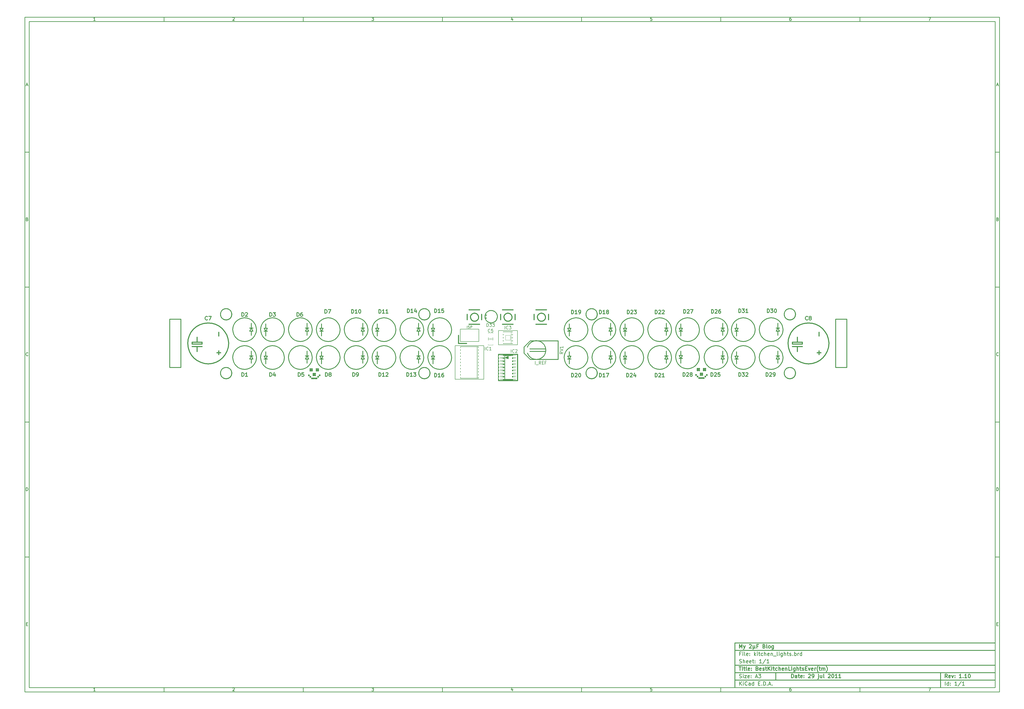
<source format=gto>
G04 (created by PCBNEW-RS274X (2011-04-28)-stable) date Fri 29 Jul 2011 03:05:10 AM CEST*
G01*
G70*
G90*
%MOIN*%
G04 Gerber Fmt 3.4, Leading zero omitted, Abs format*
%FSLAX34Y34*%
G04 APERTURE LIST*
%ADD10C,0.010000*%
%ADD11C,0.012000*%
%ADD12C,0.015000*%
%ADD13C,0.008000*%
%ADD14C,0.002600*%
%ADD15C,0.002000*%
%ADD16C,0.004000*%
%ADD17C,0.007800*%
%ADD18R,0.068000X0.068000*%
%ADD19C,0.068000*%
%ADD20C,0.108000*%
%ADD21R,0.063000X0.063000*%
%ADD22C,0.063000*%
%ADD23R,0.078800X0.070900*%
%ADD24C,0.088000*%
%ADD25R,0.094600X0.031600*%
%ADD26C,0.168000*%
%ADD27R,0.108000X0.108000*%
G04 APERTURE END LIST*
G54D10*
X04000Y-04000D02*
X161350Y-04000D01*
X161350Y-113000D01*
X04000Y-113000D01*
X04000Y-04000D01*
X04700Y-04700D02*
X160650Y-04700D01*
X160650Y-112300D01*
X04700Y-112300D01*
X04700Y-04700D01*
X26470Y-04000D02*
X26470Y-04700D01*
X15383Y-04552D02*
X15097Y-04552D01*
X15240Y-04552D02*
X15240Y-04052D01*
X15192Y-04124D01*
X15145Y-04171D01*
X15097Y-04195D01*
X26470Y-113000D02*
X26470Y-112300D01*
X15383Y-112852D02*
X15097Y-112852D01*
X15240Y-112852D02*
X15240Y-112352D01*
X15192Y-112424D01*
X15145Y-112471D01*
X15097Y-112495D01*
X48940Y-04000D02*
X48940Y-04700D01*
X37567Y-04100D02*
X37591Y-04076D01*
X37639Y-04052D01*
X37758Y-04052D01*
X37805Y-04076D01*
X37829Y-04100D01*
X37853Y-04148D01*
X37853Y-04195D01*
X37829Y-04267D01*
X37543Y-04552D01*
X37853Y-04552D01*
X48940Y-113000D02*
X48940Y-112300D01*
X37567Y-112400D02*
X37591Y-112376D01*
X37639Y-112352D01*
X37758Y-112352D01*
X37805Y-112376D01*
X37829Y-112400D01*
X37853Y-112448D01*
X37853Y-112495D01*
X37829Y-112567D01*
X37543Y-112852D01*
X37853Y-112852D01*
X71410Y-04000D02*
X71410Y-04700D01*
X60013Y-04052D02*
X60323Y-04052D01*
X60156Y-04243D01*
X60228Y-04243D01*
X60275Y-04267D01*
X60299Y-04290D01*
X60323Y-04338D01*
X60323Y-04457D01*
X60299Y-04505D01*
X60275Y-04529D01*
X60228Y-04552D01*
X60085Y-04552D01*
X60037Y-04529D01*
X60013Y-04505D01*
X71410Y-113000D02*
X71410Y-112300D01*
X60013Y-112352D02*
X60323Y-112352D01*
X60156Y-112543D01*
X60228Y-112543D01*
X60275Y-112567D01*
X60299Y-112590D01*
X60323Y-112638D01*
X60323Y-112757D01*
X60299Y-112805D01*
X60275Y-112829D01*
X60228Y-112852D01*
X60085Y-112852D01*
X60037Y-112829D01*
X60013Y-112805D01*
X93880Y-04000D02*
X93880Y-04700D01*
X82745Y-04219D02*
X82745Y-04552D01*
X82626Y-04029D02*
X82507Y-04386D01*
X82817Y-04386D01*
X93880Y-113000D02*
X93880Y-112300D01*
X82745Y-112519D02*
X82745Y-112852D01*
X82626Y-112329D02*
X82507Y-112686D01*
X82817Y-112686D01*
X116350Y-04000D02*
X116350Y-04700D01*
X105239Y-04052D02*
X105001Y-04052D01*
X104977Y-04290D01*
X105001Y-04267D01*
X105049Y-04243D01*
X105168Y-04243D01*
X105215Y-04267D01*
X105239Y-04290D01*
X105263Y-04338D01*
X105263Y-04457D01*
X105239Y-04505D01*
X105215Y-04529D01*
X105168Y-04552D01*
X105049Y-04552D01*
X105001Y-04529D01*
X104977Y-04505D01*
X116350Y-113000D02*
X116350Y-112300D01*
X105239Y-112352D02*
X105001Y-112352D01*
X104977Y-112590D01*
X105001Y-112567D01*
X105049Y-112543D01*
X105168Y-112543D01*
X105215Y-112567D01*
X105239Y-112590D01*
X105263Y-112638D01*
X105263Y-112757D01*
X105239Y-112805D01*
X105215Y-112829D01*
X105168Y-112852D01*
X105049Y-112852D01*
X105001Y-112829D01*
X104977Y-112805D01*
X138820Y-04000D02*
X138820Y-04700D01*
X127685Y-04052D02*
X127590Y-04052D01*
X127542Y-04076D01*
X127519Y-04100D01*
X127471Y-04171D01*
X127447Y-04267D01*
X127447Y-04457D01*
X127471Y-04505D01*
X127495Y-04529D01*
X127542Y-04552D01*
X127638Y-04552D01*
X127685Y-04529D01*
X127709Y-04505D01*
X127733Y-04457D01*
X127733Y-04338D01*
X127709Y-04290D01*
X127685Y-04267D01*
X127638Y-04243D01*
X127542Y-04243D01*
X127495Y-04267D01*
X127471Y-04290D01*
X127447Y-04338D01*
X138820Y-113000D02*
X138820Y-112300D01*
X127685Y-112352D02*
X127590Y-112352D01*
X127542Y-112376D01*
X127519Y-112400D01*
X127471Y-112471D01*
X127447Y-112567D01*
X127447Y-112757D01*
X127471Y-112805D01*
X127495Y-112829D01*
X127542Y-112852D01*
X127638Y-112852D01*
X127685Y-112829D01*
X127709Y-112805D01*
X127733Y-112757D01*
X127733Y-112638D01*
X127709Y-112590D01*
X127685Y-112567D01*
X127638Y-112543D01*
X127542Y-112543D01*
X127495Y-112567D01*
X127471Y-112590D01*
X127447Y-112638D01*
X149893Y-04052D02*
X150227Y-04052D01*
X150012Y-04552D01*
X149893Y-112352D02*
X150227Y-112352D01*
X150012Y-112852D01*
X04000Y-25800D02*
X04700Y-25800D01*
X04231Y-14960D02*
X04469Y-14960D01*
X04184Y-15102D02*
X04350Y-14602D01*
X04517Y-15102D01*
X161350Y-25800D02*
X160650Y-25800D01*
X160881Y-14960D02*
X161119Y-14960D01*
X160834Y-15102D02*
X161000Y-14602D01*
X161167Y-15102D01*
X04000Y-47600D02*
X04700Y-47600D01*
X04386Y-36640D02*
X04457Y-36664D01*
X04481Y-36688D01*
X04505Y-36736D01*
X04505Y-36807D01*
X04481Y-36855D01*
X04457Y-36879D01*
X04410Y-36902D01*
X04219Y-36902D01*
X04219Y-36402D01*
X04386Y-36402D01*
X04433Y-36426D01*
X04457Y-36450D01*
X04481Y-36498D01*
X04481Y-36545D01*
X04457Y-36593D01*
X04433Y-36617D01*
X04386Y-36640D01*
X04219Y-36640D01*
X161350Y-47600D02*
X160650Y-47600D01*
X161036Y-36640D02*
X161107Y-36664D01*
X161131Y-36688D01*
X161155Y-36736D01*
X161155Y-36807D01*
X161131Y-36855D01*
X161107Y-36879D01*
X161060Y-36902D01*
X160869Y-36902D01*
X160869Y-36402D01*
X161036Y-36402D01*
X161083Y-36426D01*
X161107Y-36450D01*
X161131Y-36498D01*
X161131Y-36545D01*
X161107Y-36593D01*
X161083Y-36617D01*
X161036Y-36640D01*
X160869Y-36640D01*
X04000Y-69400D02*
X04700Y-69400D01*
X04505Y-58655D02*
X04481Y-58679D01*
X04410Y-58702D01*
X04362Y-58702D01*
X04290Y-58679D01*
X04243Y-58631D01*
X04219Y-58583D01*
X04195Y-58488D01*
X04195Y-58417D01*
X04219Y-58321D01*
X04243Y-58274D01*
X04290Y-58226D01*
X04362Y-58202D01*
X04410Y-58202D01*
X04481Y-58226D01*
X04505Y-58250D01*
X161350Y-69400D02*
X160650Y-69400D01*
X161155Y-58655D02*
X161131Y-58679D01*
X161060Y-58702D01*
X161012Y-58702D01*
X160940Y-58679D01*
X160893Y-58631D01*
X160869Y-58583D01*
X160845Y-58488D01*
X160845Y-58417D01*
X160869Y-58321D01*
X160893Y-58274D01*
X160940Y-58226D01*
X161012Y-58202D01*
X161060Y-58202D01*
X161131Y-58226D01*
X161155Y-58250D01*
X04000Y-91200D02*
X04700Y-91200D01*
X04219Y-80502D02*
X04219Y-80002D01*
X04338Y-80002D01*
X04410Y-80026D01*
X04457Y-80074D01*
X04481Y-80121D01*
X04505Y-80217D01*
X04505Y-80288D01*
X04481Y-80383D01*
X04457Y-80431D01*
X04410Y-80479D01*
X04338Y-80502D01*
X04219Y-80502D01*
X161350Y-91200D02*
X160650Y-91200D01*
X160869Y-80502D02*
X160869Y-80002D01*
X160988Y-80002D01*
X161060Y-80026D01*
X161107Y-80074D01*
X161131Y-80121D01*
X161155Y-80217D01*
X161155Y-80288D01*
X161131Y-80383D01*
X161107Y-80431D01*
X161060Y-80479D01*
X160988Y-80502D01*
X160869Y-80502D01*
X04243Y-102040D02*
X04410Y-102040D01*
X04481Y-102302D02*
X04243Y-102302D01*
X04243Y-101802D01*
X04481Y-101802D01*
X160893Y-102040D02*
X161060Y-102040D01*
X161131Y-102302D02*
X160893Y-102302D01*
X160893Y-101802D01*
X161131Y-101802D01*
G54D11*
X127793Y-110743D02*
X127793Y-110143D01*
X127936Y-110143D01*
X128021Y-110171D01*
X128079Y-110229D01*
X128107Y-110286D01*
X128136Y-110400D01*
X128136Y-110486D01*
X128107Y-110600D01*
X128079Y-110657D01*
X128021Y-110714D01*
X127936Y-110743D01*
X127793Y-110743D01*
X128650Y-110743D02*
X128650Y-110429D01*
X128621Y-110371D01*
X128564Y-110343D01*
X128450Y-110343D01*
X128393Y-110371D01*
X128650Y-110714D02*
X128593Y-110743D01*
X128450Y-110743D01*
X128393Y-110714D01*
X128364Y-110657D01*
X128364Y-110600D01*
X128393Y-110543D01*
X128450Y-110514D01*
X128593Y-110514D01*
X128650Y-110486D01*
X128850Y-110343D02*
X129079Y-110343D01*
X128936Y-110143D02*
X128936Y-110657D01*
X128964Y-110714D01*
X129022Y-110743D01*
X129079Y-110743D01*
X129507Y-110714D02*
X129450Y-110743D01*
X129336Y-110743D01*
X129279Y-110714D01*
X129250Y-110657D01*
X129250Y-110429D01*
X129279Y-110371D01*
X129336Y-110343D01*
X129450Y-110343D01*
X129507Y-110371D01*
X129536Y-110429D01*
X129536Y-110486D01*
X129250Y-110543D01*
X129793Y-110686D02*
X129821Y-110714D01*
X129793Y-110743D01*
X129764Y-110714D01*
X129793Y-110686D01*
X129793Y-110743D01*
X129793Y-110371D02*
X129821Y-110400D01*
X129793Y-110429D01*
X129764Y-110400D01*
X129793Y-110371D01*
X129793Y-110429D01*
X130507Y-110200D02*
X130536Y-110171D01*
X130593Y-110143D01*
X130736Y-110143D01*
X130793Y-110171D01*
X130822Y-110200D01*
X130850Y-110257D01*
X130850Y-110314D01*
X130822Y-110400D01*
X130479Y-110743D01*
X130850Y-110743D01*
X131135Y-110743D02*
X131250Y-110743D01*
X131307Y-110714D01*
X131335Y-110686D01*
X131393Y-110600D01*
X131421Y-110486D01*
X131421Y-110257D01*
X131393Y-110200D01*
X131364Y-110171D01*
X131307Y-110143D01*
X131193Y-110143D01*
X131135Y-110171D01*
X131107Y-110200D01*
X131078Y-110257D01*
X131078Y-110400D01*
X131107Y-110457D01*
X131135Y-110486D01*
X131193Y-110514D01*
X131307Y-110514D01*
X131364Y-110486D01*
X131393Y-110457D01*
X131421Y-110400D01*
X132135Y-110343D02*
X132135Y-110857D01*
X132106Y-110914D01*
X132049Y-110943D01*
X132021Y-110943D01*
X132135Y-110143D02*
X132106Y-110171D01*
X132135Y-110200D01*
X132163Y-110171D01*
X132135Y-110143D01*
X132135Y-110200D01*
X132678Y-110343D02*
X132678Y-110743D01*
X132421Y-110343D02*
X132421Y-110657D01*
X132449Y-110714D01*
X132507Y-110743D01*
X132592Y-110743D01*
X132649Y-110714D01*
X132678Y-110686D01*
X133050Y-110743D02*
X132992Y-110714D01*
X132964Y-110657D01*
X132964Y-110143D01*
X133706Y-110200D02*
X133735Y-110171D01*
X133792Y-110143D01*
X133935Y-110143D01*
X133992Y-110171D01*
X134021Y-110200D01*
X134049Y-110257D01*
X134049Y-110314D01*
X134021Y-110400D01*
X133678Y-110743D01*
X134049Y-110743D01*
X134420Y-110143D02*
X134477Y-110143D01*
X134534Y-110171D01*
X134563Y-110200D01*
X134592Y-110257D01*
X134620Y-110371D01*
X134620Y-110514D01*
X134592Y-110629D01*
X134563Y-110686D01*
X134534Y-110714D01*
X134477Y-110743D01*
X134420Y-110743D01*
X134363Y-110714D01*
X134334Y-110686D01*
X134306Y-110629D01*
X134277Y-110514D01*
X134277Y-110371D01*
X134306Y-110257D01*
X134334Y-110200D01*
X134363Y-110171D01*
X134420Y-110143D01*
X135191Y-110743D02*
X134848Y-110743D01*
X135020Y-110743D02*
X135020Y-110143D01*
X134963Y-110229D01*
X134905Y-110286D01*
X134848Y-110314D01*
X135762Y-110743D02*
X135419Y-110743D01*
X135591Y-110743D02*
X135591Y-110143D01*
X135534Y-110229D01*
X135476Y-110286D01*
X135419Y-110314D01*
G54D10*
X119393Y-111943D02*
X119393Y-111343D01*
X119736Y-111943D02*
X119479Y-111600D01*
X119736Y-111343D02*
X119393Y-111686D01*
X119993Y-111943D02*
X119993Y-111543D01*
X119993Y-111343D02*
X119964Y-111371D01*
X119993Y-111400D01*
X120021Y-111371D01*
X119993Y-111343D01*
X119993Y-111400D01*
X120622Y-111886D02*
X120593Y-111914D01*
X120507Y-111943D01*
X120450Y-111943D01*
X120365Y-111914D01*
X120307Y-111857D01*
X120279Y-111800D01*
X120250Y-111686D01*
X120250Y-111600D01*
X120279Y-111486D01*
X120307Y-111429D01*
X120365Y-111371D01*
X120450Y-111343D01*
X120507Y-111343D01*
X120593Y-111371D01*
X120622Y-111400D01*
X121136Y-111943D02*
X121136Y-111629D01*
X121107Y-111571D01*
X121050Y-111543D01*
X120936Y-111543D01*
X120879Y-111571D01*
X121136Y-111914D02*
X121079Y-111943D01*
X120936Y-111943D01*
X120879Y-111914D01*
X120850Y-111857D01*
X120850Y-111800D01*
X120879Y-111743D01*
X120936Y-111714D01*
X121079Y-111714D01*
X121136Y-111686D01*
X121679Y-111943D02*
X121679Y-111343D01*
X121679Y-111914D02*
X121622Y-111943D01*
X121508Y-111943D01*
X121450Y-111914D01*
X121422Y-111886D01*
X121393Y-111829D01*
X121393Y-111657D01*
X121422Y-111600D01*
X121450Y-111571D01*
X121508Y-111543D01*
X121622Y-111543D01*
X121679Y-111571D01*
X122422Y-111629D02*
X122622Y-111629D01*
X122708Y-111943D02*
X122422Y-111943D01*
X122422Y-111343D01*
X122708Y-111343D01*
X122965Y-111886D02*
X122993Y-111914D01*
X122965Y-111943D01*
X122936Y-111914D01*
X122965Y-111886D01*
X122965Y-111943D01*
X123251Y-111943D02*
X123251Y-111343D01*
X123394Y-111343D01*
X123479Y-111371D01*
X123537Y-111429D01*
X123565Y-111486D01*
X123594Y-111600D01*
X123594Y-111686D01*
X123565Y-111800D01*
X123537Y-111857D01*
X123479Y-111914D01*
X123394Y-111943D01*
X123251Y-111943D01*
X123851Y-111886D02*
X123879Y-111914D01*
X123851Y-111943D01*
X123822Y-111914D01*
X123851Y-111886D01*
X123851Y-111943D01*
X124108Y-111771D02*
X124394Y-111771D01*
X124051Y-111943D02*
X124251Y-111343D01*
X124451Y-111943D01*
X124651Y-111886D02*
X124679Y-111914D01*
X124651Y-111943D01*
X124622Y-111914D01*
X124651Y-111886D01*
X124651Y-111943D01*
G54D11*
X152936Y-110743D02*
X152736Y-110457D01*
X152593Y-110743D02*
X152593Y-110143D01*
X152821Y-110143D01*
X152879Y-110171D01*
X152907Y-110200D01*
X152936Y-110257D01*
X152936Y-110343D01*
X152907Y-110400D01*
X152879Y-110429D01*
X152821Y-110457D01*
X152593Y-110457D01*
X153421Y-110714D02*
X153364Y-110743D01*
X153250Y-110743D01*
X153193Y-110714D01*
X153164Y-110657D01*
X153164Y-110429D01*
X153193Y-110371D01*
X153250Y-110343D01*
X153364Y-110343D01*
X153421Y-110371D01*
X153450Y-110429D01*
X153450Y-110486D01*
X153164Y-110543D01*
X153650Y-110343D02*
X153793Y-110743D01*
X153935Y-110343D01*
X154164Y-110686D02*
X154192Y-110714D01*
X154164Y-110743D01*
X154135Y-110714D01*
X154164Y-110686D01*
X154164Y-110743D01*
X154164Y-110371D02*
X154192Y-110400D01*
X154164Y-110429D01*
X154135Y-110400D01*
X154164Y-110371D01*
X154164Y-110429D01*
X155221Y-110743D02*
X154878Y-110743D01*
X155050Y-110743D02*
X155050Y-110143D01*
X154993Y-110229D01*
X154935Y-110286D01*
X154878Y-110314D01*
X155478Y-110686D02*
X155506Y-110714D01*
X155478Y-110743D01*
X155449Y-110714D01*
X155478Y-110686D01*
X155478Y-110743D01*
X156078Y-110743D02*
X155735Y-110743D01*
X155907Y-110743D02*
X155907Y-110143D01*
X155850Y-110229D01*
X155792Y-110286D01*
X155735Y-110314D01*
X156449Y-110143D02*
X156506Y-110143D01*
X156563Y-110171D01*
X156592Y-110200D01*
X156621Y-110257D01*
X156649Y-110371D01*
X156649Y-110514D01*
X156621Y-110629D01*
X156592Y-110686D01*
X156563Y-110714D01*
X156506Y-110743D01*
X156449Y-110743D01*
X156392Y-110714D01*
X156363Y-110686D01*
X156335Y-110629D01*
X156306Y-110514D01*
X156306Y-110371D01*
X156335Y-110257D01*
X156363Y-110200D01*
X156392Y-110171D01*
X156449Y-110143D01*
G54D10*
X119364Y-110714D02*
X119450Y-110743D01*
X119593Y-110743D01*
X119650Y-110714D01*
X119679Y-110686D01*
X119707Y-110629D01*
X119707Y-110571D01*
X119679Y-110514D01*
X119650Y-110486D01*
X119593Y-110457D01*
X119479Y-110429D01*
X119421Y-110400D01*
X119393Y-110371D01*
X119364Y-110314D01*
X119364Y-110257D01*
X119393Y-110200D01*
X119421Y-110171D01*
X119479Y-110143D01*
X119621Y-110143D01*
X119707Y-110171D01*
X119964Y-110743D02*
X119964Y-110343D01*
X119964Y-110143D02*
X119935Y-110171D01*
X119964Y-110200D01*
X119992Y-110171D01*
X119964Y-110143D01*
X119964Y-110200D01*
X120193Y-110343D02*
X120507Y-110343D01*
X120193Y-110743D01*
X120507Y-110743D01*
X120964Y-110714D02*
X120907Y-110743D01*
X120793Y-110743D01*
X120736Y-110714D01*
X120707Y-110657D01*
X120707Y-110429D01*
X120736Y-110371D01*
X120793Y-110343D01*
X120907Y-110343D01*
X120964Y-110371D01*
X120993Y-110429D01*
X120993Y-110486D01*
X120707Y-110543D01*
X121250Y-110686D02*
X121278Y-110714D01*
X121250Y-110743D01*
X121221Y-110714D01*
X121250Y-110686D01*
X121250Y-110743D01*
X121250Y-110371D02*
X121278Y-110400D01*
X121250Y-110429D01*
X121221Y-110400D01*
X121250Y-110371D01*
X121250Y-110429D01*
X121964Y-110571D02*
X122250Y-110571D01*
X121907Y-110743D02*
X122107Y-110143D01*
X122307Y-110743D01*
X122450Y-110143D02*
X122821Y-110143D01*
X122621Y-110371D01*
X122707Y-110371D01*
X122764Y-110400D01*
X122793Y-110429D01*
X122821Y-110486D01*
X122821Y-110629D01*
X122793Y-110686D01*
X122764Y-110714D01*
X122707Y-110743D01*
X122535Y-110743D01*
X122478Y-110714D01*
X122450Y-110686D01*
X152593Y-111943D02*
X152593Y-111343D01*
X153136Y-111943D02*
X153136Y-111343D01*
X153136Y-111914D02*
X153079Y-111943D01*
X152965Y-111943D01*
X152907Y-111914D01*
X152879Y-111886D01*
X152850Y-111829D01*
X152850Y-111657D01*
X152879Y-111600D01*
X152907Y-111571D01*
X152965Y-111543D01*
X153079Y-111543D01*
X153136Y-111571D01*
X153422Y-111886D02*
X153450Y-111914D01*
X153422Y-111943D01*
X153393Y-111914D01*
X153422Y-111886D01*
X153422Y-111943D01*
X153422Y-111571D02*
X153450Y-111600D01*
X153422Y-111629D01*
X153393Y-111600D01*
X153422Y-111571D01*
X153422Y-111629D01*
X154479Y-111943D02*
X154136Y-111943D01*
X154308Y-111943D02*
X154308Y-111343D01*
X154251Y-111429D01*
X154193Y-111486D01*
X154136Y-111514D01*
X155164Y-111314D02*
X154650Y-112086D01*
X155679Y-111943D02*
X155336Y-111943D01*
X155508Y-111943D02*
X155508Y-111343D01*
X155451Y-111429D01*
X155393Y-111486D01*
X155336Y-111514D01*
G54D11*
X119307Y-108943D02*
X119650Y-108943D01*
X119479Y-109543D02*
X119479Y-108943D01*
X119850Y-109543D02*
X119850Y-109143D01*
X119850Y-108943D02*
X119821Y-108971D01*
X119850Y-109000D01*
X119878Y-108971D01*
X119850Y-108943D01*
X119850Y-109000D01*
X120050Y-109143D02*
X120279Y-109143D01*
X120136Y-108943D02*
X120136Y-109457D01*
X120164Y-109514D01*
X120222Y-109543D01*
X120279Y-109543D01*
X120565Y-109543D02*
X120507Y-109514D01*
X120479Y-109457D01*
X120479Y-108943D01*
X121021Y-109514D02*
X120964Y-109543D01*
X120850Y-109543D01*
X120793Y-109514D01*
X120764Y-109457D01*
X120764Y-109229D01*
X120793Y-109171D01*
X120850Y-109143D01*
X120964Y-109143D01*
X121021Y-109171D01*
X121050Y-109229D01*
X121050Y-109286D01*
X120764Y-109343D01*
X121307Y-109486D02*
X121335Y-109514D01*
X121307Y-109543D01*
X121278Y-109514D01*
X121307Y-109486D01*
X121307Y-109543D01*
X121307Y-109171D02*
X121335Y-109200D01*
X121307Y-109229D01*
X121278Y-109200D01*
X121307Y-109171D01*
X121307Y-109229D01*
X122250Y-109229D02*
X122336Y-109257D01*
X122364Y-109286D01*
X122393Y-109343D01*
X122393Y-109429D01*
X122364Y-109486D01*
X122336Y-109514D01*
X122278Y-109543D01*
X122050Y-109543D01*
X122050Y-108943D01*
X122250Y-108943D01*
X122307Y-108971D01*
X122336Y-109000D01*
X122364Y-109057D01*
X122364Y-109114D01*
X122336Y-109171D01*
X122307Y-109200D01*
X122250Y-109229D01*
X122050Y-109229D01*
X122878Y-109514D02*
X122821Y-109543D01*
X122707Y-109543D01*
X122650Y-109514D01*
X122621Y-109457D01*
X122621Y-109229D01*
X122650Y-109171D01*
X122707Y-109143D01*
X122821Y-109143D01*
X122878Y-109171D01*
X122907Y-109229D01*
X122907Y-109286D01*
X122621Y-109343D01*
X123135Y-109514D02*
X123192Y-109543D01*
X123307Y-109543D01*
X123364Y-109514D01*
X123392Y-109457D01*
X123392Y-109429D01*
X123364Y-109371D01*
X123307Y-109343D01*
X123221Y-109343D01*
X123164Y-109314D01*
X123135Y-109257D01*
X123135Y-109229D01*
X123164Y-109171D01*
X123221Y-109143D01*
X123307Y-109143D01*
X123364Y-109171D01*
X123564Y-109143D02*
X123793Y-109143D01*
X123650Y-108943D02*
X123650Y-109457D01*
X123678Y-109514D01*
X123736Y-109543D01*
X123793Y-109543D01*
X123993Y-109543D02*
X123993Y-108943D01*
X124336Y-109543D02*
X124079Y-109200D01*
X124336Y-108943D02*
X123993Y-109286D01*
X124593Y-109543D02*
X124593Y-109143D01*
X124593Y-108943D02*
X124564Y-108971D01*
X124593Y-109000D01*
X124621Y-108971D01*
X124593Y-108943D01*
X124593Y-109000D01*
X124793Y-109143D02*
X125022Y-109143D01*
X124879Y-108943D02*
X124879Y-109457D01*
X124907Y-109514D01*
X124965Y-109543D01*
X125022Y-109543D01*
X125479Y-109514D02*
X125422Y-109543D01*
X125308Y-109543D01*
X125250Y-109514D01*
X125222Y-109486D01*
X125193Y-109429D01*
X125193Y-109257D01*
X125222Y-109200D01*
X125250Y-109171D01*
X125308Y-109143D01*
X125422Y-109143D01*
X125479Y-109171D01*
X125736Y-109543D02*
X125736Y-108943D01*
X125993Y-109543D02*
X125993Y-109229D01*
X125964Y-109171D01*
X125907Y-109143D01*
X125822Y-109143D01*
X125764Y-109171D01*
X125736Y-109200D01*
X126507Y-109514D02*
X126450Y-109543D01*
X126336Y-109543D01*
X126279Y-109514D01*
X126250Y-109457D01*
X126250Y-109229D01*
X126279Y-109171D01*
X126336Y-109143D01*
X126450Y-109143D01*
X126507Y-109171D01*
X126536Y-109229D01*
X126536Y-109286D01*
X126250Y-109343D01*
X126793Y-109143D02*
X126793Y-109543D01*
X126793Y-109200D02*
X126821Y-109171D01*
X126879Y-109143D01*
X126964Y-109143D01*
X127021Y-109171D01*
X127050Y-109229D01*
X127050Y-109543D01*
X127622Y-109543D02*
X127336Y-109543D01*
X127336Y-108943D01*
X127822Y-109543D02*
X127822Y-109143D01*
X127822Y-108943D02*
X127793Y-108971D01*
X127822Y-109000D01*
X127850Y-108971D01*
X127822Y-108943D01*
X127822Y-109000D01*
X128365Y-109143D02*
X128365Y-109629D01*
X128336Y-109686D01*
X128308Y-109714D01*
X128251Y-109743D01*
X128165Y-109743D01*
X128108Y-109714D01*
X128365Y-109514D02*
X128308Y-109543D01*
X128194Y-109543D01*
X128136Y-109514D01*
X128108Y-109486D01*
X128079Y-109429D01*
X128079Y-109257D01*
X128108Y-109200D01*
X128136Y-109171D01*
X128194Y-109143D01*
X128308Y-109143D01*
X128365Y-109171D01*
X128651Y-109543D02*
X128651Y-108943D01*
X128908Y-109543D02*
X128908Y-109229D01*
X128879Y-109171D01*
X128822Y-109143D01*
X128737Y-109143D01*
X128679Y-109171D01*
X128651Y-109200D01*
X129108Y-109143D02*
X129337Y-109143D01*
X129194Y-108943D02*
X129194Y-109457D01*
X129222Y-109514D01*
X129280Y-109543D01*
X129337Y-109543D01*
X129508Y-109514D02*
X129565Y-109543D01*
X129680Y-109543D01*
X129737Y-109514D01*
X129765Y-109457D01*
X129765Y-109429D01*
X129737Y-109371D01*
X129680Y-109343D01*
X129594Y-109343D01*
X129537Y-109314D01*
X129508Y-109257D01*
X129508Y-109229D01*
X129537Y-109171D01*
X129594Y-109143D01*
X129680Y-109143D01*
X129737Y-109171D01*
X130023Y-109229D02*
X130223Y-109229D01*
X130309Y-109543D02*
X130023Y-109543D01*
X130023Y-108943D01*
X130309Y-108943D01*
X130509Y-109143D02*
X130652Y-109543D01*
X130794Y-109143D01*
X131251Y-109514D02*
X131194Y-109543D01*
X131080Y-109543D01*
X131023Y-109514D01*
X130994Y-109457D01*
X130994Y-109229D01*
X131023Y-109171D01*
X131080Y-109143D01*
X131194Y-109143D01*
X131251Y-109171D01*
X131280Y-109229D01*
X131280Y-109286D01*
X130994Y-109343D01*
X131537Y-109543D02*
X131537Y-109143D01*
X131537Y-109257D02*
X131565Y-109200D01*
X131594Y-109171D01*
X131651Y-109143D01*
X131708Y-109143D01*
X132079Y-109771D02*
X132051Y-109743D01*
X131994Y-109657D01*
X131965Y-109600D01*
X131936Y-109514D01*
X131908Y-109371D01*
X131908Y-109257D01*
X131936Y-109114D01*
X131965Y-109029D01*
X131994Y-108971D01*
X132051Y-108886D01*
X132079Y-108857D01*
X132222Y-109143D02*
X132451Y-109143D01*
X132308Y-108943D02*
X132308Y-109457D01*
X132336Y-109514D01*
X132394Y-109543D01*
X132451Y-109543D01*
X132651Y-109543D02*
X132651Y-109143D01*
X132651Y-109200D02*
X132679Y-109171D01*
X132737Y-109143D01*
X132822Y-109143D01*
X132879Y-109171D01*
X132908Y-109229D01*
X132908Y-109543D01*
X132908Y-109229D02*
X132937Y-109171D01*
X132994Y-109143D01*
X133079Y-109143D01*
X133137Y-109171D01*
X133165Y-109229D01*
X133165Y-109543D01*
X133394Y-109771D02*
X133422Y-109743D01*
X133479Y-109657D01*
X133508Y-109600D01*
X133537Y-109514D01*
X133565Y-109371D01*
X133565Y-109257D01*
X133537Y-109114D01*
X133508Y-109029D01*
X133479Y-108971D01*
X133422Y-108886D01*
X133394Y-108857D01*
G54D10*
X119593Y-106829D02*
X119393Y-106829D01*
X119393Y-107143D02*
X119393Y-106543D01*
X119679Y-106543D01*
X119907Y-107143D02*
X119907Y-106743D01*
X119907Y-106543D02*
X119878Y-106571D01*
X119907Y-106600D01*
X119935Y-106571D01*
X119907Y-106543D01*
X119907Y-106600D01*
X120279Y-107143D02*
X120221Y-107114D01*
X120193Y-107057D01*
X120193Y-106543D01*
X120735Y-107114D02*
X120678Y-107143D01*
X120564Y-107143D01*
X120507Y-107114D01*
X120478Y-107057D01*
X120478Y-106829D01*
X120507Y-106771D01*
X120564Y-106743D01*
X120678Y-106743D01*
X120735Y-106771D01*
X120764Y-106829D01*
X120764Y-106886D01*
X120478Y-106943D01*
X121021Y-107086D02*
X121049Y-107114D01*
X121021Y-107143D01*
X120992Y-107114D01*
X121021Y-107086D01*
X121021Y-107143D01*
X121021Y-106771D02*
X121049Y-106800D01*
X121021Y-106829D01*
X120992Y-106800D01*
X121021Y-106771D01*
X121021Y-106829D01*
X121764Y-107143D02*
X121764Y-106543D01*
X121821Y-106914D02*
X121992Y-107143D01*
X121992Y-106743D02*
X121764Y-106971D01*
X122250Y-107143D02*
X122250Y-106743D01*
X122250Y-106543D02*
X122221Y-106571D01*
X122250Y-106600D01*
X122278Y-106571D01*
X122250Y-106543D01*
X122250Y-106600D01*
X122450Y-106743D02*
X122679Y-106743D01*
X122536Y-106543D02*
X122536Y-107057D01*
X122564Y-107114D01*
X122622Y-107143D01*
X122679Y-107143D01*
X123136Y-107114D02*
X123079Y-107143D01*
X122965Y-107143D01*
X122907Y-107114D01*
X122879Y-107086D01*
X122850Y-107029D01*
X122850Y-106857D01*
X122879Y-106800D01*
X122907Y-106771D01*
X122965Y-106743D01*
X123079Y-106743D01*
X123136Y-106771D01*
X123393Y-107143D02*
X123393Y-106543D01*
X123650Y-107143D02*
X123650Y-106829D01*
X123621Y-106771D01*
X123564Y-106743D01*
X123479Y-106743D01*
X123421Y-106771D01*
X123393Y-106800D01*
X124164Y-107114D02*
X124107Y-107143D01*
X123993Y-107143D01*
X123936Y-107114D01*
X123907Y-107057D01*
X123907Y-106829D01*
X123936Y-106771D01*
X123993Y-106743D01*
X124107Y-106743D01*
X124164Y-106771D01*
X124193Y-106829D01*
X124193Y-106886D01*
X123907Y-106943D01*
X124450Y-106743D02*
X124450Y-107143D01*
X124450Y-106800D02*
X124478Y-106771D01*
X124536Y-106743D01*
X124621Y-106743D01*
X124678Y-106771D01*
X124707Y-106829D01*
X124707Y-107143D01*
X124850Y-107200D02*
X125307Y-107200D01*
X125536Y-107143D02*
X125478Y-107114D01*
X125450Y-107057D01*
X125450Y-106543D01*
X125764Y-107143D02*
X125764Y-106743D01*
X125764Y-106543D02*
X125735Y-106571D01*
X125764Y-106600D01*
X125792Y-106571D01*
X125764Y-106543D01*
X125764Y-106600D01*
X126307Y-106743D02*
X126307Y-107229D01*
X126278Y-107286D01*
X126250Y-107314D01*
X126193Y-107343D01*
X126107Y-107343D01*
X126050Y-107314D01*
X126307Y-107114D02*
X126250Y-107143D01*
X126136Y-107143D01*
X126078Y-107114D01*
X126050Y-107086D01*
X126021Y-107029D01*
X126021Y-106857D01*
X126050Y-106800D01*
X126078Y-106771D01*
X126136Y-106743D01*
X126250Y-106743D01*
X126307Y-106771D01*
X126593Y-107143D02*
X126593Y-106543D01*
X126850Y-107143D02*
X126850Y-106829D01*
X126821Y-106771D01*
X126764Y-106743D01*
X126679Y-106743D01*
X126621Y-106771D01*
X126593Y-106800D01*
X127050Y-106743D02*
X127279Y-106743D01*
X127136Y-106543D02*
X127136Y-107057D01*
X127164Y-107114D01*
X127222Y-107143D01*
X127279Y-107143D01*
X127450Y-107114D02*
X127507Y-107143D01*
X127622Y-107143D01*
X127679Y-107114D01*
X127707Y-107057D01*
X127707Y-107029D01*
X127679Y-106971D01*
X127622Y-106943D01*
X127536Y-106943D01*
X127479Y-106914D01*
X127450Y-106857D01*
X127450Y-106829D01*
X127479Y-106771D01*
X127536Y-106743D01*
X127622Y-106743D01*
X127679Y-106771D01*
X127965Y-107086D02*
X127993Y-107114D01*
X127965Y-107143D01*
X127936Y-107114D01*
X127965Y-107086D01*
X127965Y-107143D01*
X128251Y-107143D02*
X128251Y-106543D01*
X128251Y-106771D02*
X128308Y-106743D01*
X128422Y-106743D01*
X128479Y-106771D01*
X128508Y-106800D01*
X128537Y-106857D01*
X128537Y-107029D01*
X128508Y-107086D01*
X128479Y-107114D01*
X128422Y-107143D01*
X128308Y-107143D01*
X128251Y-107114D01*
X128794Y-107143D02*
X128794Y-106743D01*
X128794Y-106857D02*
X128822Y-106800D01*
X128851Y-106771D01*
X128908Y-106743D01*
X128965Y-106743D01*
X129422Y-107143D02*
X129422Y-106543D01*
X129422Y-107114D02*
X129365Y-107143D01*
X129251Y-107143D01*
X129193Y-107114D01*
X129165Y-107086D01*
X129136Y-107029D01*
X129136Y-106857D01*
X129165Y-106800D01*
X129193Y-106771D01*
X129251Y-106743D01*
X129365Y-106743D01*
X129422Y-106771D01*
X119364Y-108314D02*
X119450Y-108343D01*
X119593Y-108343D01*
X119650Y-108314D01*
X119679Y-108286D01*
X119707Y-108229D01*
X119707Y-108171D01*
X119679Y-108114D01*
X119650Y-108086D01*
X119593Y-108057D01*
X119479Y-108029D01*
X119421Y-108000D01*
X119393Y-107971D01*
X119364Y-107914D01*
X119364Y-107857D01*
X119393Y-107800D01*
X119421Y-107771D01*
X119479Y-107743D01*
X119621Y-107743D01*
X119707Y-107771D01*
X119964Y-108343D02*
X119964Y-107743D01*
X120221Y-108343D02*
X120221Y-108029D01*
X120192Y-107971D01*
X120135Y-107943D01*
X120050Y-107943D01*
X119992Y-107971D01*
X119964Y-108000D01*
X120735Y-108314D02*
X120678Y-108343D01*
X120564Y-108343D01*
X120507Y-108314D01*
X120478Y-108257D01*
X120478Y-108029D01*
X120507Y-107971D01*
X120564Y-107943D01*
X120678Y-107943D01*
X120735Y-107971D01*
X120764Y-108029D01*
X120764Y-108086D01*
X120478Y-108143D01*
X121249Y-108314D02*
X121192Y-108343D01*
X121078Y-108343D01*
X121021Y-108314D01*
X120992Y-108257D01*
X120992Y-108029D01*
X121021Y-107971D01*
X121078Y-107943D01*
X121192Y-107943D01*
X121249Y-107971D01*
X121278Y-108029D01*
X121278Y-108086D01*
X120992Y-108143D01*
X121449Y-107943D02*
X121678Y-107943D01*
X121535Y-107743D02*
X121535Y-108257D01*
X121563Y-108314D01*
X121621Y-108343D01*
X121678Y-108343D01*
X121878Y-108286D02*
X121906Y-108314D01*
X121878Y-108343D01*
X121849Y-108314D01*
X121878Y-108286D01*
X121878Y-108343D01*
X121878Y-107971D02*
X121906Y-108000D01*
X121878Y-108029D01*
X121849Y-108000D01*
X121878Y-107971D01*
X121878Y-108029D01*
X122935Y-108343D02*
X122592Y-108343D01*
X122764Y-108343D02*
X122764Y-107743D01*
X122707Y-107829D01*
X122649Y-107886D01*
X122592Y-107914D01*
X123620Y-107714D02*
X123106Y-108486D01*
X124135Y-108343D02*
X123792Y-108343D01*
X123964Y-108343D02*
X123964Y-107743D01*
X123907Y-107829D01*
X123849Y-107886D01*
X123792Y-107914D01*
G54D11*
X119393Y-105943D02*
X119393Y-105343D01*
X119593Y-105771D01*
X119793Y-105343D01*
X119793Y-105943D01*
X120022Y-105543D02*
X120165Y-105943D01*
X120307Y-105543D02*
X120165Y-105943D01*
X120107Y-106086D01*
X120079Y-106114D01*
X120022Y-106143D01*
X120964Y-105400D02*
X120993Y-105371D01*
X121050Y-105343D01*
X121193Y-105343D01*
X121250Y-105371D01*
X121279Y-105400D01*
X121307Y-105457D01*
X121307Y-105514D01*
X121279Y-105600D01*
X120936Y-105943D01*
X121307Y-105943D01*
X121564Y-105543D02*
X121564Y-106143D01*
X121850Y-105857D02*
X121878Y-105914D01*
X121935Y-105943D01*
X121564Y-105857D02*
X121592Y-105914D01*
X121650Y-105943D01*
X121764Y-105943D01*
X121821Y-105914D01*
X121850Y-105857D01*
X121850Y-105543D01*
X122393Y-105629D02*
X122193Y-105629D01*
X122193Y-105943D02*
X122193Y-105343D01*
X122479Y-105343D01*
X123364Y-105629D02*
X123450Y-105657D01*
X123478Y-105686D01*
X123507Y-105743D01*
X123507Y-105829D01*
X123478Y-105886D01*
X123450Y-105914D01*
X123392Y-105943D01*
X123164Y-105943D01*
X123164Y-105343D01*
X123364Y-105343D01*
X123421Y-105371D01*
X123450Y-105400D01*
X123478Y-105457D01*
X123478Y-105514D01*
X123450Y-105571D01*
X123421Y-105600D01*
X123364Y-105629D01*
X123164Y-105629D01*
X123850Y-105943D02*
X123792Y-105914D01*
X123764Y-105857D01*
X123764Y-105343D01*
X124164Y-105943D02*
X124106Y-105914D01*
X124078Y-105886D01*
X124049Y-105829D01*
X124049Y-105657D01*
X124078Y-105600D01*
X124106Y-105571D01*
X124164Y-105543D01*
X124249Y-105543D01*
X124306Y-105571D01*
X124335Y-105600D01*
X124364Y-105657D01*
X124364Y-105829D01*
X124335Y-105886D01*
X124306Y-105914D01*
X124249Y-105943D01*
X124164Y-105943D01*
X124878Y-105543D02*
X124878Y-106029D01*
X124849Y-106086D01*
X124821Y-106114D01*
X124764Y-106143D01*
X124678Y-106143D01*
X124621Y-106114D01*
X124878Y-105914D02*
X124821Y-105943D01*
X124707Y-105943D01*
X124649Y-105914D01*
X124621Y-105886D01*
X124592Y-105829D01*
X124592Y-105657D01*
X124621Y-105600D01*
X124649Y-105571D01*
X124707Y-105543D01*
X124821Y-105543D01*
X124878Y-105571D01*
X118650Y-105100D02*
X118650Y-112300D01*
X118650Y-106300D02*
X160650Y-106300D01*
X118650Y-105100D02*
X160650Y-105100D01*
X118650Y-108700D02*
X160650Y-108700D01*
X151850Y-109900D02*
X151850Y-112300D01*
X118650Y-111100D02*
X160650Y-111100D01*
X118650Y-109900D02*
X160650Y-109900D01*
X125250Y-109900D02*
X125250Y-111100D01*
G54D12*
X113650Y-60800D02*
X113649Y-60809D01*
X113646Y-60819D01*
X113641Y-60827D01*
X113635Y-60835D01*
X113627Y-60841D01*
X113619Y-60846D01*
X113610Y-60848D01*
X113600Y-60849D01*
X113591Y-60849D01*
X113582Y-60846D01*
X113573Y-60841D01*
X113566Y-60835D01*
X113559Y-60828D01*
X113555Y-60819D01*
X113552Y-60810D01*
X113551Y-60800D01*
X113551Y-60791D01*
X113554Y-60782D01*
X113558Y-60773D01*
X113565Y-60766D01*
X113572Y-60759D01*
X113580Y-60755D01*
X113590Y-60752D01*
X113599Y-60751D01*
X113608Y-60751D01*
X113618Y-60754D01*
X113626Y-60758D01*
X113634Y-60764D01*
X113640Y-60772D01*
X113645Y-60780D01*
X113648Y-60789D01*
X113649Y-60799D01*
X113650Y-60800D01*
X113900Y-60800D02*
X113899Y-60809D01*
X113896Y-60819D01*
X113891Y-60827D01*
X113885Y-60835D01*
X113877Y-60841D01*
X113869Y-60846D01*
X113860Y-60848D01*
X113850Y-60849D01*
X113841Y-60849D01*
X113832Y-60846D01*
X113823Y-60841D01*
X113816Y-60835D01*
X113809Y-60828D01*
X113805Y-60819D01*
X113802Y-60810D01*
X113801Y-60800D01*
X113801Y-60791D01*
X113804Y-60782D01*
X113808Y-60773D01*
X113815Y-60766D01*
X113822Y-60759D01*
X113830Y-60755D01*
X113840Y-60752D01*
X113849Y-60751D01*
X113858Y-60751D01*
X113868Y-60754D01*
X113876Y-60758D01*
X113884Y-60764D01*
X113890Y-60772D01*
X113895Y-60780D01*
X113898Y-60789D01*
X113899Y-60799D01*
X113900Y-60800D01*
X113650Y-61050D02*
X113649Y-61059D01*
X113646Y-61069D01*
X113641Y-61077D01*
X113635Y-61085D01*
X113627Y-61091D01*
X113619Y-61096D01*
X113610Y-61098D01*
X113600Y-61099D01*
X113591Y-61099D01*
X113582Y-61096D01*
X113573Y-61091D01*
X113566Y-61085D01*
X113559Y-61078D01*
X113555Y-61069D01*
X113552Y-61060D01*
X113551Y-61050D01*
X113551Y-61041D01*
X113554Y-61032D01*
X113558Y-61023D01*
X113565Y-61016D01*
X113572Y-61009D01*
X113580Y-61005D01*
X113590Y-61002D01*
X113599Y-61001D01*
X113608Y-61001D01*
X113618Y-61004D01*
X113626Y-61008D01*
X113634Y-61014D01*
X113640Y-61022D01*
X113645Y-61030D01*
X113648Y-61039D01*
X113649Y-61049D01*
X113650Y-61050D01*
X113900Y-61050D02*
X113899Y-61059D01*
X113896Y-61069D01*
X113891Y-61077D01*
X113885Y-61085D01*
X113877Y-61091D01*
X113869Y-61096D01*
X113860Y-61098D01*
X113850Y-61099D01*
X113841Y-61099D01*
X113832Y-61096D01*
X113823Y-61091D01*
X113816Y-61085D01*
X113809Y-61078D01*
X113805Y-61069D01*
X113802Y-61060D01*
X113801Y-61050D01*
X113801Y-61041D01*
X113804Y-61032D01*
X113808Y-61023D01*
X113815Y-61016D01*
X113822Y-61009D01*
X113830Y-61005D01*
X113840Y-61002D01*
X113849Y-61001D01*
X113858Y-61001D01*
X113868Y-61004D01*
X113876Y-61008D01*
X113884Y-61014D01*
X113890Y-61022D01*
X113895Y-61030D01*
X113898Y-61039D01*
X113899Y-61049D01*
X113900Y-61050D01*
X112900Y-61050D02*
X112899Y-61059D01*
X112896Y-61069D01*
X112891Y-61077D01*
X112885Y-61085D01*
X112877Y-61091D01*
X112869Y-61096D01*
X112860Y-61098D01*
X112850Y-61099D01*
X112841Y-61099D01*
X112832Y-61096D01*
X112823Y-61091D01*
X112816Y-61085D01*
X112809Y-61078D01*
X112805Y-61069D01*
X112802Y-61060D01*
X112801Y-61050D01*
X112801Y-61041D01*
X112804Y-61032D01*
X112808Y-61023D01*
X112815Y-61016D01*
X112822Y-61009D01*
X112830Y-61005D01*
X112840Y-61002D01*
X112849Y-61001D01*
X112858Y-61001D01*
X112868Y-61004D01*
X112876Y-61008D01*
X112884Y-61014D01*
X112890Y-61022D01*
X112895Y-61030D01*
X112898Y-61039D01*
X112899Y-61049D01*
X112900Y-61050D01*
X112650Y-61050D02*
X112649Y-61059D01*
X112646Y-61069D01*
X112641Y-61077D01*
X112635Y-61085D01*
X112627Y-61091D01*
X112619Y-61096D01*
X112610Y-61098D01*
X112600Y-61099D01*
X112591Y-61099D01*
X112582Y-61096D01*
X112573Y-61091D01*
X112566Y-61085D01*
X112559Y-61078D01*
X112555Y-61069D01*
X112552Y-61060D01*
X112551Y-61050D01*
X112551Y-61041D01*
X112554Y-61032D01*
X112558Y-61023D01*
X112565Y-61016D01*
X112572Y-61009D01*
X112580Y-61005D01*
X112590Y-61002D01*
X112599Y-61001D01*
X112608Y-61001D01*
X112618Y-61004D01*
X112626Y-61008D01*
X112634Y-61014D01*
X112640Y-61022D01*
X112645Y-61030D01*
X112648Y-61039D01*
X112649Y-61049D01*
X112650Y-61050D01*
X112650Y-60800D02*
X112649Y-60809D01*
X112646Y-60819D01*
X112641Y-60827D01*
X112635Y-60835D01*
X112627Y-60841D01*
X112619Y-60846D01*
X112610Y-60848D01*
X112600Y-60849D01*
X112591Y-60849D01*
X112582Y-60846D01*
X112573Y-60841D01*
X112566Y-60835D01*
X112559Y-60828D01*
X112555Y-60819D01*
X112552Y-60810D01*
X112551Y-60800D01*
X112551Y-60791D01*
X112554Y-60782D01*
X112558Y-60773D01*
X112565Y-60766D01*
X112572Y-60759D01*
X112580Y-60755D01*
X112590Y-60752D01*
X112599Y-60751D01*
X112608Y-60751D01*
X112618Y-60754D01*
X112626Y-60758D01*
X112634Y-60764D01*
X112640Y-60772D01*
X112645Y-60780D01*
X112648Y-60789D01*
X112649Y-60799D01*
X112650Y-60800D01*
X112900Y-60800D02*
X112899Y-60809D01*
X112896Y-60819D01*
X112891Y-60827D01*
X112885Y-60835D01*
X112877Y-60841D01*
X112869Y-60846D01*
X112860Y-60848D01*
X112850Y-60849D01*
X112841Y-60849D01*
X112832Y-60846D01*
X112823Y-60841D01*
X112816Y-60835D01*
X112809Y-60828D01*
X112805Y-60819D01*
X112802Y-60810D01*
X112801Y-60800D01*
X112801Y-60791D01*
X112804Y-60782D01*
X112808Y-60773D01*
X112815Y-60766D01*
X112822Y-60759D01*
X112830Y-60755D01*
X112840Y-60752D01*
X112849Y-60751D01*
X112858Y-60751D01*
X112868Y-60754D01*
X112876Y-60758D01*
X112884Y-60764D01*
X112890Y-60772D01*
X112895Y-60780D01*
X112898Y-60789D01*
X112899Y-60799D01*
X112900Y-60800D01*
X113150Y-61550D02*
X113149Y-61559D01*
X113146Y-61569D01*
X113141Y-61577D01*
X113135Y-61585D01*
X113127Y-61591D01*
X113119Y-61596D01*
X113110Y-61598D01*
X113100Y-61599D01*
X113091Y-61599D01*
X113082Y-61596D01*
X113073Y-61591D01*
X113066Y-61585D01*
X113059Y-61578D01*
X113055Y-61569D01*
X113052Y-61560D01*
X113051Y-61550D01*
X113051Y-61541D01*
X113054Y-61532D01*
X113058Y-61523D01*
X113065Y-61516D01*
X113072Y-61509D01*
X113080Y-61505D01*
X113090Y-61502D01*
X113099Y-61501D01*
X113108Y-61501D01*
X113118Y-61504D01*
X113126Y-61508D01*
X113134Y-61514D01*
X113140Y-61522D01*
X113145Y-61530D01*
X113148Y-61539D01*
X113149Y-61549D01*
X113150Y-61550D01*
X113400Y-61550D02*
X113399Y-61559D01*
X113396Y-61569D01*
X113391Y-61577D01*
X113385Y-61585D01*
X113377Y-61591D01*
X113369Y-61596D01*
X113360Y-61598D01*
X113350Y-61599D01*
X113341Y-61599D01*
X113332Y-61596D01*
X113323Y-61591D01*
X113316Y-61585D01*
X113309Y-61578D01*
X113305Y-61569D01*
X113302Y-61560D01*
X113301Y-61550D01*
X113301Y-61541D01*
X113304Y-61532D01*
X113308Y-61523D01*
X113315Y-61516D01*
X113322Y-61509D01*
X113330Y-61505D01*
X113340Y-61502D01*
X113349Y-61501D01*
X113358Y-61501D01*
X113368Y-61504D01*
X113376Y-61508D01*
X113384Y-61514D01*
X113390Y-61522D01*
X113395Y-61530D01*
X113398Y-61539D01*
X113399Y-61549D01*
X113400Y-61550D01*
X113150Y-61800D02*
X113149Y-61809D01*
X113146Y-61819D01*
X113141Y-61827D01*
X113135Y-61835D01*
X113127Y-61841D01*
X113119Y-61846D01*
X113110Y-61848D01*
X113100Y-61849D01*
X113091Y-61849D01*
X113082Y-61846D01*
X113073Y-61841D01*
X113066Y-61835D01*
X113059Y-61828D01*
X113055Y-61819D01*
X113052Y-61810D01*
X113051Y-61800D01*
X113051Y-61791D01*
X113054Y-61782D01*
X113058Y-61773D01*
X113065Y-61766D01*
X113072Y-61759D01*
X113080Y-61755D01*
X113090Y-61752D01*
X113099Y-61751D01*
X113108Y-61751D01*
X113118Y-61754D01*
X113126Y-61758D01*
X113134Y-61764D01*
X113140Y-61772D01*
X113145Y-61780D01*
X113148Y-61789D01*
X113149Y-61799D01*
X113150Y-61800D01*
X113400Y-61800D02*
X113399Y-61809D01*
X113396Y-61819D01*
X113391Y-61827D01*
X113385Y-61835D01*
X113377Y-61841D01*
X113369Y-61846D01*
X113360Y-61848D01*
X113350Y-61849D01*
X113341Y-61849D01*
X113332Y-61846D01*
X113323Y-61841D01*
X113316Y-61835D01*
X113309Y-61828D01*
X113305Y-61819D01*
X113302Y-61810D01*
X113301Y-61800D01*
X113301Y-61791D01*
X113304Y-61782D01*
X113308Y-61773D01*
X113315Y-61766D01*
X113322Y-61759D01*
X113330Y-61755D01*
X113340Y-61752D01*
X113349Y-61751D01*
X113358Y-61751D01*
X113368Y-61754D01*
X113376Y-61758D01*
X113384Y-61764D01*
X113390Y-61772D01*
X113395Y-61780D01*
X113398Y-61789D01*
X113399Y-61799D01*
X113400Y-61800D01*
X113150Y-62300D02*
X113149Y-62309D01*
X113146Y-62319D01*
X113141Y-62327D01*
X113135Y-62335D01*
X113127Y-62341D01*
X113119Y-62346D01*
X113110Y-62348D01*
X113100Y-62349D01*
X113091Y-62349D01*
X113082Y-62346D01*
X113073Y-62341D01*
X113066Y-62335D01*
X113059Y-62328D01*
X113055Y-62319D01*
X113052Y-62310D01*
X113051Y-62300D01*
X113051Y-62291D01*
X113054Y-62282D01*
X113058Y-62273D01*
X113065Y-62266D01*
X113072Y-62259D01*
X113080Y-62255D01*
X113090Y-62252D01*
X113099Y-62251D01*
X113108Y-62251D01*
X113118Y-62254D01*
X113126Y-62258D01*
X113134Y-62264D01*
X113140Y-62272D01*
X113145Y-62280D01*
X113148Y-62289D01*
X113149Y-62299D01*
X113150Y-62300D01*
X113400Y-62300D02*
X113399Y-62309D01*
X113396Y-62319D01*
X113391Y-62327D01*
X113385Y-62335D01*
X113377Y-62341D01*
X113369Y-62346D01*
X113360Y-62348D01*
X113350Y-62349D01*
X113341Y-62349D01*
X113332Y-62346D01*
X113323Y-62341D01*
X113316Y-62335D01*
X113309Y-62328D01*
X113305Y-62319D01*
X113302Y-62310D01*
X113301Y-62300D01*
X113301Y-62291D01*
X113304Y-62282D01*
X113308Y-62273D01*
X113315Y-62266D01*
X113322Y-62259D01*
X113330Y-62255D01*
X113340Y-62252D01*
X113349Y-62251D01*
X113358Y-62251D01*
X113368Y-62254D01*
X113376Y-62258D01*
X113384Y-62264D01*
X113390Y-62272D01*
X113395Y-62280D01*
X113398Y-62289D01*
X113399Y-62299D01*
X113400Y-62300D01*
X113650Y-62300D02*
X113649Y-62309D01*
X113646Y-62319D01*
X113641Y-62327D01*
X113635Y-62335D01*
X113627Y-62341D01*
X113619Y-62346D01*
X113610Y-62348D01*
X113600Y-62349D01*
X113591Y-62349D01*
X113582Y-62346D01*
X113573Y-62341D01*
X113566Y-62335D01*
X113559Y-62328D01*
X113555Y-62319D01*
X113552Y-62310D01*
X113551Y-62300D01*
X113551Y-62291D01*
X113554Y-62282D01*
X113558Y-62273D01*
X113565Y-62266D01*
X113572Y-62259D01*
X113580Y-62255D01*
X113590Y-62252D01*
X113599Y-62251D01*
X113608Y-62251D01*
X113618Y-62254D01*
X113626Y-62258D01*
X113634Y-62264D01*
X113640Y-62272D01*
X113645Y-62280D01*
X113648Y-62289D01*
X113649Y-62299D01*
X113650Y-62300D01*
X113900Y-62050D02*
X113899Y-62059D01*
X113896Y-62069D01*
X113891Y-62077D01*
X113885Y-62085D01*
X113877Y-62091D01*
X113869Y-62096D01*
X113860Y-62098D01*
X113850Y-62099D01*
X113841Y-62099D01*
X113832Y-62096D01*
X113823Y-62091D01*
X113816Y-62085D01*
X113809Y-62078D01*
X113805Y-62069D01*
X113802Y-62060D01*
X113801Y-62050D01*
X113801Y-62041D01*
X113804Y-62032D01*
X113808Y-62023D01*
X113815Y-62016D01*
X113822Y-62009D01*
X113830Y-62005D01*
X113840Y-62002D01*
X113849Y-62001D01*
X113858Y-62001D01*
X113868Y-62004D01*
X113876Y-62008D01*
X113884Y-62014D01*
X113890Y-62022D01*
X113895Y-62030D01*
X113898Y-62039D01*
X113899Y-62049D01*
X113900Y-62050D01*
X114150Y-61800D02*
X114149Y-61809D01*
X114146Y-61819D01*
X114141Y-61827D01*
X114135Y-61835D01*
X114127Y-61841D01*
X114119Y-61846D01*
X114110Y-61848D01*
X114100Y-61849D01*
X114091Y-61849D01*
X114082Y-61846D01*
X114073Y-61841D01*
X114066Y-61835D01*
X114059Y-61828D01*
X114055Y-61819D01*
X114052Y-61810D01*
X114051Y-61800D01*
X114051Y-61791D01*
X114054Y-61782D01*
X114058Y-61773D01*
X114065Y-61766D01*
X114072Y-61759D01*
X114080Y-61755D01*
X114090Y-61752D01*
X114099Y-61751D01*
X114108Y-61751D01*
X114118Y-61754D01*
X114126Y-61758D01*
X114134Y-61764D01*
X114140Y-61772D01*
X114145Y-61780D01*
X114148Y-61789D01*
X114149Y-61799D01*
X114150Y-61800D01*
X112900Y-62300D02*
X112899Y-62309D01*
X112896Y-62319D01*
X112891Y-62327D01*
X112885Y-62335D01*
X112877Y-62341D01*
X112869Y-62346D01*
X112860Y-62348D01*
X112850Y-62349D01*
X112841Y-62349D01*
X112832Y-62346D01*
X112823Y-62341D01*
X112816Y-62335D01*
X112809Y-62328D01*
X112805Y-62319D01*
X112802Y-62310D01*
X112801Y-62300D01*
X112801Y-62291D01*
X112804Y-62282D01*
X112808Y-62273D01*
X112815Y-62266D01*
X112822Y-62259D01*
X112830Y-62255D01*
X112840Y-62252D01*
X112849Y-62251D01*
X112858Y-62251D01*
X112868Y-62254D01*
X112876Y-62258D01*
X112884Y-62264D01*
X112890Y-62272D01*
X112895Y-62280D01*
X112898Y-62289D01*
X112899Y-62299D01*
X112900Y-62300D01*
X112650Y-62050D02*
X112649Y-62059D01*
X112646Y-62069D01*
X112641Y-62077D01*
X112635Y-62085D01*
X112627Y-62091D01*
X112619Y-62096D01*
X112610Y-62098D01*
X112600Y-62099D01*
X112591Y-62099D01*
X112582Y-62096D01*
X112573Y-62091D01*
X112566Y-62085D01*
X112559Y-62078D01*
X112555Y-62069D01*
X112552Y-62060D01*
X112551Y-62050D01*
X112551Y-62041D01*
X112554Y-62032D01*
X112558Y-62023D01*
X112565Y-62016D01*
X112572Y-62009D01*
X112580Y-62005D01*
X112590Y-62002D01*
X112599Y-62001D01*
X112608Y-62001D01*
X112618Y-62004D01*
X112626Y-62008D01*
X112634Y-62014D01*
X112640Y-62022D01*
X112645Y-62030D01*
X112648Y-62039D01*
X112649Y-62049D01*
X112650Y-62050D01*
X112400Y-61800D02*
X112399Y-61809D01*
X112396Y-61819D01*
X112391Y-61827D01*
X112385Y-61835D01*
X112377Y-61841D01*
X112369Y-61846D01*
X112360Y-61848D01*
X112350Y-61849D01*
X112341Y-61849D01*
X112332Y-61846D01*
X112323Y-61841D01*
X112316Y-61835D01*
X112309Y-61828D01*
X112305Y-61819D01*
X112302Y-61810D01*
X112301Y-61800D01*
X112301Y-61791D01*
X112304Y-61782D01*
X112308Y-61773D01*
X112315Y-61766D01*
X112322Y-61759D01*
X112330Y-61755D01*
X112340Y-61752D01*
X112349Y-61751D01*
X112358Y-61751D01*
X112368Y-61754D01*
X112376Y-61758D01*
X112384Y-61764D01*
X112390Y-61772D01*
X112395Y-61780D01*
X112398Y-61789D01*
X112399Y-61799D01*
X112400Y-61800D01*
X49900Y-61850D02*
X49899Y-61859D01*
X49896Y-61869D01*
X49891Y-61877D01*
X49885Y-61885D01*
X49877Y-61891D01*
X49869Y-61896D01*
X49860Y-61898D01*
X49850Y-61899D01*
X49841Y-61899D01*
X49832Y-61896D01*
X49823Y-61891D01*
X49816Y-61885D01*
X49809Y-61878D01*
X49805Y-61869D01*
X49802Y-61860D01*
X49801Y-61850D01*
X49801Y-61841D01*
X49804Y-61832D01*
X49808Y-61823D01*
X49815Y-61816D01*
X49822Y-61809D01*
X49830Y-61805D01*
X49840Y-61802D01*
X49849Y-61801D01*
X49858Y-61801D01*
X49868Y-61804D01*
X49876Y-61808D01*
X49884Y-61814D01*
X49890Y-61822D01*
X49895Y-61830D01*
X49898Y-61839D01*
X49899Y-61849D01*
X49900Y-61850D01*
X50150Y-62100D02*
X50149Y-62109D01*
X50146Y-62119D01*
X50141Y-62127D01*
X50135Y-62135D01*
X50127Y-62141D01*
X50119Y-62146D01*
X50110Y-62148D01*
X50100Y-62149D01*
X50091Y-62149D01*
X50082Y-62146D01*
X50073Y-62141D01*
X50066Y-62135D01*
X50059Y-62128D01*
X50055Y-62119D01*
X50052Y-62110D01*
X50051Y-62100D01*
X50051Y-62091D01*
X50054Y-62082D01*
X50058Y-62073D01*
X50065Y-62066D01*
X50072Y-62059D01*
X50080Y-62055D01*
X50090Y-62052D01*
X50099Y-62051D01*
X50108Y-62051D01*
X50118Y-62054D01*
X50126Y-62058D01*
X50134Y-62064D01*
X50140Y-62072D01*
X50145Y-62080D01*
X50148Y-62089D01*
X50149Y-62099D01*
X50150Y-62100D01*
X50400Y-62350D02*
X50399Y-62359D01*
X50396Y-62369D01*
X50391Y-62377D01*
X50385Y-62385D01*
X50377Y-62391D01*
X50369Y-62396D01*
X50360Y-62398D01*
X50350Y-62399D01*
X50341Y-62399D01*
X50332Y-62396D01*
X50323Y-62391D01*
X50316Y-62385D01*
X50309Y-62378D01*
X50305Y-62369D01*
X50302Y-62360D01*
X50301Y-62350D01*
X50301Y-62341D01*
X50304Y-62332D01*
X50308Y-62323D01*
X50315Y-62316D01*
X50322Y-62309D01*
X50330Y-62305D01*
X50340Y-62302D01*
X50349Y-62301D01*
X50358Y-62301D01*
X50368Y-62304D01*
X50376Y-62308D01*
X50384Y-62314D01*
X50390Y-62322D01*
X50395Y-62330D01*
X50398Y-62339D01*
X50399Y-62349D01*
X50400Y-62350D01*
X51650Y-61850D02*
X51649Y-61859D01*
X51646Y-61869D01*
X51641Y-61877D01*
X51635Y-61885D01*
X51627Y-61891D01*
X51619Y-61896D01*
X51610Y-61898D01*
X51600Y-61899D01*
X51591Y-61899D01*
X51582Y-61896D01*
X51573Y-61891D01*
X51566Y-61885D01*
X51559Y-61878D01*
X51555Y-61869D01*
X51552Y-61860D01*
X51551Y-61850D01*
X51551Y-61841D01*
X51554Y-61832D01*
X51558Y-61823D01*
X51565Y-61816D01*
X51572Y-61809D01*
X51580Y-61805D01*
X51590Y-61802D01*
X51599Y-61801D01*
X51608Y-61801D01*
X51618Y-61804D01*
X51626Y-61808D01*
X51634Y-61814D01*
X51640Y-61822D01*
X51645Y-61830D01*
X51648Y-61839D01*
X51649Y-61849D01*
X51650Y-61850D01*
X51400Y-62100D02*
X51399Y-62109D01*
X51396Y-62119D01*
X51391Y-62127D01*
X51385Y-62135D01*
X51377Y-62141D01*
X51369Y-62146D01*
X51360Y-62148D01*
X51350Y-62149D01*
X51341Y-62149D01*
X51332Y-62146D01*
X51323Y-62141D01*
X51316Y-62135D01*
X51309Y-62128D01*
X51305Y-62119D01*
X51302Y-62110D01*
X51301Y-62100D01*
X51301Y-62091D01*
X51304Y-62082D01*
X51308Y-62073D01*
X51315Y-62066D01*
X51322Y-62059D01*
X51330Y-62055D01*
X51340Y-62052D01*
X51349Y-62051D01*
X51358Y-62051D01*
X51368Y-62054D01*
X51376Y-62058D01*
X51384Y-62064D01*
X51390Y-62072D01*
X51395Y-62080D01*
X51398Y-62089D01*
X51399Y-62099D01*
X51400Y-62100D01*
X51150Y-62350D02*
X51149Y-62359D01*
X51146Y-62369D01*
X51141Y-62377D01*
X51135Y-62385D01*
X51127Y-62391D01*
X51119Y-62396D01*
X51110Y-62398D01*
X51100Y-62399D01*
X51091Y-62399D01*
X51082Y-62396D01*
X51073Y-62391D01*
X51066Y-62385D01*
X51059Y-62378D01*
X51055Y-62369D01*
X51052Y-62360D01*
X51051Y-62350D01*
X51051Y-62341D01*
X51054Y-62332D01*
X51058Y-62323D01*
X51065Y-62316D01*
X51072Y-62309D01*
X51080Y-62305D01*
X51090Y-62302D01*
X51099Y-62301D01*
X51108Y-62301D01*
X51118Y-62304D01*
X51126Y-62308D01*
X51134Y-62314D01*
X51140Y-62322D01*
X51145Y-62330D01*
X51148Y-62339D01*
X51149Y-62349D01*
X51150Y-62350D01*
X50900Y-62350D02*
X50899Y-62359D01*
X50896Y-62369D01*
X50891Y-62377D01*
X50885Y-62385D01*
X50877Y-62391D01*
X50869Y-62396D01*
X50860Y-62398D01*
X50850Y-62399D01*
X50841Y-62399D01*
X50832Y-62396D01*
X50823Y-62391D01*
X50816Y-62385D01*
X50809Y-62378D01*
X50805Y-62369D01*
X50802Y-62360D01*
X50801Y-62350D01*
X50801Y-62341D01*
X50804Y-62332D01*
X50808Y-62323D01*
X50815Y-62316D01*
X50822Y-62309D01*
X50830Y-62305D01*
X50840Y-62302D01*
X50849Y-62301D01*
X50858Y-62301D01*
X50868Y-62304D01*
X50876Y-62308D01*
X50884Y-62314D01*
X50890Y-62322D01*
X50895Y-62330D01*
X50898Y-62339D01*
X50899Y-62349D01*
X50900Y-62350D01*
X50650Y-62350D02*
X50649Y-62359D01*
X50646Y-62369D01*
X50641Y-62377D01*
X50635Y-62385D01*
X50627Y-62391D01*
X50619Y-62396D01*
X50610Y-62398D01*
X50600Y-62399D01*
X50591Y-62399D01*
X50582Y-62396D01*
X50573Y-62391D01*
X50566Y-62385D01*
X50559Y-62378D01*
X50555Y-62369D01*
X50552Y-62360D01*
X50551Y-62350D01*
X50551Y-62341D01*
X50554Y-62332D01*
X50558Y-62323D01*
X50565Y-62316D01*
X50572Y-62309D01*
X50580Y-62305D01*
X50590Y-62302D01*
X50599Y-62301D01*
X50608Y-62301D01*
X50618Y-62304D01*
X50626Y-62308D01*
X50634Y-62314D01*
X50640Y-62322D01*
X50645Y-62330D01*
X50648Y-62339D01*
X50649Y-62349D01*
X50650Y-62350D01*
X50900Y-61850D02*
X50899Y-61859D01*
X50896Y-61869D01*
X50891Y-61877D01*
X50885Y-61885D01*
X50877Y-61891D01*
X50869Y-61896D01*
X50860Y-61898D01*
X50850Y-61899D01*
X50841Y-61899D01*
X50832Y-61896D01*
X50823Y-61891D01*
X50816Y-61885D01*
X50809Y-61878D01*
X50805Y-61869D01*
X50802Y-61860D01*
X50801Y-61850D01*
X50801Y-61841D01*
X50804Y-61832D01*
X50808Y-61823D01*
X50815Y-61816D01*
X50822Y-61809D01*
X50830Y-61805D01*
X50840Y-61802D01*
X50849Y-61801D01*
X50858Y-61801D01*
X50868Y-61804D01*
X50876Y-61808D01*
X50884Y-61814D01*
X50890Y-61822D01*
X50895Y-61830D01*
X50898Y-61839D01*
X50899Y-61849D01*
X50900Y-61850D01*
X50650Y-61850D02*
X50649Y-61859D01*
X50646Y-61869D01*
X50641Y-61877D01*
X50635Y-61885D01*
X50627Y-61891D01*
X50619Y-61896D01*
X50610Y-61898D01*
X50600Y-61899D01*
X50591Y-61899D01*
X50582Y-61896D01*
X50573Y-61891D01*
X50566Y-61885D01*
X50559Y-61878D01*
X50555Y-61869D01*
X50552Y-61860D01*
X50551Y-61850D01*
X50551Y-61841D01*
X50554Y-61832D01*
X50558Y-61823D01*
X50565Y-61816D01*
X50572Y-61809D01*
X50580Y-61805D01*
X50590Y-61802D01*
X50599Y-61801D01*
X50608Y-61801D01*
X50618Y-61804D01*
X50626Y-61808D01*
X50634Y-61814D01*
X50640Y-61822D01*
X50645Y-61830D01*
X50648Y-61839D01*
X50649Y-61849D01*
X50650Y-61850D01*
X50900Y-61600D02*
X50899Y-61609D01*
X50896Y-61619D01*
X50891Y-61627D01*
X50885Y-61635D01*
X50877Y-61641D01*
X50869Y-61646D01*
X50860Y-61648D01*
X50850Y-61649D01*
X50841Y-61649D01*
X50832Y-61646D01*
X50823Y-61641D01*
X50816Y-61635D01*
X50809Y-61628D01*
X50805Y-61619D01*
X50802Y-61610D01*
X50801Y-61600D01*
X50801Y-61591D01*
X50804Y-61582D01*
X50808Y-61573D01*
X50815Y-61566D01*
X50822Y-61559D01*
X50830Y-61555D01*
X50840Y-61552D01*
X50849Y-61551D01*
X50858Y-61551D01*
X50868Y-61554D01*
X50876Y-61558D01*
X50884Y-61564D01*
X50890Y-61572D01*
X50895Y-61580D01*
X50898Y-61589D01*
X50899Y-61599D01*
X50900Y-61600D01*
X50650Y-61600D02*
X50649Y-61609D01*
X50646Y-61619D01*
X50641Y-61627D01*
X50635Y-61635D01*
X50627Y-61641D01*
X50619Y-61646D01*
X50610Y-61648D01*
X50600Y-61649D01*
X50591Y-61649D01*
X50582Y-61646D01*
X50573Y-61641D01*
X50566Y-61635D01*
X50559Y-61628D01*
X50555Y-61619D01*
X50552Y-61610D01*
X50551Y-61600D01*
X50551Y-61591D01*
X50554Y-61582D01*
X50558Y-61573D01*
X50565Y-61566D01*
X50572Y-61559D01*
X50580Y-61555D01*
X50590Y-61552D01*
X50599Y-61551D01*
X50608Y-61551D01*
X50618Y-61554D01*
X50626Y-61558D01*
X50634Y-61564D01*
X50640Y-61572D01*
X50645Y-61580D01*
X50648Y-61589D01*
X50649Y-61599D01*
X50650Y-61600D01*
X50400Y-60850D02*
X50399Y-60859D01*
X50396Y-60869D01*
X50391Y-60877D01*
X50385Y-60885D01*
X50377Y-60891D01*
X50369Y-60896D01*
X50360Y-60898D01*
X50350Y-60899D01*
X50341Y-60899D01*
X50332Y-60896D01*
X50323Y-60891D01*
X50316Y-60885D01*
X50309Y-60878D01*
X50305Y-60869D01*
X50302Y-60860D01*
X50301Y-60850D01*
X50301Y-60841D01*
X50304Y-60832D01*
X50308Y-60823D01*
X50315Y-60816D01*
X50322Y-60809D01*
X50330Y-60805D01*
X50340Y-60802D01*
X50349Y-60801D01*
X50358Y-60801D01*
X50368Y-60804D01*
X50376Y-60808D01*
X50384Y-60814D01*
X50390Y-60822D01*
X50395Y-60830D01*
X50398Y-60839D01*
X50399Y-60849D01*
X50400Y-60850D01*
X50150Y-60850D02*
X50149Y-60859D01*
X50146Y-60869D01*
X50141Y-60877D01*
X50135Y-60885D01*
X50127Y-60891D01*
X50119Y-60896D01*
X50110Y-60898D01*
X50100Y-60899D01*
X50091Y-60899D01*
X50082Y-60896D01*
X50073Y-60891D01*
X50066Y-60885D01*
X50059Y-60878D01*
X50055Y-60869D01*
X50052Y-60860D01*
X50051Y-60850D01*
X50051Y-60841D01*
X50054Y-60832D01*
X50058Y-60823D01*
X50065Y-60816D01*
X50072Y-60809D01*
X50080Y-60805D01*
X50090Y-60802D01*
X50099Y-60801D01*
X50108Y-60801D01*
X50118Y-60804D01*
X50126Y-60808D01*
X50134Y-60814D01*
X50140Y-60822D01*
X50145Y-60830D01*
X50148Y-60839D01*
X50149Y-60849D01*
X50150Y-60850D01*
X50150Y-61100D02*
X50149Y-61109D01*
X50146Y-61119D01*
X50141Y-61127D01*
X50135Y-61135D01*
X50127Y-61141D01*
X50119Y-61146D01*
X50110Y-61148D01*
X50100Y-61149D01*
X50091Y-61149D01*
X50082Y-61146D01*
X50073Y-61141D01*
X50066Y-61135D01*
X50059Y-61128D01*
X50055Y-61119D01*
X50052Y-61110D01*
X50051Y-61100D01*
X50051Y-61091D01*
X50054Y-61082D01*
X50058Y-61073D01*
X50065Y-61066D01*
X50072Y-61059D01*
X50080Y-61055D01*
X50090Y-61052D01*
X50099Y-61051D01*
X50108Y-61051D01*
X50118Y-61054D01*
X50126Y-61058D01*
X50134Y-61064D01*
X50140Y-61072D01*
X50145Y-61080D01*
X50148Y-61089D01*
X50149Y-61099D01*
X50150Y-61100D01*
X50400Y-61100D02*
X50399Y-61109D01*
X50396Y-61119D01*
X50391Y-61127D01*
X50385Y-61135D01*
X50377Y-61141D01*
X50369Y-61146D01*
X50360Y-61148D01*
X50350Y-61149D01*
X50341Y-61149D01*
X50332Y-61146D01*
X50323Y-61141D01*
X50316Y-61135D01*
X50309Y-61128D01*
X50305Y-61119D01*
X50302Y-61110D01*
X50301Y-61100D01*
X50301Y-61091D01*
X50304Y-61082D01*
X50308Y-61073D01*
X50315Y-61066D01*
X50322Y-61059D01*
X50330Y-61055D01*
X50340Y-61052D01*
X50349Y-61051D01*
X50358Y-61051D01*
X50368Y-61054D01*
X50376Y-61058D01*
X50384Y-61064D01*
X50390Y-61072D01*
X50395Y-61080D01*
X50398Y-61089D01*
X50399Y-61099D01*
X50400Y-61100D01*
X51400Y-61100D02*
X51399Y-61109D01*
X51396Y-61119D01*
X51391Y-61127D01*
X51385Y-61135D01*
X51377Y-61141D01*
X51369Y-61146D01*
X51360Y-61148D01*
X51350Y-61149D01*
X51341Y-61149D01*
X51332Y-61146D01*
X51323Y-61141D01*
X51316Y-61135D01*
X51309Y-61128D01*
X51305Y-61119D01*
X51302Y-61110D01*
X51301Y-61100D01*
X51301Y-61091D01*
X51304Y-61082D01*
X51308Y-61073D01*
X51315Y-61066D01*
X51322Y-61059D01*
X51330Y-61055D01*
X51340Y-61052D01*
X51349Y-61051D01*
X51358Y-61051D01*
X51368Y-61054D01*
X51376Y-61058D01*
X51384Y-61064D01*
X51390Y-61072D01*
X51395Y-61080D01*
X51398Y-61089D01*
X51399Y-61099D01*
X51400Y-61100D01*
X51150Y-61100D02*
X51149Y-61109D01*
X51146Y-61119D01*
X51141Y-61127D01*
X51135Y-61135D01*
X51127Y-61141D01*
X51119Y-61146D01*
X51110Y-61148D01*
X51100Y-61149D01*
X51091Y-61149D01*
X51082Y-61146D01*
X51073Y-61141D01*
X51066Y-61135D01*
X51059Y-61128D01*
X51055Y-61119D01*
X51052Y-61110D01*
X51051Y-61100D01*
X51051Y-61091D01*
X51054Y-61082D01*
X51058Y-61073D01*
X51065Y-61066D01*
X51072Y-61059D01*
X51080Y-61055D01*
X51090Y-61052D01*
X51099Y-61051D01*
X51108Y-61051D01*
X51118Y-61054D01*
X51126Y-61058D01*
X51134Y-61064D01*
X51140Y-61072D01*
X51145Y-61080D01*
X51148Y-61089D01*
X51149Y-61099D01*
X51150Y-61100D01*
X51400Y-60850D02*
X51399Y-60859D01*
X51396Y-60869D01*
X51391Y-60877D01*
X51385Y-60885D01*
X51377Y-60891D01*
X51369Y-60896D01*
X51360Y-60898D01*
X51350Y-60899D01*
X51341Y-60899D01*
X51332Y-60896D01*
X51323Y-60891D01*
X51316Y-60885D01*
X51309Y-60878D01*
X51305Y-60869D01*
X51302Y-60860D01*
X51301Y-60850D01*
X51301Y-60841D01*
X51304Y-60832D01*
X51308Y-60823D01*
X51315Y-60816D01*
X51322Y-60809D01*
X51330Y-60805D01*
X51340Y-60802D01*
X51349Y-60801D01*
X51358Y-60801D01*
X51368Y-60804D01*
X51376Y-60808D01*
X51384Y-60814D01*
X51390Y-60822D01*
X51395Y-60830D01*
X51398Y-60839D01*
X51399Y-60849D01*
X51400Y-60850D01*
X51150Y-60850D02*
X51149Y-60859D01*
X51146Y-60869D01*
X51141Y-60877D01*
X51135Y-60885D01*
X51127Y-60891D01*
X51119Y-60896D01*
X51110Y-60898D01*
X51100Y-60899D01*
X51091Y-60899D01*
X51082Y-60896D01*
X51073Y-60891D01*
X51066Y-60885D01*
X51059Y-60878D01*
X51055Y-60869D01*
X51052Y-60860D01*
X51051Y-60850D01*
X51051Y-60841D01*
X51054Y-60832D01*
X51058Y-60823D01*
X51065Y-60816D01*
X51072Y-60809D01*
X51080Y-60805D01*
X51090Y-60802D01*
X51099Y-60801D01*
X51108Y-60801D01*
X51118Y-60804D01*
X51126Y-60808D01*
X51134Y-60814D01*
X51140Y-60822D01*
X51145Y-60830D01*
X51148Y-60839D01*
X51149Y-60849D01*
X51150Y-60850D01*
X74000Y-56700D02*
X74000Y-55400D01*
X74000Y-56700D02*
X75300Y-56700D01*
G54D13*
X77300Y-56400D02*
X74300Y-56400D01*
X74300Y-54400D02*
X77300Y-54400D01*
X77300Y-54400D02*
X77300Y-56400D01*
X74300Y-56400D02*
X74300Y-54400D01*
G54D11*
X69917Y-58764D02*
X69917Y-58075D01*
X69917Y-59256D02*
X69917Y-60024D01*
X69917Y-59256D02*
X70193Y-58764D01*
X70193Y-58764D02*
X69661Y-58764D01*
X69661Y-58764D02*
X69917Y-59256D01*
X70193Y-59256D02*
X69661Y-59256D01*
X72909Y-59000D02*
X72872Y-59370D01*
X72764Y-59727D01*
X72590Y-60056D01*
X72354Y-60345D01*
X72067Y-60582D01*
X71739Y-60759D01*
X71383Y-60870D01*
X71013Y-60908D01*
X70643Y-60875D01*
X70285Y-60769D01*
X69955Y-60597D01*
X69665Y-60363D01*
X69425Y-60078D01*
X69246Y-59752D01*
X69133Y-59396D01*
X69092Y-59026D01*
X69123Y-58656D01*
X69226Y-58298D01*
X69396Y-57966D01*
X69627Y-57674D01*
X69911Y-57433D01*
X70236Y-57251D01*
X70591Y-57136D01*
X70961Y-57092D01*
X71331Y-57121D01*
X71690Y-57221D01*
X72022Y-57389D01*
X72316Y-57618D01*
X72559Y-57900D01*
X72743Y-58224D01*
X72861Y-58578D01*
X72908Y-58947D01*
X72909Y-59000D01*
X40583Y-59236D02*
X40583Y-59925D01*
X40583Y-58744D02*
X40583Y-57976D01*
X40583Y-58744D02*
X40307Y-59236D01*
X40307Y-59236D02*
X40839Y-59236D01*
X40839Y-59236D02*
X40583Y-58744D01*
X40307Y-58744D02*
X40839Y-58744D01*
X41409Y-59000D02*
X41372Y-59370D01*
X41264Y-59727D01*
X41090Y-60056D01*
X40854Y-60345D01*
X40567Y-60582D01*
X40239Y-60759D01*
X39883Y-60870D01*
X39513Y-60908D01*
X39143Y-60875D01*
X38785Y-60769D01*
X38455Y-60597D01*
X38165Y-60363D01*
X37925Y-60078D01*
X37746Y-59752D01*
X37633Y-59396D01*
X37592Y-59026D01*
X37623Y-58656D01*
X37726Y-58298D01*
X37896Y-57966D01*
X38127Y-57674D01*
X38411Y-57433D01*
X38736Y-57251D01*
X39091Y-57136D01*
X39461Y-57092D01*
X39831Y-57121D01*
X40190Y-57221D01*
X40522Y-57389D01*
X40816Y-57618D01*
X41059Y-57900D01*
X41243Y-58224D01*
X41361Y-58578D01*
X41408Y-58947D01*
X41409Y-59000D01*
X40582Y-54736D02*
X40582Y-55425D01*
X40582Y-54244D02*
X40582Y-53476D01*
X40582Y-54244D02*
X40306Y-54736D01*
X40306Y-54736D02*
X40838Y-54736D01*
X40838Y-54736D02*
X40582Y-54244D01*
X40306Y-54244D02*
X40838Y-54244D01*
X41408Y-54500D02*
X41371Y-54870D01*
X41263Y-55227D01*
X41089Y-55556D01*
X40853Y-55845D01*
X40566Y-56082D01*
X40238Y-56259D01*
X39882Y-56370D01*
X39512Y-56408D01*
X39142Y-56375D01*
X38784Y-56269D01*
X38454Y-56097D01*
X38164Y-55863D01*
X37924Y-55578D01*
X37745Y-55252D01*
X37632Y-54896D01*
X37591Y-54526D01*
X37622Y-54156D01*
X37725Y-53798D01*
X37895Y-53466D01*
X38126Y-53174D01*
X38410Y-52933D01*
X38735Y-52751D01*
X39090Y-52636D01*
X39460Y-52592D01*
X39830Y-52621D01*
X40189Y-52721D01*
X40521Y-52889D01*
X40815Y-53118D01*
X41058Y-53400D01*
X41242Y-53724D01*
X41360Y-54078D01*
X41407Y-54447D01*
X41408Y-54500D01*
X42917Y-54264D02*
X42917Y-53575D01*
X42917Y-54756D02*
X42917Y-55524D01*
X42917Y-54756D02*
X43193Y-54264D01*
X43193Y-54264D02*
X42661Y-54264D01*
X42661Y-54264D02*
X42917Y-54756D01*
X43193Y-54756D02*
X42661Y-54756D01*
X45909Y-54500D02*
X45872Y-54870D01*
X45764Y-55227D01*
X45590Y-55556D01*
X45354Y-55845D01*
X45067Y-56082D01*
X44739Y-56259D01*
X44383Y-56370D01*
X44013Y-56408D01*
X43643Y-56375D01*
X43285Y-56269D01*
X42955Y-56097D01*
X42665Y-55863D01*
X42425Y-55578D01*
X42246Y-55252D01*
X42133Y-54896D01*
X42092Y-54526D01*
X42123Y-54156D01*
X42226Y-53798D01*
X42396Y-53466D01*
X42627Y-53174D01*
X42911Y-52933D01*
X43236Y-52751D01*
X43591Y-52636D01*
X43961Y-52592D01*
X44331Y-52621D01*
X44690Y-52721D01*
X45022Y-52889D01*
X45316Y-53118D01*
X45559Y-53400D01*
X45743Y-53724D01*
X45861Y-54078D01*
X45908Y-54447D01*
X45909Y-54500D01*
X42917Y-58764D02*
X42917Y-58075D01*
X42917Y-59256D02*
X42917Y-60024D01*
X42917Y-59256D02*
X43193Y-58764D01*
X43193Y-58764D02*
X42661Y-58764D01*
X42661Y-58764D02*
X42917Y-59256D01*
X43193Y-59256D02*
X42661Y-59256D01*
X45909Y-59000D02*
X45872Y-59370D01*
X45764Y-59727D01*
X45590Y-60056D01*
X45354Y-60345D01*
X45067Y-60582D01*
X44739Y-60759D01*
X44383Y-60870D01*
X44013Y-60908D01*
X43643Y-60875D01*
X43285Y-60769D01*
X42955Y-60597D01*
X42665Y-60363D01*
X42425Y-60078D01*
X42246Y-59752D01*
X42133Y-59396D01*
X42092Y-59026D01*
X42123Y-58656D01*
X42226Y-58298D01*
X42396Y-57966D01*
X42627Y-57674D01*
X42911Y-57433D01*
X43236Y-57251D01*
X43591Y-57136D01*
X43961Y-57092D01*
X44331Y-57121D01*
X44690Y-57221D01*
X45022Y-57389D01*
X45316Y-57618D01*
X45559Y-57900D01*
X45743Y-58224D01*
X45861Y-58578D01*
X45908Y-58947D01*
X45909Y-59000D01*
X49583Y-59236D02*
X49583Y-59925D01*
X49583Y-58744D02*
X49583Y-57976D01*
X49583Y-58744D02*
X49307Y-59236D01*
X49307Y-59236D02*
X49839Y-59236D01*
X49839Y-59236D02*
X49583Y-58744D01*
X49307Y-58744D02*
X49839Y-58744D01*
X50409Y-59000D02*
X50372Y-59370D01*
X50264Y-59727D01*
X50090Y-60056D01*
X49854Y-60345D01*
X49567Y-60582D01*
X49239Y-60759D01*
X48883Y-60870D01*
X48513Y-60908D01*
X48143Y-60875D01*
X47785Y-60769D01*
X47455Y-60597D01*
X47165Y-60363D01*
X46925Y-60078D01*
X46746Y-59752D01*
X46633Y-59396D01*
X46592Y-59026D01*
X46623Y-58656D01*
X46726Y-58298D01*
X46896Y-57966D01*
X47127Y-57674D01*
X47411Y-57433D01*
X47736Y-57251D01*
X48091Y-57136D01*
X48461Y-57092D01*
X48831Y-57121D01*
X49190Y-57221D01*
X49522Y-57389D01*
X49816Y-57618D01*
X50059Y-57900D01*
X50243Y-58224D01*
X50361Y-58578D01*
X50408Y-58947D01*
X50409Y-59000D01*
X49583Y-54736D02*
X49583Y-55425D01*
X49583Y-54244D02*
X49583Y-53476D01*
X49583Y-54244D02*
X49307Y-54736D01*
X49307Y-54736D02*
X49839Y-54736D01*
X49839Y-54736D02*
X49583Y-54244D01*
X49307Y-54244D02*
X49839Y-54244D01*
X50409Y-54500D02*
X50372Y-54870D01*
X50264Y-55227D01*
X50090Y-55556D01*
X49854Y-55845D01*
X49567Y-56082D01*
X49239Y-56259D01*
X48883Y-56370D01*
X48513Y-56408D01*
X48143Y-56375D01*
X47785Y-56269D01*
X47455Y-56097D01*
X47165Y-55863D01*
X46925Y-55578D01*
X46746Y-55252D01*
X46633Y-54896D01*
X46592Y-54526D01*
X46623Y-54156D01*
X46726Y-53798D01*
X46896Y-53466D01*
X47127Y-53174D01*
X47411Y-52933D01*
X47736Y-52751D01*
X48091Y-52636D01*
X48461Y-52592D01*
X48831Y-52621D01*
X49190Y-52721D01*
X49522Y-52889D01*
X49816Y-53118D01*
X50059Y-53400D01*
X50243Y-53724D01*
X50361Y-54078D01*
X50408Y-54447D01*
X50409Y-54500D01*
X51917Y-54264D02*
X51917Y-53575D01*
X51917Y-54756D02*
X51917Y-55524D01*
X51917Y-54756D02*
X52193Y-54264D01*
X52193Y-54264D02*
X51661Y-54264D01*
X51661Y-54264D02*
X51917Y-54756D01*
X52193Y-54756D02*
X51661Y-54756D01*
X54909Y-54500D02*
X54872Y-54870D01*
X54764Y-55227D01*
X54590Y-55556D01*
X54354Y-55845D01*
X54067Y-56082D01*
X53739Y-56259D01*
X53383Y-56370D01*
X53013Y-56408D01*
X52643Y-56375D01*
X52285Y-56269D01*
X51955Y-56097D01*
X51665Y-55863D01*
X51425Y-55578D01*
X51246Y-55252D01*
X51133Y-54896D01*
X51092Y-54526D01*
X51123Y-54156D01*
X51226Y-53798D01*
X51396Y-53466D01*
X51627Y-53174D01*
X51911Y-52933D01*
X52236Y-52751D01*
X52591Y-52636D01*
X52961Y-52592D01*
X53331Y-52621D01*
X53690Y-52721D01*
X54022Y-52889D01*
X54316Y-53118D01*
X54559Y-53400D01*
X54743Y-53724D01*
X54861Y-54078D01*
X54908Y-54447D01*
X54909Y-54500D01*
X51917Y-58764D02*
X51917Y-58075D01*
X51917Y-59256D02*
X51917Y-60024D01*
X51917Y-59256D02*
X52193Y-58764D01*
X52193Y-58764D02*
X51661Y-58764D01*
X51661Y-58764D02*
X51917Y-59256D01*
X52193Y-59256D02*
X51661Y-59256D01*
X54909Y-59000D02*
X54872Y-59370D01*
X54764Y-59727D01*
X54590Y-60056D01*
X54354Y-60345D01*
X54067Y-60582D01*
X53739Y-60759D01*
X53383Y-60870D01*
X53013Y-60908D01*
X52643Y-60875D01*
X52285Y-60769D01*
X51955Y-60597D01*
X51665Y-60363D01*
X51425Y-60078D01*
X51246Y-59752D01*
X51133Y-59396D01*
X51092Y-59026D01*
X51123Y-58656D01*
X51226Y-58298D01*
X51396Y-57966D01*
X51627Y-57674D01*
X51911Y-57433D01*
X52236Y-57251D01*
X52591Y-57136D01*
X52961Y-57092D01*
X53331Y-57121D01*
X53690Y-57221D01*
X54022Y-57389D01*
X54316Y-57618D01*
X54559Y-57900D01*
X54743Y-58224D01*
X54861Y-58578D01*
X54908Y-58947D01*
X54909Y-59000D01*
X58583Y-59236D02*
X58583Y-59925D01*
X58583Y-58744D02*
X58583Y-57976D01*
X58583Y-58744D02*
X58307Y-59236D01*
X58307Y-59236D02*
X58839Y-59236D01*
X58839Y-59236D02*
X58583Y-58744D01*
X58307Y-58744D02*
X58839Y-58744D01*
X59409Y-59000D02*
X59372Y-59370D01*
X59264Y-59727D01*
X59090Y-60056D01*
X58854Y-60345D01*
X58567Y-60582D01*
X58239Y-60759D01*
X57883Y-60870D01*
X57513Y-60908D01*
X57143Y-60875D01*
X56785Y-60769D01*
X56455Y-60597D01*
X56165Y-60363D01*
X55925Y-60078D01*
X55746Y-59752D01*
X55633Y-59396D01*
X55592Y-59026D01*
X55623Y-58656D01*
X55726Y-58298D01*
X55896Y-57966D01*
X56127Y-57674D01*
X56411Y-57433D01*
X56736Y-57251D01*
X57091Y-57136D01*
X57461Y-57092D01*
X57831Y-57121D01*
X58190Y-57221D01*
X58522Y-57389D01*
X58816Y-57618D01*
X59059Y-57900D01*
X59243Y-58224D01*
X59361Y-58578D01*
X59408Y-58947D01*
X59409Y-59000D01*
X58583Y-54736D02*
X58583Y-55425D01*
X58583Y-54244D02*
X58583Y-53476D01*
X58583Y-54244D02*
X58307Y-54736D01*
X58307Y-54736D02*
X58839Y-54736D01*
X58839Y-54736D02*
X58583Y-54244D01*
X58307Y-54244D02*
X58839Y-54244D01*
X59409Y-54500D02*
X59372Y-54870D01*
X59264Y-55227D01*
X59090Y-55556D01*
X58854Y-55845D01*
X58567Y-56082D01*
X58239Y-56259D01*
X57883Y-56370D01*
X57513Y-56408D01*
X57143Y-56375D01*
X56785Y-56269D01*
X56455Y-56097D01*
X56165Y-55863D01*
X55925Y-55578D01*
X55746Y-55252D01*
X55633Y-54896D01*
X55592Y-54526D01*
X55623Y-54156D01*
X55726Y-53798D01*
X55896Y-53466D01*
X56127Y-53174D01*
X56411Y-52933D01*
X56736Y-52751D01*
X57091Y-52636D01*
X57461Y-52592D01*
X57831Y-52621D01*
X58190Y-52721D01*
X58522Y-52889D01*
X58816Y-53118D01*
X59059Y-53400D01*
X59243Y-53724D01*
X59361Y-54078D01*
X59408Y-54447D01*
X59409Y-54500D01*
X60917Y-54264D02*
X60917Y-53575D01*
X60917Y-54756D02*
X60917Y-55524D01*
X60917Y-54756D02*
X61193Y-54264D01*
X61193Y-54264D02*
X60661Y-54264D01*
X60661Y-54264D02*
X60917Y-54756D01*
X61193Y-54756D02*
X60661Y-54756D01*
X63909Y-54500D02*
X63872Y-54870D01*
X63764Y-55227D01*
X63590Y-55556D01*
X63354Y-55845D01*
X63067Y-56082D01*
X62739Y-56259D01*
X62383Y-56370D01*
X62013Y-56408D01*
X61643Y-56375D01*
X61285Y-56269D01*
X60955Y-56097D01*
X60665Y-55863D01*
X60425Y-55578D01*
X60246Y-55252D01*
X60133Y-54896D01*
X60092Y-54526D01*
X60123Y-54156D01*
X60226Y-53798D01*
X60396Y-53466D01*
X60627Y-53174D01*
X60911Y-52933D01*
X61236Y-52751D01*
X61591Y-52636D01*
X61961Y-52592D01*
X62331Y-52621D01*
X62690Y-52721D01*
X63022Y-52889D01*
X63316Y-53118D01*
X63559Y-53400D01*
X63743Y-53724D01*
X63861Y-54078D01*
X63908Y-54447D01*
X63909Y-54500D01*
X60917Y-58764D02*
X60917Y-58075D01*
X60917Y-59256D02*
X60917Y-60024D01*
X60917Y-59256D02*
X61193Y-58764D01*
X61193Y-58764D02*
X60661Y-58764D01*
X60661Y-58764D02*
X60917Y-59256D01*
X61193Y-59256D02*
X60661Y-59256D01*
X63909Y-59000D02*
X63872Y-59370D01*
X63764Y-59727D01*
X63590Y-60056D01*
X63354Y-60345D01*
X63067Y-60582D01*
X62739Y-60759D01*
X62383Y-60870D01*
X62013Y-60908D01*
X61643Y-60875D01*
X61285Y-60769D01*
X60955Y-60597D01*
X60665Y-60363D01*
X60425Y-60078D01*
X60246Y-59752D01*
X60133Y-59396D01*
X60092Y-59026D01*
X60123Y-58656D01*
X60226Y-58298D01*
X60396Y-57966D01*
X60627Y-57674D01*
X60911Y-57433D01*
X61236Y-57251D01*
X61591Y-57136D01*
X61961Y-57092D01*
X62331Y-57121D01*
X62690Y-57221D01*
X63022Y-57389D01*
X63316Y-57618D01*
X63559Y-57900D01*
X63743Y-58224D01*
X63861Y-58578D01*
X63908Y-58947D01*
X63909Y-59000D01*
X67583Y-59236D02*
X67583Y-59925D01*
X67583Y-58744D02*
X67583Y-57976D01*
X67583Y-58744D02*
X67307Y-59236D01*
X67307Y-59236D02*
X67839Y-59236D01*
X67839Y-59236D02*
X67583Y-58744D01*
X67307Y-58744D02*
X67839Y-58744D01*
X68409Y-59000D02*
X68372Y-59370D01*
X68264Y-59727D01*
X68090Y-60056D01*
X67854Y-60345D01*
X67567Y-60582D01*
X67239Y-60759D01*
X66883Y-60870D01*
X66513Y-60908D01*
X66143Y-60875D01*
X65785Y-60769D01*
X65455Y-60597D01*
X65165Y-60363D01*
X64925Y-60078D01*
X64746Y-59752D01*
X64633Y-59396D01*
X64592Y-59026D01*
X64623Y-58656D01*
X64726Y-58298D01*
X64896Y-57966D01*
X65127Y-57674D01*
X65411Y-57433D01*
X65736Y-57251D01*
X66091Y-57136D01*
X66461Y-57092D01*
X66831Y-57121D01*
X67190Y-57221D01*
X67522Y-57389D01*
X67816Y-57618D01*
X68059Y-57900D01*
X68243Y-58224D01*
X68361Y-58578D01*
X68408Y-58947D01*
X68409Y-59000D01*
X67583Y-54736D02*
X67583Y-55425D01*
X67583Y-54244D02*
X67583Y-53476D01*
X67583Y-54244D02*
X67307Y-54736D01*
X67307Y-54736D02*
X67839Y-54736D01*
X67839Y-54736D02*
X67583Y-54244D01*
X67307Y-54244D02*
X67839Y-54244D01*
X68409Y-54500D02*
X68372Y-54870D01*
X68264Y-55227D01*
X68090Y-55556D01*
X67854Y-55845D01*
X67567Y-56082D01*
X67239Y-56259D01*
X66883Y-56370D01*
X66513Y-56408D01*
X66143Y-56375D01*
X65785Y-56269D01*
X65455Y-56097D01*
X65165Y-55863D01*
X64925Y-55578D01*
X64746Y-55252D01*
X64633Y-54896D01*
X64592Y-54526D01*
X64623Y-54156D01*
X64726Y-53798D01*
X64896Y-53466D01*
X65127Y-53174D01*
X65411Y-52933D01*
X65736Y-52751D01*
X66091Y-52636D01*
X66461Y-52592D01*
X66831Y-52621D01*
X67190Y-52721D01*
X67522Y-52889D01*
X67816Y-53118D01*
X68059Y-53400D01*
X68243Y-53724D01*
X68361Y-54078D01*
X68408Y-54447D01*
X68409Y-54500D01*
X69917Y-54264D02*
X69917Y-53575D01*
X69917Y-54756D02*
X69917Y-55524D01*
X69917Y-54756D02*
X70193Y-54264D01*
X70193Y-54264D02*
X69661Y-54264D01*
X69661Y-54264D02*
X69917Y-54756D01*
X70193Y-54756D02*
X69661Y-54756D01*
X72909Y-54500D02*
X72872Y-54870D01*
X72764Y-55227D01*
X72590Y-55556D01*
X72354Y-55845D01*
X72067Y-56082D01*
X71739Y-56259D01*
X71383Y-56370D01*
X71013Y-56408D01*
X70643Y-56375D01*
X70285Y-56269D01*
X69955Y-56097D01*
X69665Y-55863D01*
X69425Y-55578D01*
X69246Y-55252D01*
X69133Y-54896D01*
X69092Y-54526D01*
X69123Y-54156D01*
X69226Y-53798D01*
X69396Y-53466D01*
X69627Y-53174D01*
X69911Y-52933D01*
X70236Y-52751D01*
X70591Y-52636D01*
X70961Y-52592D01*
X71331Y-52621D01*
X71690Y-52721D01*
X72022Y-52889D01*
X72316Y-53118D01*
X72559Y-53400D01*
X72743Y-53724D01*
X72861Y-54078D01*
X72908Y-54447D01*
X72909Y-54500D01*
G54D12*
X88560Y-52025D02*
X88560Y-52875D01*
X86525Y-53625D02*
X88225Y-53625D01*
X86200Y-52025D02*
X86200Y-52875D01*
X86525Y-51275D02*
X88225Y-51275D01*
X88050Y-52475D02*
X88037Y-52601D01*
X88000Y-52722D01*
X87941Y-52834D01*
X87861Y-52933D01*
X87763Y-53013D01*
X87651Y-53074D01*
X87530Y-53111D01*
X87404Y-53124D01*
X87279Y-53113D01*
X87157Y-53077D01*
X87045Y-53018D01*
X86946Y-52939D01*
X86864Y-52842D01*
X86803Y-52731D01*
X86765Y-52610D01*
X86751Y-52484D01*
X86761Y-52358D01*
X86796Y-52236D01*
X86854Y-52123D01*
X86933Y-52024D01*
X87030Y-51942D01*
X87140Y-51880D01*
X87261Y-51841D01*
X87387Y-51826D01*
X87512Y-51835D01*
X87635Y-51869D01*
X87748Y-51927D01*
X87848Y-52005D01*
X87931Y-52101D01*
X87993Y-52211D01*
X88033Y-52331D01*
X88049Y-52457D01*
X88050Y-52475D01*
X83160Y-52025D02*
X83160Y-52875D01*
X81125Y-53625D02*
X82825Y-53625D01*
X80800Y-52025D02*
X80800Y-52875D01*
X81125Y-51275D02*
X82825Y-51275D01*
X82650Y-52475D02*
X82637Y-52601D01*
X82600Y-52722D01*
X82541Y-52834D01*
X82461Y-52933D01*
X82363Y-53013D01*
X82251Y-53074D01*
X82130Y-53111D01*
X82004Y-53124D01*
X81879Y-53113D01*
X81757Y-53077D01*
X81645Y-53018D01*
X81546Y-52939D01*
X81464Y-52842D01*
X81403Y-52731D01*
X81365Y-52610D01*
X81351Y-52484D01*
X81361Y-52358D01*
X81396Y-52236D01*
X81454Y-52123D01*
X81533Y-52024D01*
X81630Y-51942D01*
X81740Y-51880D01*
X81861Y-51841D01*
X81987Y-51826D01*
X82112Y-51835D01*
X82235Y-51869D01*
X82348Y-51927D01*
X82448Y-52005D01*
X82531Y-52101D01*
X82593Y-52211D01*
X82633Y-52331D01*
X82649Y-52457D01*
X82650Y-52475D01*
X77760Y-52025D02*
X77760Y-52875D01*
X75725Y-53625D02*
X77425Y-53625D01*
X75400Y-52025D02*
X75400Y-52875D01*
X75725Y-51275D02*
X77425Y-51275D01*
X77250Y-52475D02*
X77237Y-52601D01*
X77200Y-52722D01*
X77141Y-52834D01*
X77061Y-52933D01*
X76963Y-53013D01*
X76851Y-53074D01*
X76730Y-53111D01*
X76604Y-53124D01*
X76479Y-53113D01*
X76357Y-53077D01*
X76245Y-53018D01*
X76146Y-52939D01*
X76064Y-52842D01*
X76003Y-52731D01*
X75965Y-52610D01*
X75951Y-52484D01*
X75961Y-52358D01*
X75996Y-52236D01*
X76054Y-52123D01*
X76133Y-52024D01*
X76230Y-51942D01*
X76340Y-51880D01*
X76461Y-51841D01*
X76587Y-51826D01*
X76712Y-51835D01*
X76835Y-51869D01*
X76948Y-51927D01*
X77048Y-52005D01*
X77131Y-52101D01*
X77193Y-52211D01*
X77233Y-52331D01*
X77249Y-52457D01*
X77250Y-52475D01*
G54D11*
X118917Y-58764D02*
X118917Y-58075D01*
X118917Y-59256D02*
X118917Y-60024D01*
X118917Y-59256D02*
X119193Y-58764D01*
X119193Y-58764D02*
X118661Y-58764D01*
X118661Y-58764D02*
X118917Y-59256D01*
X119193Y-59256D02*
X118661Y-59256D01*
X121909Y-59000D02*
X121872Y-59370D01*
X121764Y-59727D01*
X121590Y-60056D01*
X121354Y-60345D01*
X121067Y-60582D01*
X120739Y-60759D01*
X120383Y-60870D01*
X120013Y-60908D01*
X119643Y-60875D01*
X119285Y-60769D01*
X118955Y-60597D01*
X118665Y-60363D01*
X118425Y-60078D01*
X118246Y-59752D01*
X118133Y-59396D01*
X118092Y-59026D01*
X118123Y-58656D01*
X118226Y-58298D01*
X118396Y-57966D01*
X118627Y-57674D01*
X118911Y-57433D01*
X119236Y-57251D01*
X119591Y-57136D01*
X119961Y-57092D01*
X120331Y-57121D01*
X120690Y-57221D01*
X121022Y-57389D01*
X121316Y-57618D01*
X121559Y-57900D01*
X121743Y-58224D01*
X121861Y-58578D01*
X121908Y-58947D01*
X121909Y-59000D01*
X118917Y-54264D02*
X118917Y-53575D01*
X118917Y-54756D02*
X118917Y-55524D01*
X118917Y-54756D02*
X119193Y-54264D01*
X119193Y-54264D02*
X118661Y-54264D01*
X118661Y-54264D02*
X118917Y-54756D01*
X119193Y-54756D02*
X118661Y-54756D01*
X121909Y-54500D02*
X121872Y-54870D01*
X121764Y-55227D01*
X121590Y-55556D01*
X121354Y-55845D01*
X121067Y-56082D01*
X120739Y-56259D01*
X120383Y-56370D01*
X120013Y-56408D01*
X119643Y-56375D01*
X119285Y-56269D01*
X118955Y-56097D01*
X118665Y-55863D01*
X118425Y-55578D01*
X118246Y-55252D01*
X118133Y-54896D01*
X118092Y-54526D01*
X118123Y-54156D01*
X118226Y-53798D01*
X118396Y-53466D01*
X118627Y-53174D01*
X118911Y-52933D01*
X119236Y-52751D01*
X119591Y-52636D01*
X119961Y-52592D01*
X120331Y-52621D01*
X120690Y-52721D01*
X121022Y-52889D01*
X121316Y-53118D01*
X121559Y-53400D01*
X121743Y-53724D01*
X121861Y-54078D01*
X121908Y-54447D01*
X121909Y-54500D01*
X125583Y-54736D02*
X125583Y-55425D01*
X125583Y-54244D02*
X125583Y-53476D01*
X125583Y-54244D02*
X125307Y-54736D01*
X125307Y-54736D02*
X125839Y-54736D01*
X125839Y-54736D02*
X125583Y-54244D01*
X125307Y-54244D02*
X125839Y-54244D01*
X126409Y-54500D02*
X126372Y-54870D01*
X126264Y-55227D01*
X126090Y-55556D01*
X125854Y-55845D01*
X125567Y-56082D01*
X125239Y-56259D01*
X124883Y-56370D01*
X124513Y-56408D01*
X124143Y-56375D01*
X123785Y-56269D01*
X123455Y-56097D01*
X123165Y-55863D01*
X122925Y-55578D01*
X122746Y-55252D01*
X122633Y-54896D01*
X122592Y-54526D01*
X122623Y-54156D01*
X122726Y-53798D01*
X122896Y-53466D01*
X123127Y-53174D01*
X123411Y-52933D01*
X123736Y-52751D01*
X124091Y-52636D01*
X124461Y-52592D01*
X124831Y-52621D01*
X125190Y-52721D01*
X125522Y-52889D01*
X125816Y-53118D01*
X126059Y-53400D01*
X126243Y-53724D01*
X126361Y-54078D01*
X126408Y-54447D01*
X126409Y-54500D01*
X125583Y-59236D02*
X125583Y-59925D01*
X125583Y-58744D02*
X125583Y-57976D01*
X125583Y-58744D02*
X125307Y-59236D01*
X125307Y-59236D02*
X125839Y-59236D01*
X125839Y-59236D02*
X125583Y-58744D01*
X125307Y-58744D02*
X125839Y-58744D01*
X126409Y-59000D02*
X126372Y-59370D01*
X126264Y-59727D01*
X126090Y-60056D01*
X125854Y-60345D01*
X125567Y-60582D01*
X125239Y-60759D01*
X124883Y-60870D01*
X124513Y-60908D01*
X124143Y-60875D01*
X123785Y-60769D01*
X123455Y-60597D01*
X123165Y-60363D01*
X122925Y-60078D01*
X122746Y-59752D01*
X122633Y-59396D01*
X122592Y-59026D01*
X122623Y-58656D01*
X122726Y-58298D01*
X122896Y-57966D01*
X123127Y-57674D01*
X123411Y-57433D01*
X123736Y-57251D01*
X124091Y-57136D01*
X124461Y-57092D01*
X124831Y-57121D01*
X125190Y-57221D01*
X125522Y-57389D01*
X125816Y-57618D01*
X126059Y-57900D01*
X126243Y-58224D01*
X126361Y-58578D01*
X126408Y-58947D01*
X126409Y-59000D01*
X109917Y-58664D02*
X109917Y-57975D01*
X109917Y-59156D02*
X109917Y-59924D01*
X109917Y-59156D02*
X110193Y-58664D01*
X110193Y-58664D02*
X109661Y-58664D01*
X109661Y-58664D02*
X109917Y-59156D01*
X110193Y-59156D02*
X109661Y-59156D01*
X112909Y-58900D02*
X112872Y-59270D01*
X112764Y-59627D01*
X112590Y-59956D01*
X112354Y-60245D01*
X112067Y-60482D01*
X111739Y-60659D01*
X111383Y-60770D01*
X111013Y-60808D01*
X110643Y-60775D01*
X110285Y-60669D01*
X109955Y-60497D01*
X109665Y-60263D01*
X109425Y-59978D01*
X109246Y-59652D01*
X109133Y-59296D01*
X109092Y-58926D01*
X109123Y-58556D01*
X109226Y-58198D01*
X109396Y-57866D01*
X109627Y-57574D01*
X109911Y-57333D01*
X110236Y-57151D01*
X110591Y-57036D01*
X110961Y-56992D01*
X111331Y-57021D01*
X111690Y-57121D01*
X112022Y-57289D01*
X112316Y-57518D01*
X112559Y-57800D01*
X112743Y-58124D01*
X112861Y-58478D01*
X112908Y-58847D01*
X112909Y-58900D01*
X109917Y-54264D02*
X109917Y-53575D01*
X109917Y-54756D02*
X109917Y-55524D01*
X109917Y-54756D02*
X110193Y-54264D01*
X110193Y-54264D02*
X109661Y-54264D01*
X109661Y-54264D02*
X109917Y-54756D01*
X110193Y-54756D02*
X109661Y-54756D01*
X112909Y-54500D02*
X112872Y-54870D01*
X112764Y-55227D01*
X112590Y-55556D01*
X112354Y-55845D01*
X112067Y-56082D01*
X111739Y-56259D01*
X111383Y-56370D01*
X111013Y-56408D01*
X110643Y-56375D01*
X110285Y-56269D01*
X109955Y-56097D01*
X109665Y-55863D01*
X109425Y-55578D01*
X109246Y-55252D01*
X109133Y-54896D01*
X109092Y-54526D01*
X109123Y-54156D01*
X109226Y-53798D01*
X109396Y-53466D01*
X109627Y-53174D01*
X109911Y-52933D01*
X110236Y-52751D01*
X110591Y-52636D01*
X110961Y-52592D01*
X111331Y-52621D01*
X111690Y-52721D01*
X112022Y-52889D01*
X112316Y-53118D01*
X112559Y-53400D01*
X112743Y-53724D01*
X112861Y-54078D01*
X112908Y-54447D01*
X112909Y-54500D01*
X116683Y-54736D02*
X116683Y-55425D01*
X116683Y-54244D02*
X116683Y-53476D01*
X116683Y-54244D02*
X116407Y-54736D01*
X116407Y-54736D02*
X116939Y-54736D01*
X116939Y-54736D02*
X116683Y-54244D01*
X116407Y-54244D02*
X116939Y-54244D01*
X117509Y-54500D02*
X117472Y-54870D01*
X117364Y-55227D01*
X117190Y-55556D01*
X116954Y-55845D01*
X116667Y-56082D01*
X116339Y-56259D01*
X115983Y-56370D01*
X115613Y-56408D01*
X115243Y-56375D01*
X114885Y-56269D01*
X114555Y-56097D01*
X114265Y-55863D01*
X114025Y-55578D01*
X113846Y-55252D01*
X113733Y-54896D01*
X113692Y-54526D01*
X113723Y-54156D01*
X113826Y-53798D01*
X113996Y-53466D01*
X114227Y-53174D01*
X114511Y-52933D01*
X114836Y-52751D01*
X115191Y-52636D01*
X115561Y-52592D01*
X115931Y-52621D01*
X116290Y-52721D01*
X116622Y-52889D01*
X116916Y-53118D01*
X117159Y-53400D01*
X117343Y-53724D01*
X117461Y-54078D01*
X117508Y-54447D01*
X117509Y-54500D01*
X116683Y-59236D02*
X116683Y-59925D01*
X116683Y-58744D02*
X116683Y-57976D01*
X116683Y-58744D02*
X116407Y-59236D01*
X116407Y-59236D02*
X116939Y-59236D01*
X116939Y-59236D02*
X116683Y-58744D01*
X116407Y-58744D02*
X116939Y-58744D01*
X117509Y-59000D02*
X117472Y-59370D01*
X117364Y-59727D01*
X117190Y-60056D01*
X116954Y-60345D01*
X116667Y-60582D01*
X116339Y-60759D01*
X115983Y-60870D01*
X115613Y-60908D01*
X115243Y-60875D01*
X114885Y-60769D01*
X114555Y-60597D01*
X114265Y-60363D01*
X114025Y-60078D01*
X113846Y-59752D01*
X113733Y-59396D01*
X113692Y-59026D01*
X113723Y-58656D01*
X113826Y-58298D01*
X113996Y-57966D01*
X114227Y-57674D01*
X114511Y-57433D01*
X114836Y-57251D01*
X115191Y-57136D01*
X115561Y-57092D01*
X115931Y-57121D01*
X116290Y-57221D01*
X116622Y-57389D01*
X116916Y-57618D01*
X117159Y-57900D01*
X117343Y-58224D01*
X117461Y-58578D01*
X117508Y-58947D01*
X117509Y-59000D01*
X107583Y-59236D02*
X107583Y-59925D01*
X107583Y-58744D02*
X107583Y-57976D01*
X107583Y-58744D02*
X107307Y-59236D01*
X107307Y-59236D02*
X107839Y-59236D01*
X107839Y-59236D02*
X107583Y-58744D01*
X107307Y-58744D02*
X107839Y-58744D01*
X108409Y-59000D02*
X108372Y-59370D01*
X108264Y-59727D01*
X108090Y-60056D01*
X107854Y-60345D01*
X107567Y-60582D01*
X107239Y-60759D01*
X106883Y-60870D01*
X106513Y-60908D01*
X106143Y-60875D01*
X105785Y-60769D01*
X105455Y-60597D01*
X105165Y-60363D01*
X104925Y-60078D01*
X104746Y-59752D01*
X104633Y-59396D01*
X104592Y-59026D01*
X104623Y-58656D01*
X104726Y-58298D01*
X104896Y-57966D01*
X105127Y-57674D01*
X105411Y-57433D01*
X105736Y-57251D01*
X106091Y-57136D01*
X106461Y-57092D01*
X106831Y-57121D01*
X107190Y-57221D01*
X107522Y-57389D01*
X107816Y-57618D01*
X108059Y-57900D01*
X108243Y-58224D01*
X108361Y-58578D01*
X108408Y-58947D01*
X108409Y-59000D01*
X107583Y-54736D02*
X107583Y-55425D01*
X107583Y-54244D02*
X107583Y-53476D01*
X107583Y-54244D02*
X107307Y-54736D01*
X107307Y-54736D02*
X107839Y-54736D01*
X107839Y-54736D02*
X107583Y-54244D01*
X107307Y-54244D02*
X107839Y-54244D01*
X108409Y-54500D02*
X108372Y-54870D01*
X108264Y-55227D01*
X108090Y-55556D01*
X107854Y-55845D01*
X107567Y-56082D01*
X107239Y-56259D01*
X106883Y-56370D01*
X106513Y-56408D01*
X106143Y-56375D01*
X105785Y-56269D01*
X105455Y-56097D01*
X105165Y-55863D01*
X104925Y-55578D01*
X104746Y-55252D01*
X104633Y-54896D01*
X104592Y-54526D01*
X104623Y-54156D01*
X104726Y-53798D01*
X104896Y-53466D01*
X105127Y-53174D01*
X105411Y-52933D01*
X105736Y-52751D01*
X106091Y-52636D01*
X106461Y-52592D01*
X106831Y-52621D01*
X107190Y-52721D01*
X107522Y-52889D01*
X107816Y-53118D01*
X108059Y-53400D01*
X108243Y-53724D01*
X108361Y-54078D01*
X108408Y-54447D01*
X108409Y-54500D01*
X100917Y-54264D02*
X100917Y-53575D01*
X100917Y-54756D02*
X100917Y-55524D01*
X100917Y-54756D02*
X101193Y-54264D01*
X101193Y-54264D02*
X100661Y-54264D01*
X100661Y-54264D02*
X100917Y-54756D01*
X101193Y-54756D02*
X100661Y-54756D01*
X103909Y-54500D02*
X103872Y-54870D01*
X103764Y-55227D01*
X103590Y-55556D01*
X103354Y-55845D01*
X103067Y-56082D01*
X102739Y-56259D01*
X102383Y-56370D01*
X102013Y-56408D01*
X101643Y-56375D01*
X101285Y-56269D01*
X100955Y-56097D01*
X100665Y-55863D01*
X100425Y-55578D01*
X100246Y-55252D01*
X100133Y-54896D01*
X100092Y-54526D01*
X100123Y-54156D01*
X100226Y-53798D01*
X100396Y-53466D01*
X100627Y-53174D01*
X100911Y-52933D01*
X101236Y-52751D01*
X101591Y-52636D01*
X101961Y-52592D01*
X102331Y-52621D01*
X102690Y-52721D01*
X103022Y-52889D01*
X103316Y-53118D01*
X103559Y-53400D01*
X103743Y-53724D01*
X103861Y-54078D01*
X103908Y-54447D01*
X103909Y-54500D01*
X100917Y-58764D02*
X100917Y-58075D01*
X100917Y-59256D02*
X100917Y-60024D01*
X100917Y-59256D02*
X101193Y-58764D01*
X101193Y-58764D02*
X100661Y-58764D01*
X100661Y-58764D02*
X100917Y-59256D01*
X101193Y-59256D02*
X100661Y-59256D01*
X103909Y-59000D02*
X103872Y-59370D01*
X103764Y-59727D01*
X103590Y-60056D01*
X103354Y-60345D01*
X103067Y-60582D01*
X102739Y-60759D01*
X102383Y-60870D01*
X102013Y-60908D01*
X101643Y-60875D01*
X101285Y-60769D01*
X100955Y-60597D01*
X100665Y-60363D01*
X100425Y-60078D01*
X100246Y-59752D01*
X100133Y-59396D01*
X100092Y-59026D01*
X100123Y-58656D01*
X100226Y-58298D01*
X100396Y-57966D01*
X100627Y-57674D01*
X100911Y-57433D01*
X101236Y-57251D01*
X101591Y-57136D01*
X101961Y-57092D01*
X102331Y-57121D01*
X102690Y-57221D01*
X103022Y-57389D01*
X103316Y-57618D01*
X103559Y-57900D01*
X103743Y-58224D01*
X103861Y-58578D01*
X103908Y-58947D01*
X103909Y-59000D01*
X98583Y-59236D02*
X98583Y-59925D01*
X98583Y-58744D02*
X98583Y-57976D01*
X98583Y-58744D02*
X98307Y-59236D01*
X98307Y-59236D02*
X98839Y-59236D01*
X98839Y-59236D02*
X98583Y-58744D01*
X98307Y-58744D02*
X98839Y-58744D01*
X99409Y-59000D02*
X99372Y-59370D01*
X99264Y-59727D01*
X99090Y-60056D01*
X98854Y-60345D01*
X98567Y-60582D01*
X98239Y-60759D01*
X97883Y-60870D01*
X97513Y-60908D01*
X97143Y-60875D01*
X96785Y-60769D01*
X96455Y-60597D01*
X96165Y-60363D01*
X95925Y-60078D01*
X95746Y-59752D01*
X95633Y-59396D01*
X95592Y-59026D01*
X95623Y-58656D01*
X95726Y-58298D01*
X95896Y-57966D01*
X96127Y-57674D01*
X96411Y-57433D01*
X96736Y-57251D01*
X97091Y-57136D01*
X97461Y-57092D01*
X97831Y-57121D01*
X98190Y-57221D01*
X98522Y-57389D01*
X98816Y-57618D01*
X99059Y-57900D01*
X99243Y-58224D01*
X99361Y-58578D01*
X99408Y-58947D01*
X99409Y-59000D01*
X98583Y-54736D02*
X98583Y-55425D01*
X98583Y-54244D02*
X98583Y-53476D01*
X98583Y-54244D02*
X98307Y-54736D01*
X98307Y-54736D02*
X98839Y-54736D01*
X98839Y-54736D02*
X98583Y-54244D01*
X98307Y-54244D02*
X98839Y-54244D01*
X99409Y-54500D02*
X99372Y-54870D01*
X99264Y-55227D01*
X99090Y-55556D01*
X98854Y-55845D01*
X98567Y-56082D01*
X98239Y-56259D01*
X97883Y-56370D01*
X97513Y-56408D01*
X97143Y-56375D01*
X96785Y-56269D01*
X96455Y-56097D01*
X96165Y-55863D01*
X95925Y-55578D01*
X95746Y-55252D01*
X95633Y-54896D01*
X95592Y-54526D01*
X95623Y-54156D01*
X95726Y-53798D01*
X95896Y-53466D01*
X96127Y-53174D01*
X96411Y-52933D01*
X96736Y-52751D01*
X97091Y-52636D01*
X97461Y-52592D01*
X97831Y-52621D01*
X98190Y-52721D01*
X98522Y-52889D01*
X98816Y-53118D01*
X99059Y-53400D01*
X99243Y-53724D01*
X99361Y-54078D01*
X99408Y-54447D01*
X99409Y-54500D01*
X91917Y-54264D02*
X91917Y-53575D01*
X91917Y-54756D02*
X91917Y-55524D01*
X91917Y-54756D02*
X92193Y-54264D01*
X92193Y-54264D02*
X91661Y-54264D01*
X91661Y-54264D02*
X91917Y-54756D01*
X92193Y-54756D02*
X91661Y-54756D01*
X94909Y-54500D02*
X94872Y-54870D01*
X94764Y-55227D01*
X94590Y-55556D01*
X94354Y-55845D01*
X94067Y-56082D01*
X93739Y-56259D01*
X93383Y-56370D01*
X93013Y-56408D01*
X92643Y-56375D01*
X92285Y-56269D01*
X91955Y-56097D01*
X91665Y-55863D01*
X91425Y-55578D01*
X91246Y-55252D01*
X91133Y-54896D01*
X91092Y-54526D01*
X91123Y-54156D01*
X91226Y-53798D01*
X91396Y-53466D01*
X91627Y-53174D01*
X91911Y-52933D01*
X92236Y-52751D01*
X92591Y-52636D01*
X92961Y-52592D01*
X93331Y-52621D01*
X93690Y-52721D01*
X94022Y-52889D01*
X94316Y-53118D01*
X94559Y-53400D01*
X94743Y-53724D01*
X94861Y-54078D01*
X94908Y-54447D01*
X94909Y-54500D01*
X91917Y-58764D02*
X91917Y-58075D01*
X91917Y-59256D02*
X91917Y-60024D01*
X91917Y-59256D02*
X92193Y-58764D01*
X92193Y-58764D02*
X91661Y-58764D01*
X91661Y-58764D02*
X91917Y-59256D01*
X92193Y-59256D02*
X91661Y-59256D01*
X94909Y-59000D02*
X94872Y-59370D01*
X94764Y-59727D01*
X94590Y-60056D01*
X94354Y-60345D01*
X94067Y-60582D01*
X93739Y-60759D01*
X93383Y-60870D01*
X93013Y-60908D01*
X92643Y-60875D01*
X92285Y-60769D01*
X91955Y-60597D01*
X91665Y-60363D01*
X91425Y-60078D01*
X91246Y-59752D01*
X91133Y-59396D01*
X91092Y-59026D01*
X91123Y-58656D01*
X91226Y-58298D01*
X91396Y-57966D01*
X91627Y-57674D01*
X91911Y-57433D01*
X92236Y-57251D01*
X92591Y-57136D01*
X92961Y-57092D01*
X93331Y-57121D01*
X93690Y-57221D01*
X94022Y-57389D01*
X94316Y-57618D01*
X94559Y-57900D01*
X94743Y-58224D01*
X94861Y-58578D01*
X94908Y-58947D01*
X94909Y-59000D01*
X80300Y-52400D02*
X80280Y-52594D01*
X80224Y-52781D01*
X80132Y-52953D01*
X80009Y-53104D01*
X79859Y-53229D01*
X79687Y-53321D01*
X79501Y-53379D01*
X79306Y-53399D01*
X79113Y-53382D01*
X78926Y-53327D01*
X78753Y-53236D01*
X78601Y-53114D01*
X78475Y-52964D01*
X78381Y-52793D01*
X78322Y-52607D01*
X78301Y-52413D01*
X78317Y-52220D01*
X78371Y-52032D01*
X78460Y-51859D01*
X78581Y-51706D01*
X78730Y-51579D01*
X78900Y-51484D01*
X79086Y-51424D01*
X79280Y-51401D01*
X79473Y-51416D01*
X79661Y-51468D01*
X79835Y-51556D01*
X79989Y-51676D01*
X80117Y-51824D01*
X80213Y-51994D01*
X80275Y-52179D01*
X80299Y-52373D01*
X80300Y-52400D01*
X78300Y-52650D02*
X78550Y-52650D01*
X78550Y-52650D02*
X78550Y-52150D01*
X78550Y-52150D02*
X78300Y-52150D01*
G54D14*
X79535Y-56670D02*
X79535Y-56374D01*
X79535Y-56374D02*
X78866Y-56374D01*
X78866Y-56670D02*
X78866Y-56374D01*
X79535Y-56670D02*
X78866Y-56670D01*
X79534Y-55626D02*
X79534Y-55330D01*
X79534Y-55330D02*
X78865Y-55330D01*
X78865Y-55626D02*
X78865Y-55330D01*
X79534Y-55626D02*
X78865Y-55626D01*
X79357Y-56078D02*
X79357Y-55922D01*
X79357Y-55922D02*
X79043Y-55922D01*
X79043Y-56078D02*
X79043Y-55922D01*
X79357Y-56078D02*
X79043Y-56078D01*
G54D15*
X78813Y-56973D02*
X78813Y-55027D01*
X79587Y-55027D02*
X79587Y-56973D01*
X79587Y-56973D02*
X78813Y-56973D01*
X78813Y-55027D02*
X79587Y-55027D01*
G54D16*
X78891Y-56379D02*
X78891Y-55621D01*
X79509Y-56379D02*
X79509Y-55621D01*
G54D11*
X90100Y-59300D02*
X85600Y-59300D01*
X85600Y-59300D02*
X84600Y-58300D01*
X84600Y-58300D02*
X84600Y-57300D01*
X84600Y-57300D02*
X85600Y-56300D01*
X85600Y-56300D02*
X90100Y-56300D01*
X90100Y-56300D02*
X90100Y-59300D01*
X86800Y-59300D02*
X86350Y-59300D01*
X86450Y-56300D02*
X86800Y-56300D01*
X88100Y-58000D02*
X85150Y-58000D01*
X88100Y-57600D02*
X85150Y-57600D01*
X88120Y-57800D02*
X88091Y-58095D01*
X88005Y-58379D01*
X87866Y-58641D01*
X87678Y-58871D01*
X87449Y-59060D01*
X87189Y-59201D01*
X86905Y-59288D01*
X86610Y-59319D01*
X86316Y-59293D01*
X86031Y-59209D01*
X85768Y-59071D01*
X85537Y-58885D01*
X85346Y-58658D01*
X85203Y-58398D01*
X85114Y-58116D01*
X85081Y-57821D01*
X85105Y-57526D01*
X85187Y-57241D01*
X85323Y-56977D01*
X85507Y-56745D01*
X85733Y-56552D01*
X85992Y-56408D01*
X86274Y-56316D01*
X86569Y-56281D01*
X86863Y-56304D01*
X87149Y-56383D01*
X87414Y-56517D01*
X87648Y-56700D01*
X87842Y-56924D01*
X87988Y-57182D01*
X88082Y-57464D01*
X88119Y-57758D01*
X88120Y-57800D01*
G54D12*
X81650Y-59000D02*
X82000Y-59000D01*
X81650Y-59000D02*
X82000Y-58850D01*
X82000Y-58850D02*
X82000Y-59150D01*
X82000Y-59150D02*
X81650Y-59000D01*
X80780Y-58754D02*
X80780Y-58947D01*
X80780Y-58947D02*
X81213Y-58947D01*
X81213Y-58754D02*
X81213Y-58947D01*
X80780Y-58754D02*
X81213Y-58754D01*
X80780Y-59254D02*
X80780Y-59447D01*
X80780Y-59447D02*
X81213Y-59447D01*
X81213Y-59254D02*
X81213Y-59447D01*
X80780Y-59254D02*
X81213Y-59254D01*
X80780Y-59754D02*
X80780Y-59947D01*
X80780Y-59947D02*
X81213Y-59947D01*
X81213Y-59754D02*
X81213Y-59947D01*
X80780Y-59754D02*
X81213Y-59754D01*
X80780Y-60254D02*
X80780Y-60447D01*
X80780Y-60447D02*
X81213Y-60447D01*
X81213Y-60254D02*
X81213Y-60447D01*
X80780Y-60254D02*
X81213Y-60254D01*
X82787Y-61253D02*
X82787Y-61446D01*
X82787Y-61446D02*
X83220Y-61446D01*
X83220Y-61253D02*
X83220Y-61446D01*
X82787Y-61253D02*
X83220Y-61253D01*
X82787Y-60753D02*
X82787Y-60946D01*
X82787Y-60946D02*
X83220Y-60946D01*
X83220Y-60753D02*
X83220Y-60946D01*
X82787Y-60753D02*
X83220Y-60753D01*
X82787Y-60254D02*
X82787Y-60447D01*
X82787Y-60447D02*
X83220Y-60447D01*
X83220Y-60254D02*
X83220Y-60447D01*
X82787Y-60254D02*
X83220Y-60254D01*
X82787Y-59754D02*
X82787Y-59947D01*
X82787Y-59947D02*
X83220Y-59947D01*
X83220Y-59754D02*
X83220Y-59947D01*
X82787Y-59754D02*
X83220Y-59754D01*
X80780Y-60753D02*
X80780Y-60946D01*
X80780Y-60946D02*
X81213Y-60946D01*
X81213Y-60753D02*
X81213Y-60946D01*
X80780Y-60753D02*
X81213Y-60753D01*
X80780Y-61253D02*
X80780Y-61446D01*
X80780Y-61446D02*
X81213Y-61446D01*
X81213Y-61253D02*
X81213Y-61446D01*
X80780Y-61253D02*
X81213Y-61253D01*
X80780Y-61753D02*
X80780Y-61946D01*
X80780Y-61946D02*
X81213Y-61946D01*
X81213Y-61753D02*
X81213Y-61946D01*
X80780Y-61753D02*
X81213Y-61753D01*
X80780Y-62253D02*
X80780Y-62446D01*
X80780Y-62446D02*
X81213Y-62446D01*
X81213Y-62253D02*
X81213Y-62446D01*
X80780Y-62253D02*
X81213Y-62253D01*
X82787Y-62253D02*
X82787Y-62446D01*
X82787Y-62446D02*
X83220Y-62446D01*
X83220Y-62253D02*
X83220Y-62446D01*
X82787Y-62253D02*
X83220Y-62253D01*
X82787Y-61753D02*
X82787Y-61946D01*
X82787Y-61946D02*
X83220Y-61946D01*
X83220Y-61753D02*
X83220Y-61946D01*
X82787Y-61753D02*
X83220Y-61753D01*
X82787Y-59254D02*
X82787Y-59447D01*
X82787Y-59447D02*
X83220Y-59447D01*
X83220Y-59254D02*
X83220Y-59447D01*
X82787Y-59254D02*
X83220Y-59254D01*
X82787Y-58754D02*
X82787Y-58947D01*
X82787Y-58947D02*
X83220Y-58947D01*
X83220Y-58754D02*
X83220Y-58947D01*
X82787Y-58754D02*
X83220Y-58754D01*
X83535Y-58476D02*
X83535Y-62724D01*
X80465Y-62724D02*
X80465Y-58476D01*
X80465Y-58476D02*
X83535Y-58476D01*
X81252Y-62544D02*
X81252Y-58656D01*
X81252Y-58656D02*
X81449Y-58656D01*
X81449Y-58656D02*
X82748Y-58656D01*
X82748Y-58656D02*
X82748Y-62544D01*
X81449Y-62544D02*
X81449Y-58656D01*
X82748Y-62544D02*
X81449Y-62544D01*
X81449Y-62544D02*
X81252Y-62544D01*
X83535Y-62724D02*
X80465Y-62724D01*
X37400Y-52000D02*
X37382Y-52174D01*
X37332Y-52342D01*
X37249Y-52498D01*
X37138Y-52634D01*
X37003Y-52746D01*
X36848Y-52829D01*
X36680Y-52881D01*
X36506Y-52899D01*
X36332Y-52884D01*
X36163Y-52834D01*
X36008Y-52753D01*
X35871Y-52643D01*
X35758Y-52508D01*
X35673Y-52354D01*
X35620Y-52187D01*
X35601Y-52012D01*
X35615Y-51838D01*
X35664Y-51669D01*
X35744Y-51513D01*
X35853Y-51375D01*
X35987Y-51261D01*
X36140Y-51176D01*
X36307Y-51121D01*
X36482Y-51101D01*
X36656Y-51114D01*
X36825Y-51161D01*
X36982Y-51241D01*
X37120Y-51349D01*
X37235Y-51482D01*
X37322Y-51634D01*
X37377Y-51801D01*
X37399Y-51975D01*
X37400Y-52000D01*
G54D14*
X83220Y-56646D02*
X83220Y-56453D01*
X83220Y-56453D02*
X82787Y-56453D01*
X82787Y-56646D02*
X82787Y-56453D01*
X83220Y-56646D02*
X82787Y-56646D01*
X83220Y-56146D02*
X83220Y-55953D01*
X83220Y-55953D02*
X82787Y-55953D01*
X82787Y-56146D02*
X82787Y-55953D01*
X83220Y-56146D02*
X82787Y-56146D01*
X83220Y-55647D02*
X83220Y-55454D01*
X83220Y-55454D02*
X82787Y-55454D01*
X82787Y-55647D02*
X82787Y-55454D01*
X83220Y-55647D02*
X82787Y-55647D01*
X83220Y-55147D02*
X83220Y-54954D01*
X83220Y-54954D02*
X82787Y-54954D01*
X82787Y-55147D02*
X82787Y-54954D01*
X83220Y-55147D02*
X82787Y-55147D01*
X81213Y-55147D02*
X81213Y-54954D01*
X81213Y-54954D02*
X80780Y-54954D01*
X80780Y-55147D02*
X80780Y-54954D01*
X81213Y-55147D02*
X80780Y-55147D01*
X81213Y-55647D02*
X81213Y-55454D01*
X81213Y-55454D02*
X80780Y-55454D01*
X80780Y-55647D02*
X80780Y-55454D01*
X81213Y-55647D02*
X80780Y-55647D01*
X81213Y-56146D02*
X81213Y-55953D01*
X81213Y-55953D02*
X80780Y-55953D01*
X80780Y-56146D02*
X80780Y-55953D01*
X81213Y-56146D02*
X80780Y-56146D01*
X81213Y-56646D02*
X81213Y-56453D01*
X81213Y-56453D02*
X80780Y-56453D01*
X80780Y-56646D02*
X80780Y-56453D01*
X81213Y-56646D02*
X80780Y-56646D01*
X82393Y-56193D02*
X82393Y-55407D01*
X82393Y-55407D02*
X81607Y-55407D01*
X81607Y-56193D02*
X81607Y-55407D01*
X82393Y-56193D02*
X81607Y-56193D01*
G54D17*
X80465Y-56941D02*
X80465Y-54659D01*
X80465Y-54659D02*
X83535Y-54659D01*
X83535Y-54659D02*
X83535Y-56941D01*
X83535Y-56941D02*
X80465Y-56941D01*
G54D13*
X81252Y-54856D02*
X82551Y-54856D01*
X82551Y-54856D02*
X82748Y-54856D01*
X82748Y-54856D02*
X82748Y-56744D01*
X82748Y-56744D02*
X82551Y-56744D01*
X82551Y-56744D02*
X81252Y-56744D01*
X81252Y-56744D02*
X81252Y-54856D01*
X82551Y-54856D02*
X82551Y-56744D01*
G54D12*
X128400Y-61500D02*
X128382Y-61674D01*
X128332Y-61842D01*
X128249Y-61998D01*
X128138Y-62134D01*
X128003Y-62246D01*
X127848Y-62329D01*
X127680Y-62381D01*
X127506Y-62399D01*
X127332Y-62384D01*
X127163Y-62334D01*
X127008Y-62253D01*
X126871Y-62143D01*
X126758Y-62008D01*
X126673Y-61854D01*
X126620Y-61687D01*
X126601Y-61512D01*
X126615Y-61338D01*
X126664Y-61169D01*
X126744Y-61013D01*
X126853Y-60875D01*
X126987Y-60761D01*
X127140Y-60676D01*
X127307Y-60621D01*
X127482Y-60601D01*
X127656Y-60614D01*
X127825Y-60661D01*
X127982Y-60741D01*
X128120Y-60849D01*
X128235Y-60982D01*
X128322Y-61134D01*
X128377Y-61301D01*
X128399Y-61475D01*
X128400Y-61500D01*
X128400Y-52000D02*
X128382Y-52174D01*
X128332Y-52342D01*
X128249Y-52498D01*
X128138Y-52634D01*
X128003Y-52746D01*
X127848Y-52829D01*
X127680Y-52881D01*
X127506Y-52899D01*
X127332Y-52884D01*
X127163Y-52834D01*
X127008Y-52753D01*
X126871Y-52643D01*
X126758Y-52508D01*
X126673Y-52354D01*
X126620Y-52187D01*
X126601Y-52012D01*
X126615Y-51838D01*
X126664Y-51669D01*
X126744Y-51513D01*
X126853Y-51375D01*
X126987Y-51261D01*
X127140Y-51176D01*
X127307Y-51121D01*
X127482Y-51101D01*
X127656Y-51114D01*
X127825Y-51161D01*
X127982Y-51241D01*
X128120Y-51349D01*
X128235Y-51482D01*
X128322Y-51634D01*
X128377Y-51801D01*
X128399Y-51975D01*
X128400Y-52000D01*
X96400Y-61500D02*
X96382Y-61674D01*
X96332Y-61842D01*
X96249Y-61998D01*
X96138Y-62134D01*
X96003Y-62246D01*
X95848Y-62329D01*
X95680Y-62381D01*
X95506Y-62399D01*
X95332Y-62384D01*
X95163Y-62334D01*
X95008Y-62253D01*
X94871Y-62143D01*
X94758Y-62008D01*
X94673Y-61854D01*
X94620Y-61687D01*
X94601Y-61512D01*
X94615Y-61338D01*
X94664Y-61169D01*
X94744Y-61013D01*
X94853Y-60875D01*
X94987Y-60761D01*
X95140Y-60676D01*
X95307Y-60621D01*
X95482Y-60601D01*
X95656Y-60614D01*
X95825Y-60661D01*
X95982Y-60741D01*
X96120Y-60849D01*
X96235Y-60982D01*
X96322Y-61134D01*
X96377Y-61301D01*
X96399Y-61475D01*
X96400Y-61500D01*
X96400Y-52000D02*
X96382Y-52174D01*
X96332Y-52342D01*
X96249Y-52498D01*
X96138Y-52634D01*
X96003Y-52746D01*
X95848Y-52829D01*
X95680Y-52881D01*
X95506Y-52899D01*
X95332Y-52884D01*
X95163Y-52834D01*
X95008Y-52753D01*
X94871Y-52643D01*
X94758Y-52508D01*
X94673Y-52354D01*
X94620Y-52187D01*
X94601Y-52012D01*
X94615Y-51838D01*
X94664Y-51669D01*
X94744Y-51513D01*
X94853Y-51375D01*
X94987Y-51261D01*
X95140Y-51176D01*
X95307Y-51121D01*
X95482Y-51101D01*
X95656Y-51114D01*
X95825Y-51161D01*
X95982Y-51241D01*
X96120Y-51349D01*
X96235Y-51482D01*
X96322Y-51634D01*
X96377Y-51801D01*
X96399Y-51975D01*
X96400Y-52000D01*
X69400Y-61500D02*
X69382Y-61674D01*
X69332Y-61842D01*
X69249Y-61998D01*
X69138Y-62134D01*
X69003Y-62246D01*
X68848Y-62329D01*
X68680Y-62381D01*
X68506Y-62399D01*
X68332Y-62384D01*
X68163Y-62334D01*
X68008Y-62253D01*
X67871Y-62143D01*
X67758Y-62008D01*
X67673Y-61854D01*
X67620Y-61687D01*
X67601Y-61512D01*
X67615Y-61338D01*
X67664Y-61169D01*
X67744Y-61013D01*
X67853Y-60875D01*
X67987Y-60761D01*
X68140Y-60676D01*
X68307Y-60621D01*
X68482Y-60601D01*
X68656Y-60614D01*
X68825Y-60661D01*
X68982Y-60741D01*
X69120Y-60849D01*
X69235Y-60982D01*
X69322Y-61134D01*
X69377Y-61301D01*
X69399Y-61475D01*
X69400Y-61500D01*
X69400Y-52000D02*
X69382Y-52174D01*
X69332Y-52342D01*
X69249Y-52498D01*
X69138Y-52634D01*
X69003Y-52746D01*
X68848Y-52829D01*
X68680Y-52881D01*
X68506Y-52899D01*
X68332Y-52884D01*
X68163Y-52834D01*
X68008Y-52753D01*
X67871Y-52643D01*
X67758Y-52508D01*
X67673Y-52354D01*
X67620Y-52187D01*
X67601Y-52012D01*
X67615Y-51838D01*
X67664Y-51669D01*
X67744Y-51513D01*
X67853Y-51375D01*
X67987Y-51261D01*
X68140Y-51176D01*
X68307Y-51121D01*
X68482Y-51101D01*
X68656Y-51114D01*
X68825Y-51161D01*
X68982Y-51241D01*
X69120Y-51349D01*
X69235Y-51482D01*
X69322Y-51634D01*
X69377Y-51801D01*
X69399Y-51975D01*
X69400Y-52000D01*
X37400Y-61500D02*
X37382Y-61674D01*
X37332Y-61842D01*
X37249Y-61998D01*
X37138Y-62134D01*
X37003Y-62246D01*
X36848Y-62329D01*
X36680Y-62381D01*
X36506Y-62399D01*
X36332Y-62384D01*
X36163Y-62334D01*
X36008Y-62253D01*
X35871Y-62143D01*
X35758Y-62008D01*
X35673Y-61854D01*
X35620Y-61687D01*
X35601Y-61512D01*
X35615Y-61338D01*
X35664Y-61169D01*
X35744Y-61013D01*
X35853Y-60875D01*
X35987Y-60761D01*
X36140Y-60676D01*
X36307Y-60621D01*
X36482Y-60601D01*
X36656Y-60614D01*
X36825Y-60661D01*
X36982Y-60741D01*
X37120Y-60849D01*
X37235Y-60982D01*
X37322Y-61134D01*
X37377Y-61301D01*
X37399Y-61475D01*
X37400Y-61500D01*
X132200Y-55500D02*
X132200Y-54900D01*
X132200Y-58500D02*
X132200Y-57900D01*
X131900Y-58200D02*
X132500Y-58200D01*
X128700Y-57200D02*
X128700Y-58000D01*
X128700Y-56500D02*
X128700Y-55700D01*
X127900Y-56800D02*
X127900Y-56500D01*
X127900Y-56500D02*
X129500Y-56500D01*
X129500Y-56500D02*
X129500Y-56800D01*
X127900Y-56800D02*
X129500Y-56800D01*
X127900Y-57200D02*
X129500Y-57200D01*
X133800Y-56700D02*
X133737Y-57340D01*
X133551Y-57957D01*
X133248Y-58526D01*
X132841Y-59025D01*
X132345Y-59435D01*
X131778Y-59742D01*
X131163Y-59932D01*
X130523Y-59999D01*
X129882Y-59941D01*
X129264Y-59759D01*
X128694Y-59461D01*
X128192Y-59057D01*
X127778Y-58564D01*
X127467Y-58000D01*
X127273Y-57386D01*
X127201Y-56746D01*
X127255Y-56105D01*
X127432Y-55486D01*
X127727Y-54913D01*
X128127Y-54408D01*
X128617Y-53991D01*
X129179Y-53677D01*
X129792Y-53477D01*
X130431Y-53401D01*
X131073Y-53451D01*
X131693Y-53624D01*
X132268Y-53914D01*
X132775Y-54311D01*
X133196Y-54798D01*
X133514Y-55358D01*
X133717Y-55969D01*
X133798Y-56608D01*
X133800Y-56700D01*
X35300Y-55500D02*
X35300Y-54900D01*
X35300Y-58500D02*
X35300Y-57900D01*
X35000Y-58200D02*
X35600Y-58200D01*
X31800Y-57200D02*
X31800Y-58000D01*
X31800Y-56500D02*
X31800Y-55700D01*
X31000Y-56800D02*
X31000Y-56500D01*
X31000Y-56500D02*
X32600Y-56500D01*
X32600Y-56500D02*
X32600Y-56800D01*
X31000Y-56800D02*
X32600Y-56800D01*
X31000Y-57200D02*
X32600Y-57200D01*
X36900Y-56700D02*
X36837Y-57340D01*
X36651Y-57957D01*
X36348Y-58526D01*
X35941Y-59025D01*
X35445Y-59435D01*
X34878Y-59742D01*
X34263Y-59932D01*
X33623Y-59999D01*
X32982Y-59941D01*
X32364Y-59759D01*
X31794Y-59461D01*
X31292Y-59057D01*
X30878Y-58564D01*
X30567Y-58000D01*
X30373Y-57386D01*
X30301Y-56746D01*
X30355Y-56105D01*
X30532Y-55486D01*
X30827Y-54913D01*
X31227Y-54408D01*
X31717Y-53991D01*
X32279Y-53677D01*
X32892Y-53477D01*
X33531Y-53401D01*
X34173Y-53451D01*
X34793Y-53624D01*
X35368Y-53914D01*
X35875Y-54311D01*
X36296Y-54798D01*
X36614Y-55358D01*
X36817Y-55969D01*
X36898Y-56608D01*
X36900Y-56700D01*
G54D14*
X77894Y-62146D02*
X77894Y-61953D01*
X77894Y-61953D02*
X77296Y-61953D01*
X77296Y-62146D02*
X77296Y-61953D01*
X77894Y-62146D02*
X77296Y-62146D01*
X77894Y-61646D02*
X77894Y-61453D01*
X77894Y-61453D02*
X77296Y-61453D01*
X77296Y-61646D02*
X77296Y-61453D01*
X77894Y-61646D02*
X77296Y-61646D01*
X77894Y-61146D02*
X77894Y-60953D01*
X77894Y-60953D02*
X77296Y-60953D01*
X77296Y-61146D02*
X77296Y-60953D01*
X77894Y-61146D02*
X77296Y-61146D01*
X77894Y-60646D02*
X77894Y-60453D01*
X77894Y-60453D02*
X77296Y-60453D01*
X77296Y-60646D02*
X77296Y-60453D01*
X77894Y-60646D02*
X77296Y-60646D01*
X77894Y-60146D02*
X77894Y-59953D01*
X77894Y-59953D02*
X77296Y-59953D01*
X77296Y-60146D02*
X77296Y-59953D01*
X77894Y-60146D02*
X77296Y-60146D01*
X77894Y-59647D02*
X77894Y-59454D01*
X77894Y-59454D02*
X77296Y-59454D01*
X77296Y-59647D02*
X77296Y-59454D01*
X77894Y-59647D02*
X77296Y-59647D01*
X77894Y-59147D02*
X77894Y-58954D01*
X77894Y-58954D02*
X77296Y-58954D01*
X77296Y-59147D02*
X77296Y-58954D01*
X77894Y-59147D02*
X77296Y-59147D01*
X77894Y-58647D02*
X77894Y-58454D01*
X77894Y-58454D02*
X77296Y-58454D01*
X77296Y-58647D02*
X77296Y-58454D01*
X77894Y-58647D02*
X77296Y-58647D01*
X77894Y-58147D02*
X77894Y-57954D01*
X77894Y-57954D02*
X77296Y-57954D01*
X77296Y-58147D02*
X77296Y-57954D01*
X77894Y-58147D02*
X77296Y-58147D01*
X77894Y-57647D02*
X77894Y-57454D01*
X77894Y-57454D02*
X77296Y-57454D01*
X77296Y-57647D02*
X77296Y-57454D01*
X77894Y-57647D02*
X77296Y-57647D01*
X74304Y-57647D02*
X74304Y-57454D01*
X74304Y-57454D02*
X73706Y-57454D01*
X73706Y-57647D02*
X73706Y-57454D01*
X74304Y-57647D02*
X73706Y-57647D01*
X74304Y-58147D02*
X74304Y-57954D01*
X74304Y-57954D02*
X73706Y-57954D01*
X73706Y-58147D02*
X73706Y-57954D01*
X74304Y-58147D02*
X73706Y-58147D01*
X74304Y-58647D02*
X74304Y-58454D01*
X74304Y-58454D02*
X73706Y-58454D01*
X73706Y-58647D02*
X73706Y-58454D01*
X74304Y-58647D02*
X73706Y-58647D01*
X74304Y-59147D02*
X74304Y-58954D01*
X74304Y-58954D02*
X73706Y-58954D01*
X73706Y-59147D02*
X73706Y-58954D01*
X74304Y-59147D02*
X73706Y-59147D01*
X74304Y-59647D02*
X74304Y-59454D01*
X74304Y-59454D02*
X73706Y-59454D01*
X73706Y-59647D02*
X73706Y-59454D01*
X74304Y-59647D02*
X73706Y-59647D01*
X74304Y-60146D02*
X74304Y-59953D01*
X74304Y-59953D02*
X73706Y-59953D01*
X73706Y-60146D02*
X73706Y-59953D01*
X74304Y-60146D02*
X73706Y-60146D01*
X74304Y-60646D02*
X74304Y-60453D01*
X74304Y-60453D02*
X73706Y-60453D01*
X73706Y-60646D02*
X73706Y-60453D01*
X74304Y-60646D02*
X73706Y-60646D01*
X74304Y-61146D02*
X74304Y-60953D01*
X74304Y-60953D02*
X73706Y-60953D01*
X73706Y-61146D02*
X73706Y-60953D01*
X74304Y-61146D02*
X73706Y-61146D01*
X74304Y-61646D02*
X74304Y-61453D01*
X74304Y-61453D02*
X73706Y-61453D01*
X73706Y-61646D02*
X73706Y-61453D01*
X74304Y-61646D02*
X73706Y-61646D01*
X74304Y-62146D02*
X74304Y-61953D01*
X74304Y-61953D02*
X73706Y-61953D01*
X73706Y-62146D02*
X73706Y-61953D01*
X74304Y-62146D02*
X73706Y-62146D01*
G54D17*
X73478Y-62514D02*
X73478Y-57086D01*
X78122Y-57086D02*
X78122Y-62514D01*
X78122Y-62514D02*
X73478Y-62514D01*
G54D13*
X77256Y-57257D02*
X77256Y-62343D01*
X77256Y-62343D02*
X74344Y-62343D01*
X74344Y-62343D02*
X74344Y-57257D01*
X77059Y-57257D02*
X77059Y-62343D01*
X74344Y-57257D02*
X77256Y-57257D01*
G54D17*
X73478Y-57086D02*
X78122Y-57086D01*
G54D11*
X134900Y-52800D02*
X136700Y-52800D01*
X136700Y-52800D02*
X136700Y-60600D01*
X136700Y-60600D02*
X134900Y-60600D01*
X134900Y-60600D02*
X134900Y-52800D01*
X27400Y-52800D02*
X29200Y-52800D01*
X29200Y-52800D02*
X29200Y-60600D01*
X29200Y-60600D02*
X27400Y-60600D01*
X27400Y-60600D02*
X27400Y-52800D01*
G54D13*
X75410Y-54262D02*
X75410Y-53862D01*
X75581Y-54243D02*
X75638Y-54262D01*
X75734Y-54262D01*
X75772Y-54243D01*
X75791Y-54224D01*
X75810Y-54186D01*
X75810Y-54148D01*
X75791Y-54110D01*
X75772Y-54090D01*
X75734Y-54071D01*
X75657Y-54052D01*
X75619Y-54033D01*
X75600Y-54014D01*
X75581Y-53976D01*
X75581Y-53938D01*
X75600Y-53900D01*
X75619Y-53881D01*
X75657Y-53862D01*
X75753Y-53862D01*
X75810Y-53881D01*
X75981Y-54262D02*
X75981Y-53862D01*
X76134Y-53862D01*
X76172Y-53881D01*
X76191Y-53900D01*
X76210Y-53938D01*
X76210Y-53995D01*
X76191Y-54033D01*
X76172Y-54052D01*
X76134Y-54071D01*
X75981Y-54071D01*
G54D11*
X70172Y-62143D02*
X70172Y-61543D01*
X70315Y-61543D01*
X70400Y-61571D01*
X70458Y-61629D01*
X70486Y-61686D01*
X70515Y-61800D01*
X70515Y-61886D01*
X70486Y-62000D01*
X70458Y-62057D01*
X70400Y-62114D01*
X70315Y-62143D01*
X70172Y-62143D01*
X71086Y-62143D02*
X70743Y-62143D01*
X70915Y-62143D02*
X70915Y-61543D01*
X70858Y-61629D01*
X70800Y-61686D01*
X70743Y-61714D01*
X71600Y-61543D02*
X71486Y-61543D01*
X71429Y-61571D01*
X71400Y-61600D01*
X71343Y-61686D01*
X71314Y-61800D01*
X71314Y-62029D01*
X71343Y-62086D01*
X71371Y-62114D01*
X71429Y-62143D01*
X71543Y-62143D01*
X71600Y-62114D01*
X71629Y-62086D01*
X71657Y-62029D01*
X71657Y-61886D01*
X71629Y-61829D01*
X71600Y-61800D01*
X71543Y-61771D01*
X71429Y-61771D01*
X71371Y-61800D01*
X71343Y-61829D01*
X71314Y-61886D01*
X39058Y-62043D02*
X39058Y-61443D01*
X39201Y-61443D01*
X39286Y-61471D01*
X39344Y-61529D01*
X39372Y-61586D01*
X39401Y-61700D01*
X39401Y-61786D01*
X39372Y-61900D01*
X39344Y-61957D01*
X39286Y-62014D01*
X39201Y-62043D01*
X39058Y-62043D01*
X39972Y-62043D02*
X39629Y-62043D01*
X39801Y-62043D02*
X39801Y-61443D01*
X39744Y-61529D01*
X39686Y-61586D01*
X39629Y-61614D01*
X39058Y-52343D02*
X39058Y-51743D01*
X39201Y-51743D01*
X39286Y-51771D01*
X39344Y-51829D01*
X39372Y-51886D01*
X39401Y-52000D01*
X39401Y-52086D01*
X39372Y-52200D01*
X39344Y-52257D01*
X39286Y-52314D01*
X39201Y-52343D01*
X39058Y-52343D01*
X39629Y-51800D02*
X39658Y-51771D01*
X39715Y-51743D01*
X39858Y-51743D01*
X39915Y-51771D01*
X39944Y-51800D01*
X39972Y-51857D01*
X39972Y-51914D01*
X39944Y-52000D01*
X39601Y-52343D01*
X39972Y-52343D01*
X43558Y-52343D02*
X43558Y-51743D01*
X43701Y-51743D01*
X43786Y-51771D01*
X43844Y-51829D01*
X43872Y-51886D01*
X43901Y-52000D01*
X43901Y-52086D01*
X43872Y-52200D01*
X43844Y-52257D01*
X43786Y-52314D01*
X43701Y-52343D01*
X43558Y-52343D01*
X44101Y-51743D02*
X44472Y-51743D01*
X44272Y-51971D01*
X44358Y-51971D01*
X44415Y-52000D01*
X44444Y-52029D01*
X44472Y-52086D01*
X44472Y-52229D01*
X44444Y-52286D01*
X44415Y-52314D01*
X44358Y-52343D01*
X44186Y-52343D01*
X44129Y-52314D01*
X44101Y-52286D01*
X43558Y-62043D02*
X43558Y-61443D01*
X43701Y-61443D01*
X43786Y-61471D01*
X43844Y-61529D01*
X43872Y-61586D01*
X43901Y-61700D01*
X43901Y-61786D01*
X43872Y-61900D01*
X43844Y-61957D01*
X43786Y-62014D01*
X43701Y-62043D01*
X43558Y-62043D01*
X44415Y-61643D02*
X44415Y-62043D01*
X44272Y-61414D02*
X44129Y-61843D01*
X44501Y-61843D01*
X48158Y-62043D02*
X48158Y-61443D01*
X48301Y-61443D01*
X48386Y-61471D01*
X48444Y-61529D01*
X48472Y-61586D01*
X48501Y-61700D01*
X48501Y-61786D01*
X48472Y-61900D01*
X48444Y-61957D01*
X48386Y-62014D01*
X48301Y-62043D01*
X48158Y-62043D01*
X49044Y-61443D02*
X48758Y-61443D01*
X48729Y-61729D01*
X48758Y-61700D01*
X48815Y-61671D01*
X48958Y-61671D01*
X49015Y-61700D01*
X49044Y-61729D01*
X49072Y-61786D01*
X49072Y-61929D01*
X49044Y-61986D01*
X49015Y-62014D01*
X48958Y-62043D01*
X48815Y-62043D01*
X48758Y-62014D01*
X48729Y-61986D01*
X47958Y-52343D02*
X47958Y-51743D01*
X48101Y-51743D01*
X48186Y-51771D01*
X48244Y-51829D01*
X48272Y-51886D01*
X48301Y-52000D01*
X48301Y-52086D01*
X48272Y-52200D01*
X48244Y-52257D01*
X48186Y-52314D01*
X48101Y-52343D01*
X47958Y-52343D01*
X48815Y-51743D02*
X48701Y-51743D01*
X48644Y-51771D01*
X48615Y-51800D01*
X48558Y-51886D01*
X48529Y-52000D01*
X48529Y-52229D01*
X48558Y-52286D01*
X48586Y-52314D01*
X48644Y-52343D01*
X48758Y-52343D01*
X48815Y-52314D01*
X48844Y-52286D01*
X48872Y-52229D01*
X48872Y-52086D01*
X48844Y-52029D01*
X48815Y-52000D01*
X48758Y-51971D01*
X48644Y-51971D01*
X48586Y-52000D01*
X48558Y-52029D01*
X48529Y-52086D01*
X52458Y-51843D02*
X52458Y-51243D01*
X52601Y-51243D01*
X52686Y-51271D01*
X52744Y-51329D01*
X52772Y-51386D01*
X52801Y-51500D01*
X52801Y-51586D01*
X52772Y-51700D01*
X52744Y-51757D01*
X52686Y-51814D01*
X52601Y-51843D01*
X52458Y-51843D01*
X53001Y-51243D02*
X53401Y-51243D01*
X53144Y-51843D01*
X52558Y-62043D02*
X52558Y-61443D01*
X52701Y-61443D01*
X52786Y-61471D01*
X52844Y-61529D01*
X52872Y-61586D01*
X52901Y-61700D01*
X52901Y-61786D01*
X52872Y-61900D01*
X52844Y-61957D01*
X52786Y-62014D01*
X52701Y-62043D01*
X52558Y-62043D01*
X53244Y-61700D02*
X53186Y-61671D01*
X53158Y-61643D01*
X53129Y-61586D01*
X53129Y-61557D01*
X53158Y-61500D01*
X53186Y-61471D01*
X53244Y-61443D01*
X53358Y-61443D01*
X53415Y-61471D01*
X53444Y-61500D01*
X53472Y-61557D01*
X53472Y-61586D01*
X53444Y-61643D01*
X53415Y-61671D01*
X53358Y-61700D01*
X53244Y-61700D01*
X53186Y-61729D01*
X53158Y-61757D01*
X53129Y-61814D01*
X53129Y-61929D01*
X53158Y-61986D01*
X53186Y-62014D01*
X53244Y-62043D01*
X53358Y-62043D01*
X53415Y-62014D01*
X53444Y-61986D01*
X53472Y-61929D01*
X53472Y-61814D01*
X53444Y-61757D01*
X53415Y-61729D01*
X53358Y-61700D01*
X56958Y-62043D02*
X56958Y-61443D01*
X57101Y-61443D01*
X57186Y-61471D01*
X57244Y-61529D01*
X57272Y-61586D01*
X57301Y-61700D01*
X57301Y-61786D01*
X57272Y-61900D01*
X57244Y-61957D01*
X57186Y-62014D01*
X57101Y-62043D01*
X56958Y-62043D01*
X57586Y-62043D02*
X57701Y-62043D01*
X57758Y-62014D01*
X57786Y-61986D01*
X57844Y-61900D01*
X57872Y-61786D01*
X57872Y-61557D01*
X57844Y-61500D01*
X57815Y-61471D01*
X57758Y-61443D01*
X57644Y-61443D01*
X57586Y-61471D01*
X57558Y-61500D01*
X57529Y-61557D01*
X57529Y-61700D01*
X57558Y-61757D01*
X57586Y-61786D01*
X57644Y-61814D01*
X57758Y-61814D01*
X57815Y-61786D01*
X57844Y-61757D01*
X57872Y-61700D01*
X56772Y-51843D02*
X56772Y-51243D01*
X56915Y-51243D01*
X57000Y-51271D01*
X57058Y-51329D01*
X57086Y-51386D01*
X57115Y-51500D01*
X57115Y-51586D01*
X57086Y-51700D01*
X57058Y-51757D01*
X57000Y-51814D01*
X56915Y-51843D01*
X56772Y-51843D01*
X57686Y-51843D02*
X57343Y-51843D01*
X57515Y-51843D02*
X57515Y-51243D01*
X57458Y-51329D01*
X57400Y-51386D01*
X57343Y-51414D01*
X58057Y-51243D02*
X58114Y-51243D01*
X58171Y-51271D01*
X58200Y-51300D01*
X58229Y-51357D01*
X58257Y-51471D01*
X58257Y-51614D01*
X58229Y-51729D01*
X58200Y-51786D01*
X58171Y-51814D01*
X58114Y-51843D01*
X58057Y-51843D01*
X58000Y-51814D01*
X57971Y-51786D01*
X57943Y-51729D01*
X57914Y-51614D01*
X57914Y-51471D01*
X57943Y-51357D01*
X57971Y-51300D01*
X58000Y-51271D01*
X58057Y-51243D01*
X61172Y-51843D02*
X61172Y-51243D01*
X61315Y-51243D01*
X61400Y-51271D01*
X61458Y-51329D01*
X61486Y-51386D01*
X61515Y-51500D01*
X61515Y-51586D01*
X61486Y-51700D01*
X61458Y-51757D01*
X61400Y-51814D01*
X61315Y-51843D01*
X61172Y-51843D01*
X62086Y-51843D02*
X61743Y-51843D01*
X61915Y-51843D02*
X61915Y-51243D01*
X61858Y-51329D01*
X61800Y-51386D01*
X61743Y-51414D01*
X62657Y-51843D02*
X62314Y-51843D01*
X62486Y-51843D02*
X62486Y-51243D01*
X62429Y-51329D01*
X62371Y-51386D01*
X62314Y-51414D01*
X61172Y-62043D02*
X61172Y-61443D01*
X61315Y-61443D01*
X61400Y-61471D01*
X61458Y-61529D01*
X61486Y-61586D01*
X61515Y-61700D01*
X61515Y-61786D01*
X61486Y-61900D01*
X61458Y-61957D01*
X61400Y-62014D01*
X61315Y-62043D01*
X61172Y-62043D01*
X62086Y-62043D02*
X61743Y-62043D01*
X61915Y-62043D02*
X61915Y-61443D01*
X61858Y-61529D01*
X61800Y-61586D01*
X61743Y-61614D01*
X62314Y-61500D02*
X62343Y-61471D01*
X62400Y-61443D01*
X62543Y-61443D01*
X62600Y-61471D01*
X62629Y-61500D01*
X62657Y-61557D01*
X62657Y-61614D01*
X62629Y-61700D01*
X62286Y-62043D01*
X62657Y-62043D01*
X65672Y-62043D02*
X65672Y-61443D01*
X65815Y-61443D01*
X65900Y-61471D01*
X65958Y-61529D01*
X65986Y-61586D01*
X66015Y-61700D01*
X66015Y-61786D01*
X65986Y-61900D01*
X65958Y-61957D01*
X65900Y-62014D01*
X65815Y-62043D01*
X65672Y-62043D01*
X66586Y-62043D02*
X66243Y-62043D01*
X66415Y-62043D02*
X66415Y-61443D01*
X66358Y-61529D01*
X66300Y-61586D01*
X66243Y-61614D01*
X66786Y-61443D02*
X67157Y-61443D01*
X66957Y-61671D01*
X67043Y-61671D01*
X67100Y-61700D01*
X67129Y-61729D01*
X67157Y-61786D01*
X67157Y-61929D01*
X67129Y-61986D01*
X67100Y-62014D01*
X67043Y-62043D01*
X66871Y-62043D01*
X66814Y-62014D01*
X66786Y-61986D01*
X65772Y-51743D02*
X65772Y-51143D01*
X65915Y-51143D01*
X66000Y-51171D01*
X66058Y-51229D01*
X66086Y-51286D01*
X66115Y-51400D01*
X66115Y-51486D01*
X66086Y-51600D01*
X66058Y-51657D01*
X66000Y-51714D01*
X65915Y-51743D01*
X65772Y-51743D01*
X66686Y-51743D02*
X66343Y-51743D01*
X66515Y-51743D02*
X66515Y-51143D01*
X66458Y-51229D01*
X66400Y-51286D01*
X66343Y-51314D01*
X67200Y-51343D02*
X67200Y-51743D01*
X67057Y-51114D02*
X66914Y-51543D01*
X67286Y-51543D01*
X70172Y-51743D02*
X70172Y-51143D01*
X70315Y-51143D01*
X70400Y-51171D01*
X70458Y-51229D01*
X70486Y-51286D01*
X70515Y-51400D01*
X70515Y-51486D01*
X70486Y-51600D01*
X70458Y-51657D01*
X70400Y-51714D01*
X70315Y-51743D01*
X70172Y-51743D01*
X71086Y-51743D02*
X70743Y-51743D01*
X70915Y-51743D02*
X70915Y-51143D01*
X70858Y-51229D01*
X70800Y-51286D01*
X70743Y-51314D01*
X71629Y-51143D02*
X71343Y-51143D01*
X71314Y-51429D01*
X71343Y-51400D01*
X71400Y-51371D01*
X71543Y-51371D01*
X71600Y-51400D01*
X71629Y-51429D01*
X71657Y-51486D01*
X71657Y-51629D01*
X71629Y-51686D01*
X71600Y-51714D01*
X71543Y-51743D01*
X71400Y-51743D01*
X71343Y-51714D01*
X71314Y-51686D01*
X119272Y-62043D02*
X119272Y-61443D01*
X119415Y-61443D01*
X119500Y-61471D01*
X119558Y-61529D01*
X119586Y-61586D01*
X119615Y-61700D01*
X119615Y-61786D01*
X119586Y-61900D01*
X119558Y-61957D01*
X119500Y-62014D01*
X119415Y-62043D01*
X119272Y-62043D01*
X119815Y-61443D02*
X120186Y-61443D01*
X119986Y-61671D01*
X120072Y-61671D01*
X120129Y-61700D01*
X120158Y-61729D01*
X120186Y-61786D01*
X120186Y-61929D01*
X120158Y-61986D01*
X120129Y-62014D01*
X120072Y-62043D01*
X119900Y-62043D01*
X119843Y-62014D01*
X119815Y-61986D01*
X120414Y-61500D02*
X120443Y-61471D01*
X120500Y-61443D01*
X120643Y-61443D01*
X120700Y-61471D01*
X120729Y-61500D01*
X120757Y-61557D01*
X120757Y-61614D01*
X120729Y-61700D01*
X120386Y-62043D01*
X120757Y-62043D01*
X119272Y-51743D02*
X119272Y-51143D01*
X119415Y-51143D01*
X119500Y-51171D01*
X119558Y-51229D01*
X119586Y-51286D01*
X119615Y-51400D01*
X119615Y-51486D01*
X119586Y-51600D01*
X119558Y-51657D01*
X119500Y-51714D01*
X119415Y-51743D01*
X119272Y-51743D01*
X119815Y-51143D02*
X120186Y-51143D01*
X119986Y-51371D01*
X120072Y-51371D01*
X120129Y-51400D01*
X120158Y-51429D01*
X120186Y-51486D01*
X120186Y-51629D01*
X120158Y-51686D01*
X120129Y-51714D01*
X120072Y-51743D01*
X119900Y-51743D01*
X119843Y-51714D01*
X119815Y-51686D01*
X120757Y-51743D02*
X120414Y-51743D01*
X120586Y-51743D02*
X120586Y-51143D01*
X120529Y-51229D01*
X120471Y-51286D01*
X120414Y-51314D01*
X123872Y-51743D02*
X123872Y-51143D01*
X124015Y-51143D01*
X124100Y-51171D01*
X124158Y-51229D01*
X124186Y-51286D01*
X124215Y-51400D01*
X124215Y-51486D01*
X124186Y-51600D01*
X124158Y-51657D01*
X124100Y-51714D01*
X124015Y-51743D01*
X123872Y-51743D01*
X124415Y-51143D02*
X124786Y-51143D01*
X124586Y-51371D01*
X124672Y-51371D01*
X124729Y-51400D01*
X124758Y-51429D01*
X124786Y-51486D01*
X124786Y-51629D01*
X124758Y-51686D01*
X124729Y-51714D01*
X124672Y-51743D01*
X124500Y-51743D01*
X124443Y-51714D01*
X124415Y-51686D01*
X125157Y-51143D02*
X125214Y-51143D01*
X125271Y-51171D01*
X125300Y-51200D01*
X125329Y-51257D01*
X125357Y-51371D01*
X125357Y-51514D01*
X125329Y-51629D01*
X125300Y-51686D01*
X125271Y-51714D01*
X125214Y-51743D01*
X125157Y-51743D01*
X125100Y-51714D01*
X125071Y-51686D01*
X125043Y-51629D01*
X125014Y-51514D01*
X125014Y-51371D01*
X125043Y-51257D01*
X125071Y-51200D01*
X125100Y-51171D01*
X125157Y-51143D01*
X123672Y-62043D02*
X123672Y-61443D01*
X123815Y-61443D01*
X123900Y-61471D01*
X123958Y-61529D01*
X123986Y-61586D01*
X124015Y-61700D01*
X124015Y-61786D01*
X123986Y-61900D01*
X123958Y-61957D01*
X123900Y-62014D01*
X123815Y-62043D01*
X123672Y-62043D01*
X124243Y-61500D02*
X124272Y-61471D01*
X124329Y-61443D01*
X124472Y-61443D01*
X124529Y-61471D01*
X124558Y-61500D01*
X124586Y-61557D01*
X124586Y-61614D01*
X124558Y-61700D01*
X124215Y-62043D01*
X124586Y-62043D01*
X124871Y-62043D02*
X124986Y-62043D01*
X125043Y-62014D01*
X125071Y-61986D01*
X125129Y-61900D01*
X125157Y-61786D01*
X125157Y-61557D01*
X125129Y-61500D01*
X125100Y-61471D01*
X125043Y-61443D01*
X124929Y-61443D01*
X124871Y-61471D01*
X124843Y-61500D01*
X124814Y-61557D01*
X124814Y-61700D01*
X124843Y-61757D01*
X124871Y-61786D01*
X124929Y-61814D01*
X125043Y-61814D01*
X125100Y-61786D01*
X125129Y-61757D01*
X125157Y-61700D01*
X110272Y-62043D02*
X110272Y-61443D01*
X110415Y-61443D01*
X110500Y-61471D01*
X110558Y-61529D01*
X110586Y-61586D01*
X110615Y-61700D01*
X110615Y-61786D01*
X110586Y-61900D01*
X110558Y-61957D01*
X110500Y-62014D01*
X110415Y-62043D01*
X110272Y-62043D01*
X110843Y-61500D02*
X110872Y-61471D01*
X110929Y-61443D01*
X111072Y-61443D01*
X111129Y-61471D01*
X111158Y-61500D01*
X111186Y-61557D01*
X111186Y-61614D01*
X111158Y-61700D01*
X110815Y-62043D01*
X111186Y-62043D01*
X111529Y-61700D02*
X111471Y-61671D01*
X111443Y-61643D01*
X111414Y-61586D01*
X111414Y-61557D01*
X111443Y-61500D01*
X111471Y-61471D01*
X111529Y-61443D01*
X111643Y-61443D01*
X111700Y-61471D01*
X111729Y-61500D01*
X111757Y-61557D01*
X111757Y-61586D01*
X111729Y-61643D01*
X111700Y-61671D01*
X111643Y-61700D01*
X111529Y-61700D01*
X111471Y-61729D01*
X111443Y-61757D01*
X111414Y-61814D01*
X111414Y-61929D01*
X111443Y-61986D01*
X111471Y-62014D01*
X111529Y-62043D01*
X111643Y-62043D01*
X111700Y-62014D01*
X111729Y-61986D01*
X111757Y-61929D01*
X111757Y-61814D01*
X111729Y-61757D01*
X111700Y-61729D01*
X111643Y-61700D01*
X110372Y-51843D02*
X110372Y-51243D01*
X110515Y-51243D01*
X110600Y-51271D01*
X110658Y-51329D01*
X110686Y-51386D01*
X110715Y-51500D01*
X110715Y-51586D01*
X110686Y-51700D01*
X110658Y-51757D01*
X110600Y-51814D01*
X110515Y-51843D01*
X110372Y-51843D01*
X110943Y-51300D02*
X110972Y-51271D01*
X111029Y-51243D01*
X111172Y-51243D01*
X111229Y-51271D01*
X111258Y-51300D01*
X111286Y-51357D01*
X111286Y-51414D01*
X111258Y-51500D01*
X110915Y-51843D01*
X111286Y-51843D01*
X111486Y-51243D02*
X111886Y-51243D01*
X111629Y-51843D01*
X114872Y-51843D02*
X114872Y-51243D01*
X115015Y-51243D01*
X115100Y-51271D01*
X115158Y-51329D01*
X115186Y-51386D01*
X115215Y-51500D01*
X115215Y-51586D01*
X115186Y-51700D01*
X115158Y-51757D01*
X115100Y-51814D01*
X115015Y-51843D01*
X114872Y-51843D01*
X115443Y-51300D02*
X115472Y-51271D01*
X115529Y-51243D01*
X115672Y-51243D01*
X115729Y-51271D01*
X115758Y-51300D01*
X115786Y-51357D01*
X115786Y-51414D01*
X115758Y-51500D01*
X115415Y-51843D01*
X115786Y-51843D01*
X116300Y-51243D02*
X116186Y-51243D01*
X116129Y-51271D01*
X116100Y-51300D01*
X116043Y-51386D01*
X116014Y-51500D01*
X116014Y-51729D01*
X116043Y-51786D01*
X116071Y-51814D01*
X116129Y-51843D01*
X116243Y-51843D01*
X116300Y-51814D01*
X116329Y-51786D01*
X116357Y-51729D01*
X116357Y-51586D01*
X116329Y-51529D01*
X116300Y-51500D01*
X116243Y-51471D01*
X116129Y-51471D01*
X116071Y-51500D01*
X116043Y-51529D01*
X116014Y-51586D01*
X114772Y-62043D02*
X114772Y-61443D01*
X114915Y-61443D01*
X115000Y-61471D01*
X115058Y-61529D01*
X115086Y-61586D01*
X115115Y-61700D01*
X115115Y-61786D01*
X115086Y-61900D01*
X115058Y-61957D01*
X115000Y-62014D01*
X114915Y-62043D01*
X114772Y-62043D01*
X115343Y-61500D02*
X115372Y-61471D01*
X115429Y-61443D01*
X115572Y-61443D01*
X115629Y-61471D01*
X115658Y-61500D01*
X115686Y-61557D01*
X115686Y-61614D01*
X115658Y-61700D01*
X115315Y-62043D01*
X115686Y-62043D01*
X116229Y-61443D02*
X115943Y-61443D01*
X115914Y-61729D01*
X115943Y-61700D01*
X116000Y-61671D01*
X116143Y-61671D01*
X116200Y-61700D01*
X116229Y-61729D01*
X116257Y-61786D01*
X116257Y-61929D01*
X116229Y-61986D01*
X116200Y-62014D01*
X116143Y-62043D01*
X116000Y-62043D01*
X115943Y-62014D01*
X115914Y-61986D01*
X105772Y-62143D02*
X105772Y-61543D01*
X105915Y-61543D01*
X106000Y-61571D01*
X106058Y-61629D01*
X106086Y-61686D01*
X106115Y-61800D01*
X106115Y-61886D01*
X106086Y-62000D01*
X106058Y-62057D01*
X106000Y-62114D01*
X105915Y-62143D01*
X105772Y-62143D01*
X106343Y-61600D02*
X106372Y-61571D01*
X106429Y-61543D01*
X106572Y-61543D01*
X106629Y-61571D01*
X106658Y-61600D01*
X106686Y-61657D01*
X106686Y-61714D01*
X106658Y-61800D01*
X106315Y-62143D01*
X106686Y-62143D01*
X107257Y-62143D02*
X106914Y-62143D01*
X107086Y-62143D02*
X107086Y-61543D01*
X107029Y-61629D01*
X106971Y-61686D01*
X106914Y-61714D01*
X105772Y-51943D02*
X105772Y-51343D01*
X105915Y-51343D01*
X106000Y-51371D01*
X106058Y-51429D01*
X106086Y-51486D01*
X106115Y-51600D01*
X106115Y-51686D01*
X106086Y-51800D01*
X106058Y-51857D01*
X106000Y-51914D01*
X105915Y-51943D01*
X105772Y-51943D01*
X106343Y-51400D02*
X106372Y-51371D01*
X106429Y-51343D01*
X106572Y-51343D01*
X106629Y-51371D01*
X106658Y-51400D01*
X106686Y-51457D01*
X106686Y-51514D01*
X106658Y-51600D01*
X106315Y-51943D01*
X106686Y-51943D01*
X106914Y-51400D02*
X106943Y-51371D01*
X107000Y-51343D01*
X107143Y-51343D01*
X107200Y-51371D01*
X107229Y-51400D01*
X107257Y-51457D01*
X107257Y-51514D01*
X107229Y-51600D01*
X106886Y-51943D01*
X107257Y-51943D01*
X101272Y-51943D02*
X101272Y-51343D01*
X101415Y-51343D01*
X101500Y-51371D01*
X101558Y-51429D01*
X101586Y-51486D01*
X101615Y-51600D01*
X101615Y-51686D01*
X101586Y-51800D01*
X101558Y-51857D01*
X101500Y-51914D01*
X101415Y-51943D01*
X101272Y-51943D01*
X101843Y-51400D02*
X101872Y-51371D01*
X101929Y-51343D01*
X102072Y-51343D01*
X102129Y-51371D01*
X102158Y-51400D01*
X102186Y-51457D01*
X102186Y-51514D01*
X102158Y-51600D01*
X101815Y-51943D01*
X102186Y-51943D01*
X102386Y-51343D02*
X102757Y-51343D01*
X102557Y-51571D01*
X102643Y-51571D01*
X102700Y-51600D01*
X102729Y-51629D01*
X102757Y-51686D01*
X102757Y-51829D01*
X102729Y-51886D01*
X102700Y-51914D01*
X102643Y-51943D01*
X102471Y-51943D01*
X102414Y-51914D01*
X102386Y-51886D01*
X101172Y-62143D02*
X101172Y-61543D01*
X101315Y-61543D01*
X101400Y-61571D01*
X101458Y-61629D01*
X101486Y-61686D01*
X101515Y-61800D01*
X101515Y-61886D01*
X101486Y-62000D01*
X101458Y-62057D01*
X101400Y-62114D01*
X101315Y-62143D01*
X101172Y-62143D01*
X101743Y-61600D02*
X101772Y-61571D01*
X101829Y-61543D01*
X101972Y-61543D01*
X102029Y-61571D01*
X102058Y-61600D01*
X102086Y-61657D01*
X102086Y-61714D01*
X102058Y-61800D01*
X101715Y-62143D01*
X102086Y-62143D01*
X102600Y-61743D02*
X102600Y-62143D01*
X102457Y-61514D02*
X102314Y-61943D01*
X102686Y-61943D01*
X96772Y-62143D02*
X96772Y-61543D01*
X96915Y-61543D01*
X97000Y-61571D01*
X97058Y-61629D01*
X97086Y-61686D01*
X97115Y-61800D01*
X97115Y-61886D01*
X97086Y-62000D01*
X97058Y-62057D01*
X97000Y-62114D01*
X96915Y-62143D01*
X96772Y-62143D01*
X97686Y-62143D02*
X97343Y-62143D01*
X97515Y-62143D02*
X97515Y-61543D01*
X97458Y-61629D01*
X97400Y-61686D01*
X97343Y-61714D01*
X97886Y-61543D02*
X98286Y-61543D01*
X98029Y-62143D01*
X96772Y-51943D02*
X96772Y-51343D01*
X96915Y-51343D01*
X97000Y-51371D01*
X97058Y-51429D01*
X97086Y-51486D01*
X97115Y-51600D01*
X97115Y-51686D01*
X97086Y-51800D01*
X97058Y-51857D01*
X97000Y-51914D01*
X96915Y-51943D01*
X96772Y-51943D01*
X97686Y-51943D02*
X97343Y-51943D01*
X97515Y-51943D02*
X97515Y-51343D01*
X97458Y-51429D01*
X97400Y-51486D01*
X97343Y-51514D01*
X98029Y-51600D02*
X97971Y-51571D01*
X97943Y-51543D01*
X97914Y-51486D01*
X97914Y-51457D01*
X97943Y-51400D01*
X97971Y-51371D01*
X98029Y-51343D01*
X98143Y-51343D01*
X98200Y-51371D01*
X98229Y-51400D01*
X98257Y-51457D01*
X98257Y-51486D01*
X98229Y-51543D01*
X98200Y-51571D01*
X98143Y-51600D01*
X98029Y-51600D01*
X97971Y-51629D01*
X97943Y-51657D01*
X97914Y-51714D01*
X97914Y-51829D01*
X97943Y-51886D01*
X97971Y-51914D01*
X98029Y-51943D01*
X98143Y-51943D01*
X98200Y-51914D01*
X98229Y-51886D01*
X98257Y-51829D01*
X98257Y-51714D01*
X98229Y-51657D01*
X98200Y-51629D01*
X98143Y-51600D01*
X92272Y-51943D02*
X92272Y-51343D01*
X92415Y-51343D01*
X92500Y-51371D01*
X92558Y-51429D01*
X92586Y-51486D01*
X92615Y-51600D01*
X92615Y-51686D01*
X92586Y-51800D01*
X92558Y-51857D01*
X92500Y-51914D01*
X92415Y-51943D01*
X92272Y-51943D01*
X93186Y-51943D02*
X92843Y-51943D01*
X93015Y-51943D02*
X93015Y-51343D01*
X92958Y-51429D01*
X92900Y-51486D01*
X92843Y-51514D01*
X93471Y-51943D02*
X93586Y-51943D01*
X93643Y-51914D01*
X93671Y-51886D01*
X93729Y-51800D01*
X93757Y-51686D01*
X93757Y-51457D01*
X93729Y-51400D01*
X93700Y-51371D01*
X93643Y-51343D01*
X93529Y-51343D01*
X93471Y-51371D01*
X93443Y-51400D01*
X93414Y-51457D01*
X93414Y-51600D01*
X93443Y-51657D01*
X93471Y-51686D01*
X93529Y-51714D01*
X93643Y-51714D01*
X93700Y-51686D01*
X93729Y-51657D01*
X93757Y-51600D01*
X92272Y-62143D02*
X92272Y-61543D01*
X92415Y-61543D01*
X92500Y-61571D01*
X92558Y-61629D01*
X92586Y-61686D01*
X92615Y-61800D01*
X92615Y-61886D01*
X92586Y-62000D01*
X92558Y-62057D01*
X92500Y-62114D01*
X92415Y-62143D01*
X92272Y-62143D01*
X92843Y-61600D02*
X92872Y-61571D01*
X92929Y-61543D01*
X93072Y-61543D01*
X93129Y-61571D01*
X93158Y-61600D01*
X93186Y-61657D01*
X93186Y-61714D01*
X93158Y-61800D01*
X92815Y-62143D01*
X93186Y-62143D01*
X93557Y-61543D02*
X93614Y-61543D01*
X93671Y-61571D01*
X93700Y-61600D01*
X93729Y-61657D01*
X93757Y-61771D01*
X93757Y-61914D01*
X93729Y-62029D01*
X93700Y-62086D01*
X93671Y-62114D01*
X93614Y-62143D01*
X93557Y-62143D01*
X93500Y-62114D01*
X93471Y-62086D01*
X93443Y-62029D01*
X93414Y-61914D01*
X93414Y-61771D01*
X93443Y-61657D01*
X93471Y-61600D01*
X93500Y-61571D01*
X93557Y-61543D01*
G54D13*
X78593Y-54002D02*
X78593Y-53502D01*
X78712Y-53502D01*
X78784Y-53526D01*
X78831Y-53574D01*
X78855Y-53621D01*
X78879Y-53717D01*
X78879Y-53788D01*
X78855Y-53883D01*
X78831Y-53931D01*
X78784Y-53979D01*
X78712Y-54002D01*
X78593Y-54002D01*
X79045Y-53502D02*
X79355Y-53502D01*
X79188Y-53693D01*
X79260Y-53693D01*
X79307Y-53717D01*
X79331Y-53740D01*
X79355Y-53788D01*
X79355Y-53907D01*
X79331Y-53955D01*
X79307Y-53979D01*
X79260Y-54002D01*
X79117Y-54002D01*
X79069Y-53979D01*
X79045Y-53955D01*
X79521Y-53502D02*
X79831Y-53502D01*
X79664Y-53693D01*
X79736Y-53693D01*
X79783Y-53717D01*
X79807Y-53740D01*
X79831Y-53788D01*
X79831Y-53907D01*
X79807Y-53955D01*
X79783Y-53979D01*
X79736Y-54002D01*
X79593Y-54002D01*
X79545Y-53979D01*
X79521Y-53955D01*
X79117Y-54855D02*
X79093Y-54879D01*
X79022Y-54902D01*
X78974Y-54902D01*
X78902Y-54879D01*
X78855Y-54831D01*
X78831Y-54783D01*
X78807Y-54688D01*
X78807Y-54617D01*
X78831Y-54521D01*
X78855Y-54474D01*
X78902Y-54426D01*
X78974Y-54402D01*
X79022Y-54402D01*
X79093Y-54426D01*
X79117Y-54450D01*
X79569Y-54402D02*
X79331Y-54402D01*
X79307Y-54640D01*
X79331Y-54617D01*
X79379Y-54593D01*
X79498Y-54593D01*
X79545Y-54617D01*
X79569Y-54640D01*
X79593Y-54688D01*
X79593Y-54807D01*
X79569Y-54855D01*
X79545Y-54879D01*
X79498Y-54902D01*
X79379Y-54902D01*
X79331Y-54879D01*
X79307Y-54855D01*
X90923Y-58097D02*
X90661Y-58264D01*
X90923Y-58383D02*
X90373Y-58383D01*
X90373Y-58192D01*
X90399Y-58145D01*
X90425Y-58121D01*
X90477Y-58097D01*
X90556Y-58097D01*
X90608Y-58121D01*
X90635Y-58145D01*
X90661Y-58192D01*
X90661Y-58383D01*
X90373Y-57954D02*
X90923Y-57788D01*
X90373Y-57621D01*
X90923Y-57192D02*
X90923Y-57478D01*
X90923Y-57335D02*
X90373Y-57335D01*
X90451Y-57383D01*
X90504Y-57430D01*
X90530Y-57478D01*
X86419Y-60123D02*
X86419Y-59573D01*
X86538Y-60175D02*
X86919Y-60175D01*
X87324Y-60123D02*
X87157Y-59861D01*
X87038Y-60123D02*
X87038Y-59573D01*
X87229Y-59573D01*
X87276Y-59599D01*
X87300Y-59625D01*
X87324Y-59677D01*
X87324Y-59756D01*
X87300Y-59808D01*
X87276Y-59835D01*
X87229Y-59861D01*
X87038Y-59861D01*
X87538Y-59835D02*
X87705Y-59835D01*
X87776Y-60123D02*
X87538Y-60123D01*
X87538Y-59573D01*
X87776Y-59573D01*
X88157Y-59835D02*
X87990Y-59835D01*
X87990Y-60123D02*
X87990Y-59573D01*
X88228Y-59573D01*
X82512Y-58202D02*
X82512Y-57702D01*
X83036Y-58155D02*
X83012Y-58179D01*
X82941Y-58202D01*
X82893Y-58202D01*
X82821Y-58179D01*
X82774Y-58131D01*
X82750Y-58083D01*
X82726Y-57988D01*
X82726Y-57917D01*
X82750Y-57821D01*
X82774Y-57774D01*
X82821Y-57726D01*
X82893Y-57702D01*
X82941Y-57702D01*
X83012Y-57726D01*
X83036Y-57750D01*
X83226Y-57750D02*
X83250Y-57726D01*
X83298Y-57702D01*
X83417Y-57702D01*
X83464Y-57726D01*
X83488Y-57750D01*
X83512Y-57798D01*
X83512Y-57845D01*
X83488Y-57917D01*
X83202Y-58202D01*
X83512Y-58202D01*
X81512Y-54402D02*
X81512Y-53902D01*
X82036Y-54355D02*
X82012Y-54379D01*
X81941Y-54402D01*
X81893Y-54402D01*
X81821Y-54379D01*
X81774Y-54331D01*
X81750Y-54283D01*
X81726Y-54188D01*
X81726Y-54117D01*
X81750Y-54021D01*
X81774Y-53974D01*
X81821Y-53926D01*
X81893Y-53902D01*
X81941Y-53902D01*
X82012Y-53926D01*
X82036Y-53950D01*
X82202Y-53902D02*
X82512Y-53902D01*
X82345Y-54093D01*
X82417Y-54093D01*
X82464Y-54117D01*
X82488Y-54140D01*
X82512Y-54188D01*
X82512Y-54307D01*
X82488Y-54355D01*
X82464Y-54379D01*
X82417Y-54402D01*
X82274Y-54402D01*
X82226Y-54379D01*
X82202Y-54355D01*
G54D11*
X130401Y-52886D02*
X130372Y-52914D01*
X130286Y-52943D01*
X130229Y-52943D01*
X130144Y-52914D01*
X130086Y-52857D01*
X130058Y-52800D01*
X130029Y-52686D01*
X130029Y-52600D01*
X130058Y-52486D01*
X130086Y-52429D01*
X130144Y-52371D01*
X130229Y-52343D01*
X130286Y-52343D01*
X130372Y-52371D01*
X130401Y-52400D01*
X130744Y-52600D02*
X130686Y-52571D01*
X130658Y-52543D01*
X130629Y-52486D01*
X130629Y-52457D01*
X130658Y-52400D01*
X130686Y-52371D01*
X130744Y-52343D01*
X130858Y-52343D01*
X130915Y-52371D01*
X130944Y-52400D01*
X130972Y-52457D01*
X130972Y-52486D01*
X130944Y-52543D01*
X130915Y-52571D01*
X130858Y-52600D01*
X130744Y-52600D01*
X130686Y-52629D01*
X130658Y-52657D01*
X130629Y-52714D01*
X130629Y-52829D01*
X130658Y-52886D01*
X130686Y-52914D01*
X130744Y-52943D01*
X130858Y-52943D01*
X130915Y-52914D01*
X130944Y-52886D01*
X130972Y-52829D01*
X130972Y-52714D01*
X130944Y-52657D01*
X130915Y-52629D01*
X130858Y-52600D01*
X33501Y-52886D02*
X33472Y-52914D01*
X33386Y-52943D01*
X33329Y-52943D01*
X33244Y-52914D01*
X33186Y-52857D01*
X33158Y-52800D01*
X33129Y-52686D01*
X33129Y-52600D01*
X33158Y-52486D01*
X33186Y-52429D01*
X33244Y-52371D01*
X33329Y-52343D01*
X33386Y-52343D01*
X33472Y-52371D01*
X33501Y-52400D01*
X33701Y-52343D02*
X34101Y-52343D01*
X33844Y-52943D01*
G54D13*
X78312Y-57802D02*
X78312Y-57302D01*
X78836Y-57755D02*
X78812Y-57779D01*
X78741Y-57802D01*
X78693Y-57802D01*
X78621Y-57779D01*
X78574Y-57731D01*
X78550Y-57683D01*
X78526Y-57588D01*
X78526Y-57517D01*
X78550Y-57421D01*
X78574Y-57374D01*
X78621Y-57326D01*
X78693Y-57302D01*
X78741Y-57302D01*
X78812Y-57326D01*
X78836Y-57350D01*
X79312Y-57802D02*
X79026Y-57802D01*
X79169Y-57802D02*
X79169Y-57302D01*
X79121Y-57374D01*
X79074Y-57421D01*
X79026Y-57445D01*
%LPC*%
G54D18*
X74800Y-55900D03*
G54D19*
X74800Y-54900D03*
X75800Y-55900D03*
X75800Y-54900D03*
X76800Y-55900D03*
X76800Y-54900D03*
G54D20*
X71000Y-60000D03*
X71000Y-58000D03*
X39500Y-58000D03*
X39500Y-60000D03*
X39499Y-53500D03*
X39499Y-55500D03*
X44000Y-55500D03*
X44000Y-53500D03*
X44000Y-60000D03*
X44000Y-58000D03*
X48500Y-58000D03*
X48500Y-60000D03*
X48500Y-53500D03*
X48500Y-55500D03*
X53000Y-55500D03*
X53000Y-53500D03*
X53000Y-60000D03*
X53000Y-58000D03*
X57500Y-58000D03*
X57500Y-60000D03*
X57500Y-53500D03*
X57500Y-55500D03*
X62000Y-55500D03*
X62000Y-53500D03*
X62000Y-60000D03*
X62000Y-58000D03*
X66500Y-58000D03*
X66500Y-60000D03*
X66500Y-53500D03*
X66500Y-55500D03*
X71000Y-55500D03*
X71000Y-53500D03*
G54D19*
X86100Y-51575D03*
X88650Y-51575D03*
X86100Y-53325D03*
X88650Y-53325D03*
X80700Y-51575D03*
X83250Y-51575D03*
X80700Y-53325D03*
X83250Y-53325D03*
X75300Y-51575D03*
X77850Y-51575D03*
X75300Y-53325D03*
X77850Y-53325D03*
G54D20*
X120000Y-60000D03*
X120000Y-58000D03*
X120000Y-55500D03*
X120000Y-53500D03*
X124500Y-53500D03*
X124500Y-55500D03*
X124500Y-58000D03*
X124500Y-60000D03*
X111000Y-59900D03*
X111000Y-57900D03*
X111000Y-55500D03*
X111000Y-53500D03*
X115600Y-53500D03*
X115600Y-55500D03*
X115600Y-58000D03*
X115600Y-60000D03*
X106500Y-58000D03*
X106500Y-60000D03*
X106500Y-53500D03*
X106500Y-55500D03*
X102000Y-55500D03*
X102000Y-53500D03*
X102000Y-60000D03*
X102000Y-58000D03*
X97500Y-58000D03*
X97500Y-60000D03*
X97500Y-53500D03*
X97500Y-55500D03*
X93000Y-55500D03*
X93000Y-53500D03*
X93000Y-60000D03*
X93000Y-58000D03*
G54D21*
X79800Y-52400D03*
G54D22*
X78800Y-52400D03*
G54D23*
X79200Y-56551D03*
X79200Y-55449D03*
G54D24*
X89100Y-58800D03*
X85100Y-57800D03*
X89100Y-56800D03*
G54D25*
X80977Y-58850D03*
X80977Y-59350D03*
X80977Y-59850D03*
X80977Y-60350D03*
X80977Y-60850D03*
X80977Y-61350D03*
X80977Y-61850D03*
X80977Y-62350D03*
X83023Y-62350D03*
X83023Y-61850D03*
X83023Y-61350D03*
X83023Y-60850D03*
X83023Y-60350D03*
X83023Y-59850D03*
X83023Y-59350D03*
X83023Y-58850D03*
G54D26*
X36500Y-52000D03*
G54D25*
X83023Y-56550D03*
X83023Y-56050D03*
X83023Y-55550D03*
X83023Y-55050D03*
X80977Y-55050D03*
X80977Y-55550D03*
X80977Y-56050D03*
X80977Y-56550D03*
G54D26*
X127500Y-61500D03*
X127500Y-52000D03*
X95500Y-61500D03*
X95500Y-52000D03*
X68500Y-61500D03*
X68500Y-52000D03*
X36500Y-61500D03*
G54D27*
X130500Y-58200D03*
G54D20*
X130500Y-55200D03*
G54D27*
X33600Y-58200D03*
G54D20*
X33600Y-55200D03*
G54D25*
X77611Y-62050D03*
X77611Y-61550D03*
X77611Y-61050D03*
X77611Y-60550D03*
X77611Y-60050D03*
X77611Y-59550D03*
X77611Y-59050D03*
X77611Y-58550D03*
X77611Y-58050D03*
X77611Y-57550D03*
X73989Y-57550D03*
X73989Y-58050D03*
X73989Y-58550D03*
X73989Y-59050D03*
X73989Y-59550D03*
X73989Y-60050D03*
X73989Y-60550D03*
X73989Y-61050D03*
X73989Y-61550D03*
X73989Y-62050D03*
G54D18*
X135300Y-53200D03*
G54D19*
X136300Y-53200D03*
X135300Y-54200D03*
X136300Y-54200D03*
X135300Y-55200D03*
X136300Y-55200D03*
X135300Y-56200D03*
X136300Y-56200D03*
X135300Y-57200D03*
X136300Y-57200D03*
X135300Y-58200D03*
X136300Y-58200D03*
X135300Y-59200D03*
X136300Y-59200D03*
X135300Y-60200D03*
X136300Y-60200D03*
G54D18*
X27800Y-53200D03*
G54D19*
X28800Y-53200D03*
X27800Y-54200D03*
X28800Y-54200D03*
X27800Y-55200D03*
X28800Y-55200D03*
X27800Y-56200D03*
X28800Y-56200D03*
X27800Y-57200D03*
X28800Y-57200D03*
X27800Y-58200D03*
X28800Y-58200D03*
X27800Y-59200D03*
X28800Y-59200D03*
X27800Y-60200D03*
X28800Y-60200D03*
M02*

</source>
